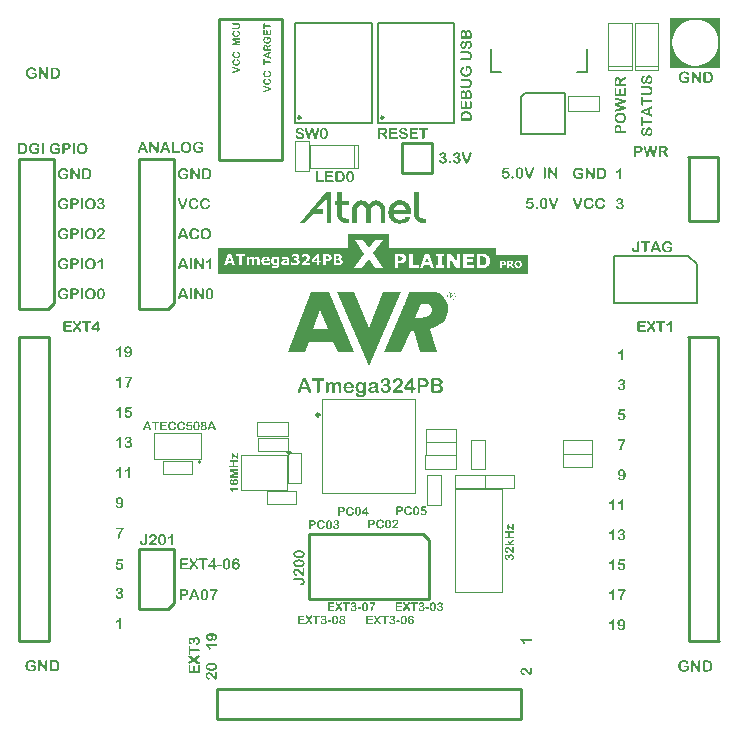
<source format=gto>
G04 Layer_Color=65535*
%FSLAX43Y43*%
%MOMM*%
G71*
G01*
G75*
%ADD36C,0.254*%
%ADD37C,0.200*%
%ADD74C,0.150*%
%ADD75C,0.250*%
%ADD76C,0.100*%
%ADD77C,0.050*%
G36*
X-30019Y-29771D02*
X-32714Y-23472D01*
X-31244D01*
X-30019Y-26505D01*
X-28765Y-23472D01*
X-27296D01*
X-30019Y-29771D01*
D02*
G37*
G36*
X-24357Y-23478D02*
X-24322Y-23484D01*
X-24275Y-23490D01*
X-24222Y-23501D01*
X-24164Y-23519D01*
X-24100Y-23542D01*
X-24042Y-23571D01*
X-24036Y-23577D01*
X-24012Y-23583D01*
X-23983Y-23600D01*
X-23948Y-23624D01*
X-23902Y-23653D01*
X-23849Y-23694D01*
X-23802Y-23735D01*
X-23750Y-23781D01*
X-23744Y-23787D01*
X-23727Y-23805D01*
X-23703Y-23834D01*
X-23668Y-23869D01*
X-23633Y-23910D01*
X-23593Y-23962D01*
X-23517Y-24073D01*
X-23511Y-24079D01*
X-23499Y-24102D01*
X-23482Y-24131D01*
X-23458Y-24172D01*
X-23435Y-24224D01*
X-23406Y-24277D01*
X-23359Y-24399D01*
Y-24405D01*
X-23353Y-24417D01*
X-23348Y-24440D01*
X-23342Y-24475D01*
X-23336Y-24516D01*
X-23330Y-24563D01*
X-23318Y-24615D01*
X-23313Y-24674D01*
X-23301Y-24808D01*
Y-24959D01*
X-23313Y-25117D01*
X-23342Y-25286D01*
Y-25292D01*
X-23348Y-25303D01*
X-23353Y-25327D01*
X-23365Y-25362D01*
X-23377Y-25397D01*
X-23394Y-25443D01*
X-23435Y-25548D01*
X-23493Y-25671D01*
X-23575Y-25799D01*
X-23674Y-25927D01*
X-23733Y-25991D01*
X-23797Y-26050D01*
X-23808Y-26056D01*
X-23837Y-26079D01*
X-23884Y-26120D01*
X-23948Y-26161D01*
X-24024Y-26213D01*
X-24106Y-26271D01*
X-24199Y-26330D01*
X-24292Y-26382D01*
X-24304Y-26388D01*
X-24339Y-26406D01*
X-24392Y-26429D01*
X-24456Y-26458D01*
X-24537Y-26493D01*
X-24631Y-26522D01*
X-24736Y-26551D01*
X-24841Y-26575D01*
X-24187Y-28563D01*
X-25698D01*
X-26153Y-26744D01*
X-26468D01*
X-27255Y-28563D01*
X-28730D01*
X-27144Y-24848D01*
X-27138Y-24843D01*
X-27132Y-24819D01*
X-27115Y-24784D01*
X-27097Y-24732D01*
X-27074Y-24674D01*
X-27045Y-24609D01*
X-27010Y-24528D01*
X-26975Y-24446D01*
X-26969Y-24434D01*
X-26958Y-24405D01*
X-26934Y-24359D01*
X-26911Y-24300D01*
X-26882Y-24236D01*
X-26847Y-24160D01*
X-26777Y-23997D01*
Y-23991D01*
X-26771Y-23985D01*
X-26759Y-23956D01*
X-26742Y-23904D01*
X-26713Y-23840D01*
X-26683Y-23758D01*
X-26648Y-23670D01*
X-26613Y-23571D01*
X-26573Y-23472D01*
X-24380D01*
X-24357Y-23478D01*
D02*
G37*
G36*
X-22951Y-23455D02*
X-22922Y-23460D01*
X-22881Y-23472D01*
X-22840Y-23495D01*
X-22799Y-23519D01*
X-22759Y-23554D01*
X-22753Y-23560D01*
X-22741Y-23571D01*
X-22724Y-23595D01*
X-22706Y-23624D01*
X-22689Y-23659D01*
X-22671Y-23700D01*
X-22659Y-23746D01*
X-22654Y-23799D01*
Y-23805D01*
Y-23822D01*
X-22659Y-23851D01*
X-22665Y-23880D01*
X-22677Y-23921D01*
X-22694Y-23962D01*
X-22718Y-24003D01*
X-22753Y-24044D01*
X-22759Y-24049D01*
X-22770Y-24061D01*
X-22794Y-24073D01*
X-22823Y-24090D01*
X-22858Y-24114D01*
X-22899Y-24125D01*
X-22951Y-24137D01*
X-23004Y-24143D01*
X-23027D01*
X-23056Y-24137D01*
X-23085Y-24131D01*
X-23126Y-24119D01*
X-23167Y-24102D01*
X-23208Y-24079D01*
X-23248Y-24044D01*
X-23254Y-24038D01*
X-23266Y-24026D01*
X-23278Y-24003D01*
X-23295Y-23974D01*
X-23318Y-23939D01*
X-23330Y-23898D01*
X-23342Y-23851D01*
X-23348Y-23799D01*
Y-23793D01*
Y-23775D01*
X-23342Y-23746D01*
X-23336Y-23717D01*
X-23324Y-23676D01*
X-23307Y-23635D01*
X-23283Y-23595D01*
X-23248Y-23554D01*
X-23243Y-23548D01*
X-23231Y-23536D01*
X-23208Y-23519D01*
X-23178Y-23501D01*
X-23143Y-23484D01*
X-23103Y-23466D01*
X-23056Y-23455D01*
X-23004Y-23449D01*
X-22980D01*
X-22951Y-23455D01*
D02*
G37*
G36*
X-55554Y-10849D02*
X-55530Y-10850D01*
X-55502Y-10851D01*
X-55475Y-10855D01*
X-55449Y-10859D01*
X-55425Y-10865D01*
X-55424D01*
X-55422Y-10866D01*
X-55415Y-10868D01*
X-55405Y-10871D01*
X-55391Y-10878D01*
X-55376Y-10884D01*
X-55360Y-10894D01*
X-55344Y-10905D01*
X-55327Y-10918D01*
X-55326Y-10919D01*
X-55321Y-10924D01*
X-55314Y-10931D01*
X-55304Y-10943D01*
X-55294Y-10955D01*
X-55284Y-10971D01*
X-55274Y-10989D01*
X-55265Y-11008D01*
X-55264Y-11010D01*
X-55261Y-11016D01*
X-55257Y-11028D01*
X-55254Y-11043D01*
X-55250Y-11060D01*
X-55246Y-11080D01*
X-55244Y-11103D01*
X-55242Y-11126D01*
Y-11128D01*
Y-11133D01*
Y-11140D01*
X-55244Y-11150D01*
X-55245Y-11161D01*
X-55247Y-11175D01*
X-55250Y-11190D01*
X-55254Y-11206D01*
X-55257Y-11224D01*
X-55264Y-11241D01*
X-55271Y-11259D01*
X-55279Y-11278D01*
X-55290Y-11295D01*
X-55301Y-11311D01*
X-55315Y-11326D01*
X-55330Y-11341D01*
X-55331Y-11343D01*
X-55334Y-11344D01*
X-55339Y-11348D01*
X-55346Y-11353D01*
X-55355Y-11358D01*
X-55366Y-11364D01*
X-55380Y-11371D01*
X-55395Y-11378D01*
X-55412Y-11384D01*
X-55432Y-11391D01*
X-55454Y-11398D01*
X-55476Y-11403D01*
X-55502Y-11408D01*
X-55529Y-11410D01*
X-55559Y-11413D01*
X-55590Y-11414D01*
X-55762D01*
Y-11678D01*
Y-11680D01*
Y-11686D01*
X-55764Y-11696D01*
X-55766Y-11709D01*
X-55769Y-11723D01*
X-55773Y-11738D01*
X-55781Y-11750D01*
X-55790Y-11762D01*
X-55791Y-11764D01*
X-55795Y-11767D01*
X-55800Y-11771D01*
X-55807Y-11776D01*
X-55817Y-11783D01*
X-55828Y-11786D01*
X-55842Y-11790D01*
X-55856Y-11791D01*
X-55863D01*
X-55871Y-11790D01*
X-55881Y-11788D01*
X-55891Y-11784D01*
X-55903Y-11779D01*
X-55915Y-11773D01*
X-55925Y-11762D01*
X-55926Y-11761D01*
X-55928Y-11758D01*
X-55932Y-11750D01*
X-55937Y-11741D01*
X-55942Y-11730D01*
X-55946Y-11715D01*
X-55948Y-11698D01*
X-55950Y-11679D01*
Y-10964D01*
Y-10963D01*
Y-10961D01*
Y-10954D01*
X-55948Y-10943D01*
X-55946Y-10929D01*
X-55943Y-10915D01*
X-55938Y-10900D01*
X-55931Y-10886D01*
X-55922Y-10875D01*
X-55921Y-10874D01*
X-55917Y-10871D01*
X-55910Y-10866D01*
X-55900Y-10861D01*
X-55887Y-10856D01*
X-55871Y-10851D01*
X-55852Y-10849D01*
X-55831Y-10848D01*
X-55564D01*
X-55554Y-10849D01*
D02*
G37*
G36*
X-57591Y-10833D02*
X-57581Y-10835D01*
X-57571Y-10839D01*
X-57558Y-10844D01*
X-57547Y-10850D01*
X-57537Y-10860D01*
X-57536Y-10861D01*
X-57533Y-10865D01*
X-57528Y-10873D01*
X-57523Y-10881D01*
X-57519Y-10894D01*
X-57514Y-10909D01*
X-57512Y-10926D01*
X-57511Y-10946D01*
Y-11678D01*
Y-11680D01*
Y-11688D01*
X-57512Y-11698D01*
X-57514Y-11710D01*
X-57517Y-11724D01*
X-57522Y-11738D01*
X-57528Y-11751D01*
X-57537Y-11764D01*
X-57538Y-11765D01*
X-57542Y-11767D01*
X-57547Y-11773D01*
X-57556Y-11778D01*
X-57566Y-11783D01*
X-57577Y-11788D01*
X-57591Y-11790D01*
X-57606Y-11791D01*
X-57612D01*
X-57621Y-11790D01*
X-57629Y-11788D01*
X-57641Y-11784D01*
X-57652Y-11779D01*
X-57663Y-11773D01*
X-57673Y-11762D01*
X-57674Y-11761D01*
X-57677Y-11758D01*
X-57681Y-11750D01*
X-57686Y-11741D01*
X-57691Y-11729D01*
X-57694Y-11715D01*
X-57697Y-11698D01*
X-57698Y-11678D01*
Y-10946D01*
Y-10945D01*
Y-10944D01*
Y-10936D01*
X-57697Y-10926D01*
X-57694Y-10914D01*
X-57692Y-10900D01*
X-57688Y-10885D01*
X-57682Y-10873D01*
X-57673Y-10860D01*
X-57672Y-10859D01*
X-57668Y-10855D01*
X-57663Y-10851D01*
X-57654Y-10845D01*
X-57646Y-10840D01*
X-57633Y-10836D01*
X-57621Y-10833D01*
X-57606Y-10831D01*
X-57598D01*
X-57591Y-10833D01*
D02*
G37*
G36*
X-31232Y-28558D02*
X-32649Y-28569D01*
X-33040Y-27677D01*
X-35040D01*
X-35408Y-28575D01*
X-36831D01*
X-34866Y-23472D01*
X-33402D01*
X-31232Y-28558D01*
D02*
G37*
G36*
X-27509Y-30757D02*
X-27496D01*
X-27466Y-30760D01*
X-27431Y-30765D01*
X-27394Y-30774D01*
X-27357Y-30784D01*
X-27322Y-30797D01*
X-27319Y-30799D01*
X-27312Y-30802D01*
X-27301Y-30809D01*
X-27287Y-30817D01*
X-27271Y-30827D01*
X-27252Y-30840D01*
X-27234Y-30855D01*
X-27217Y-30872D01*
X-27216Y-30874D01*
X-27211Y-30880D01*
X-27202Y-30890D01*
X-27192Y-30904D01*
X-27181Y-30919D01*
X-27169Y-30937D01*
X-27157Y-30959D01*
X-27147Y-30980D01*
X-27146Y-30984D01*
X-27144Y-30990D01*
X-27139Y-31004D01*
X-27134Y-31019D01*
X-27131Y-31039D01*
X-27126Y-31060D01*
X-27124Y-31084D01*
X-27122Y-31109D01*
Y-31110D01*
Y-31114D01*
Y-31119D01*
Y-31127D01*
X-27124Y-31135D01*
X-27126Y-31147D01*
X-27129Y-31172D01*
X-27136Y-31202D01*
X-27144Y-31234D01*
X-27157Y-31267D01*
X-27176Y-31300D01*
Y-31302D01*
X-27177Y-31304D01*
X-27184Y-31314D01*
X-27196Y-31330D01*
X-27209Y-31348D01*
X-27224Y-31370D01*
X-27242Y-31392D01*
X-27262Y-31413D01*
X-27282Y-31433D01*
X-27284Y-31435D01*
X-27292Y-31442D01*
X-27306Y-31453D01*
X-27324Y-31470D01*
X-27349Y-31492D01*
X-27381Y-31518D01*
X-27419Y-31550D01*
X-27439Y-31568D01*
X-27462Y-31587D01*
X-27464Y-31588D01*
X-27467Y-31592D01*
X-27474Y-31597D01*
X-27482Y-31603D01*
X-27492Y-31612D01*
X-27504Y-31622D01*
X-27531Y-31645D01*
X-27560Y-31672D01*
X-27589Y-31698D01*
X-27614Y-31725D01*
X-27625Y-31737D01*
X-27635Y-31748D01*
X-27637Y-31750D01*
X-27639Y-31752D01*
X-27644Y-31757D01*
X-27649Y-31763D01*
X-27662Y-31780D01*
X-27677Y-31802D01*
X-27226D01*
X-27214Y-31803D01*
X-27199Y-31805D01*
X-27184Y-31808D01*
X-27167Y-31813D01*
X-27151Y-31820D01*
X-27137Y-31830D01*
X-27136Y-31832D01*
X-27132Y-31835D01*
X-27126Y-31840D01*
X-27119Y-31848D01*
X-27114Y-31858D01*
X-27107Y-31872D01*
X-27104Y-31885D01*
X-27102Y-31902D01*
Y-31903D01*
Y-31908D01*
X-27104Y-31917D01*
X-27106Y-31927D01*
X-27109Y-31937D01*
X-27114Y-31948D01*
X-27121Y-31960D01*
X-27131Y-31972D01*
X-27132Y-31973D01*
X-27136Y-31977D01*
X-27142Y-31980D01*
X-27151Y-31985D01*
X-27162Y-31992D01*
X-27176Y-31995D01*
X-27192Y-31998D01*
X-27212Y-32000D01*
X-27844D01*
X-27855Y-31998D01*
X-27870Y-31995D01*
X-27885Y-31992D01*
X-27902Y-31987D01*
X-27919Y-31978D01*
X-27934Y-31967D01*
X-27935Y-31965D01*
X-27939Y-31960D01*
X-27945Y-31953D01*
X-27950Y-31943D01*
X-27957Y-31932D01*
X-27964Y-31917D01*
X-27967Y-31900D01*
X-27969Y-31883D01*
Y-31882D01*
Y-31878D01*
X-27967Y-31872D01*
X-27965Y-31862D01*
X-27964Y-31850D01*
X-27959Y-31837D01*
X-27954Y-31822D01*
X-27945Y-31803D01*
X-27944Y-31802D01*
X-27942Y-31795D01*
X-27937Y-31787D01*
X-27930Y-31775D01*
X-27914Y-31748D01*
X-27905Y-31737D01*
X-27895Y-31725D01*
X-27894Y-31723D01*
X-27890Y-31720D01*
X-27884Y-31713D01*
X-27877Y-31705D01*
X-27867Y-31695D01*
X-27855Y-31683D01*
X-27829Y-31657D01*
X-27797Y-31625D01*
X-27764Y-31592D01*
X-27729Y-31557D01*
X-27694Y-31525D01*
X-27692Y-31523D01*
X-27690Y-31522D01*
X-27685Y-31517D01*
X-27679Y-31512D01*
X-27662Y-31497D01*
X-27644Y-31480D01*
X-27622Y-31462D01*
X-27600Y-31443D01*
X-27580Y-31427D01*
X-27564Y-31415D01*
X-27560Y-31413D01*
X-27552Y-31407D01*
X-27541Y-31397D01*
X-27524Y-31385D01*
X-27506Y-31370D01*
X-27487Y-31354D01*
X-27467Y-31337D01*
X-27449Y-31319D01*
X-27447Y-31317D01*
X-27441Y-31310D01*
X-27432Y-31300D01*
X-27422Y-31287D01*
X-27411Y-31272D01*
X-27399Y-31255D01*
X-27389Y-31235D01*
X-27379Y-31217D01*
X-27377Y-31215D01*
X-27376Y-31207D01*
X-27371Y-31197D01*
X-27366Y-31184D01*
X-27362Y-31169D01*
X-27357Y-31150D01*
X-27356Y-31132D01*
X-27354Y-31114D01*
Y-31112D01*
Y-31105D01*
X-27356Y-31095D01*
X-27357Y-31082D01*
X-27361Y-31067D01*
X-27366Y-31050D01*
X-27372Y-31035D01*
X-27381Y-31019D01*
X-27382Y-31017D01*
X-27386Y-31012D01*
X-27391Y-31004D01*
X-27399Y-30994D01*
X-27409Y-30984D01*
X-27421Y-30972D01*
X-27434Y-30962D01*
X-27451Y-30952D01*
X-27452Y-30950D01*
X-27459Y-30949D01*
X-27467Y-30944D01*
X-27479Y-30939D01*
X-27494Y-30935D01*
X-27511Y-30930D01*
X-27529Y-30929D01*
X-27547Y-30927D01*
X-27557D01*
X-27566Y-30929D01*
X-27585Y-30932D01*
X-27610Y-30939D01*
X-27637Y-30950D01*
X-27652Y-30959D01*
X-27667Y-30969D01*
X-27680Y-30980D01*
X-27695Y-30992D01*
X-27709Y-31009D01*
X-27720Y-31025D01*
X-27722Y-31029D01*
X-27724Y-31032D01*
X-27727Y-31039D01*
X-27730Y-31047D01*
X-27735Y-31059D01*
X-27742Y-31074D01*
X-27749Y-31094D01*
X-27750Y-31095D01*
X-27752Y-31104D01*
X-27757Y-31114D01*
X-27762Y-31125D01*
X-27775Y-31155D01*
X-27785Y-31169D01*
X-27794Y-31182D01*
X-27795Y-31184D01*
X-27799Y-31187D01*
X-27804Y-31192D01*
X-27812Y-31197D01*
X-27822Y-31202D01*
X-27835Y-31207D01*
X-27850Y-31210D01*
X-27867Y-31212D01*
X-27874D01*
X-27882Y-31210D01*
X-27892Y-31209D01*
X-27902Y-31205D01*
X-27914Y-31200D01*
X-27925Y-31194D01*
X-27937Y-31184D01*
X-27939Y-31182D01*
X-27942Y-31179D01*
X-27945Y-31172D01*
X-27950Y-31164D01*
X-27957Y-31152D01*
X-27960Y-31139D01*
X-27964Y-31124D01*
X-27965Y-31107D01*
Y-31104D01*
Y-31097D01*
X-27964Y-31085D01*
X-27962Y-31070D01*
X-27959Y-31052D01*
X-27954Y-31030D01*
X-27947Y-31009D01*
X-27939Y-30985D01*
X-27937Y-30982D01*
X-27934Y-30975D01*
X-27927Y-30962D01*
X-27919Y-30947D01*
X-27907Y-30930D01*
X-27894Y-30910D01*
X-27879Y-30892D01*
X-27860Y-30872D01*
X-27859Y-30870D01*
X-27850Y-30864D01*
X-27840Y-30854D01*
X-27824Y-30842D01*
X-27805Y-30829D01*
X-27784Y-30815D01*
X-27757Y-30802D01*
X-27729Y-30789D01*
X-27727D01*
X-27725Y-30787D01*
X-27720Y-30785D01*
X-27714Y-30784D01*
X-27697Y-30779D01*
X-27675Y-30772D01*
X-27649Y-30765D01*
X-27615Y-30760D01*
X-27580Y-30757D01*
X-27542Y-30755D01*
X-27521D01*
X-27509Y-30757D01*
D02*
G37*
G36*
X-25346Y-30765D02*
X-25314Y-30767D01*
X-25278Y-30769D01*
X-25241Y-30774D01*
X-25206Y-30779D01*
X-25174Y-30787D01*
X-25173D01*
X-25171Y-30789D01*
X-25161Y-30790D01*
X-25148Y-30795D01*
X-25129Y-30804D01*
X-25109Y-30812D01*
X-25088Y-30825D01*
X-25066Y-30840D01*
X-25044Y-30857D01*
X-25043Y-30859D01*
X-25036Y-30865D01*
X-25026Y-30875D01*
X-25013Y-30890D01*
X-24999Y-30907D01*
X-24986Y-30929D01*
X-24973Y-30952D01*
X-24961Y-30977D01*
X-24959Y-30980D01*
X-24956Y-30989D01*
X-24951Y-31004D01*
X-24946Y-31024D01*
X-24941Y-31047D01*
X-24936Y-31074D01*
X-24933Y-31104D01*
X-24931Y-31135D01*
Y-31137D01*
Y-31144D01*
Y-31154D01*
X-24933Y-31167D01*
X-24935Y-31182D01*
X-24938Y-31200D01*
X-24941Y-31220D01*
X-24946Y-31242D01*
X-24951Y-31265D01*
X-24959Y-31289D01*
X-24969Y-31312D01*
X-24979Y-31337D01*
X-24994Y-31360D01*
X-25009Y-31382D01*
X-25028Y-31402D01*
X-25048Y-31422D01*
X-25049Y-31423D01*
X-25053Y-31425D01*
X-25059Y-31430D01*
X-25069Y-31437D01*
X-25081Y-31443D01*
X-25096Y-31452D01*
X-25114Y-31462D01*
X-25134Y-31470D01*
X-25158Y-31478D01*
X-25184Y-31488D01*
X-25213Y-31497D01*
X-25243Y-31503D01*
X-25278Y-31510D01*
X-25313Y-31513D01*
X-25353Y-31517D01*
X-25394Y-31518D01*
X-25624D01*
Y-31870D01*
Y-31873D01*
Y-31882D01*
X-25626Y-31895D01*
X-25629Y-31912D01*
X-25633Y-31930D01*
X-25639Y-31950D01*
X-25649Y-31967D01*
X-25661Y-31983D01*
X-25663Y-31985D01*
X-25668Y-31990D01*
X-25674Y-31995D01*
X-25684Y-32002D01*
X-25698Y-32010D01*
X-25713Y-32015D01*
X-25731Y-32020D01*
X-25749Y-32022D01*
X-25759D01*
X-25769Y-32020D01*
X-25783Y-32017D01*
X-25796Y-32012D01*
X-25813Y-32005D01*
X-25828Y-31997D01*
X-25841Y-31983D01*
X-25843Y-31982D01*
X-25846Y-31977D01*
X-25851Y-31967D01*
X-25858Y-31955D01*
X-25864Y-31940D01*
X-25869Y-31920D01*
X-25873Y-31897D01*
X-25874Y-31872D01*
Y-30919D01*
Y-30917D01*
Y-30915D01*
Y-30905D01*
X-25873Y-30890D01*
X-25869Y-30872D01*
X-25866Y-30854D01*
X-25859Y-30834D01*
X-25849Y-30815D01*
X-25838Y-30800D01*
X-25836Y-30799D01*
X-25831Y-30795D01*
X-25821Y-30789D01*
X-25808Y-30782D01*
X-25791Y-30775D01*
X-25769Y-30769D01*
X-25744Y-30765D01*
X-25716Y-30764D01*
X-25359D01*
X-25346Y-30765D01*
D02*
G37*
G36*
X-24118D02*
X-24093Y-30767D01*
X-24068Y-30769D01*
X-24041Y-30772D01*
X-24016Y-30775D01*
X-24013D01*
X-24005Y-30777D01*
X-23993Y-30780D01*
X-23978Y-30785D01*
X-23960Y-30790D01*
X-23940Y-30797D01*
X-23920Y-30807D01*
X-23900Y-30817D01*
X-23898Y-30819D01*
X-23893Y-30822D01*
X-23885Y-30827D01*
X-23873Y-30835D01*
X-23861Y-30845D01*
X-23850Y-30857D01*
X-23823Y-30884D01*
X-23821Y-30885D01*
X-23818Y-30890D01*
X-23811Y-30899D01*
X-23805Y-30910D01*
X-23796Y-30922D01*
X-23786Y-30937D01*
X-23771Y-30972D01*
X-23770Y-30974D01*
X-23768Y-30980D01*
X-23765Y-30990D01*
X-23761Y-31002D01*
X-23758Y-31019D01*
X-23756Y-31035D01*
X-23753Y-31054D01*
Y-31074D01*
Y-31075D01*
Y-31082D01*
X-23755Y-31092D01*
X-23756Y-31104D01*
X-23758Y-31120D01*
X-23763Y-31137D01*
X-23768Y-31157D01*
X-23776Y-31177D01*
X-23786Y-31199D01*
X-23798Y-31222D01*
X-23813Y-31245D01*
X-23831Y-31267D01*
X-23853Y-31289D01*
X-23876Y-31309D01*
X-23905Y-31329D01*
X-23938Y-31345D01*
X-23935Y-31347D01*
X-23928Y-31348D01*
X-23915Y-31354D01*
X-23900Y-31360D01*
X-23881Y-31370D01*
X-23861Y-31382D01*
X-23840Y-31395D01*
X-23816Y-31412D01*
X-23793Y-31432D01*
X-23771Y-31453D01*
X-23751Y-31478D01*
X-23733Y-31507D01*
X-23716Y-31537D01*
X-23705Y-31570D01*
X-23698Y-31608D01*
X-23695Y-31648D01*
Y-31650D01*
Y-31653D01*
Y-31658D01*
Y-31665D01*
X-23696Y-31675D01*
X-23698Y-31685D01*
X-23701Y-31710D01*
X-23708Y-31740D01*
X-23716Y-31770D01*
X-23730Y-31803D01*
X-23748Y-31835D01*
Y-31837D01*
X-23750Y-31838D01*
X-23758Y-31848D01*
X-23770Y-31863D01*
X-23786Y-31882D01*
X-23806Y-31902D01*
X-23831Y-31922D01*
X-23860Y-31942D01*
X-23891Y-31958D01*
X-23895Y-31960D01*
X-23901Y-31962D01*
X-23913Y-31967D01*
X-23928Y-31972D01*
X-23948Y-31977D01*
X-23970Y-31982D01*
X-23995Y-31987D01*
X-24021Y-31992D01*
X-24025D01*
X-24035Y-31993D01*
X-24050Y-31995D01*
X-24070D01*
X-24095Y-31997D01*
X-24125Y-31998D01*
X-24158Y-32000D01*
X-24585D01*
X-24600Y-31998D01*
X-24616Y-31995D01*
X-24636Y-31992D01*
X-24655Y-31985D01*
X-24673Y-31975D01*
X-24688Y-31963D01*
X-24690Y-31962D01*
X-24693Y-31957D01*
X-24700Y-31947D01*
X-24705Y-31935D01*
X-24711Y-31918D01*
X-24718Y-31898D01*
X-24721Y-31875D01*
X-24723Y-31847D01*
Y-30919D01*
Y-30917D01*
Y-30915D01*
Y-30905D01*
X-24721Y-30890D01*
X-24718Y-30874D01*
X-24715Y-30854D01*
X-24708Y-30834D01*
X-24700Y-30815D01*
X-24688Y-30800D01*
X-24686Y-30799D01*
X-24681Y-30795D01*
X-24671Y-30789D01*
X-24660Y-30782D01*
X-24643Y-30775D01*
X-24623Y-30769D01*
X-24600Y-30765D01*
X-24571Y-30764D01*
X-24138D01*
X-24118Y-30765D01*
D02*
G37*
G36*
X-30318Y-31087D02*
X-30303Y-31090D01*
X-30288Y-31097D01*
X-30275Y-31104D01*
X-30261Y-31115D01*
X-30251Y-31130D01*
X-30250Y-31132D01*
X-30248Y-31139D01*
X-30245Y-31149D01*
X-30240Y-31162D01*
X-30235Y-31180D01*
X-30231Y-31202D01*
X-30230Y-31227D01*
X-30228Y-31255D01*
Y-31923D01*
Y-31925D01*
Y-31928D01*
Y-31935D01*
Y-31942D01*
Y-31952D01*
X-30230Y-31963D01*
X-30231Y-31990D01*
X-30235Y-32020D01*
X-30238Y-32053D01*
X-30245Y-32087D01*
X-30253Y-32118D01*
Y-32120D01*
X-30255Y-32122D01*
X-30258Y-32132D01*
X-30263Y-32147D01*
X-30273Y-32167D01*
X-30283Y-32188D01*
X-30298Y-32212D01*
X-30313Y-32233D01*
X-30333Y-32255D01*
X-30335Y-32257D01*
X-30343Y-32263D01*
X-30355Y-32273D01*
X-30371Y-32285D01*
X-30391Y-32298D01*
X-30415Y-32313D01*
X-30443Y-32325D01*
X-30475Y-32337D01*
X-30476D01*
X-30478Y-32338D01*
X-30483D01*
X-30490Y-32340D01*
X-30498Y-32343D01*
X-30510Y-32345D01*
X-30535Y-32350D01*
X-30566Y-32355D01*
X-30603Y-32358D01*
X-30645Y-32362D01*
X-30691Y-32363D01*
X-30711D01*
X-30721Y-32362D01*
X-30733D01*
X-30763Y-32358D01*
X-30795Y-32355D01*
X-30831Y-32348D01*
X-30868Y-32340D01*
X-30905Y-32328D01*
X-30906D01*
X-30908Y-32327D01*
X-30913Y-32325D01*
X-30920Y-32322D01*
X-30936Y-32315D01*
X-30958Y-32305D01*
X-30981Y-32292D01*
X-31005Y-32278D01*
X-31028Y-32260D01*
X-31050Y-32242D01*
X-31051Y-32240D01*
X-31058Y-32233D01*
X-31065Y-32222D01*
X-31075Y-32208D01*
X-31083Y-32193D01*
X-31091Y-32175D01*
X-31098Y-32155D01*
X-31100Y-32135D01*
Y-32133D01*
Y-32128D01*
X-31098Y-32120D01*
X-31096Y-32110D01*
X-31093Y-32098D01*
X-31088Y-32087D01*
X-31081Y-32075D01*
X-31071Y-32065D01*
X-31070Y-32063D01*
X-31066Y-32062D01*
X-31060Y-32057D01*
X-31051Y-32052D01*
X-31041Y-32048D01*
X-31030Y-32043D01*
X-31016Y-32042D01*
X-31001Y-32040D01*
X-30993D01*
X-30983Y-32042D01*
X-30971Y-32045D01*
X-30956Y-32050D01*
X-30943Y-32058D01*
X-30928Y-32068D01*
X-30913Y-32083D01*
X-30911Y-32085D01*
X-30910Y-32087D01*
X-30901Y-32098D01*
X-30888Y-32113D01*
X-30875Y-32130D01*
X-30873Y-32132D01*
X-30871Y-32133D01*
X-30861Y-32143D01*
X-30848Y-32157D01*
X-30831Y-32170D01*
X-30830D01*
X-30826Y-32173D01*
X-30821Y-32175D01*
X-30815Y-32180D01*
X-30796Y-32188D01*
X-30773Y-32195D01*
X-30771D01*
X-30766Y-32197D01*
X-30760Y-32198D01*
X-30750D01*
X-30738Y-32200D01*
X-30725Y-32202D01*
X-30695Y-32203D01*
X-30680D01*
X-30663Y-32202D01*
X-30643Y-32200D01*
X-30621Y-32197D01*
X-30598Y-32193D01*
X-30576Y-32187D01*
X-30556Y-32178D01*
X-30555Y-32177D01*
X-30548Y-32173D01*
X-30540Y-32168D01*
X-30528Y-32160D01*
X-30518Y-32150D01*
X-30506Y-32138D01*
X-30495Y-32125D01*
X-30486Y-32108D01*
X-30485Y-32107D01*
X-30483Y-32100D01*
X-30480Y-32092D01*
X-30476Y-32080D01*
X-30471Y-32065D01*
X-30468Y-32048D01*
X-30463Y-32012D01*
Y-32010D01*
Y-32002D01*
X-30461Y-31990D01*
Y-31972D01*
X-30460Y-31950D01*
Y-31922D01*
X-30458Y-31888D01*
Y-31848D01*
X-30460Y-31852D01*
X-30468Y-31860D01*
X-30478Y-31873D01*
X-30493Y-31890D01*
X-30511Y-31908D01*
X-30533Y-31928D01*
X-30556Y-31945D01*
X-30581Y-31962D01*
X-30585Y-31963D01*
X-30593Y-31968D01*
X-30608Y-31973D01*
X-30628Y-31980D01*
X-30653Y-31988D01*
X-30680Y-31993D01*
X-30711Y-31998D01*
X-30746Y-32000D01*
X-30758D01*
X-30766Y-31998D01*
X-30776D01*
X-30788Y-31997D01*
X-30815Y-31993D01*
X-30848Y-31985D01*
X-30881Y-31975D01*
X-30916Y-31962D01*
X-30950Y-31942D01*
X-30951D01*
X-30953Y-31938D01*
X-30965Y-31930D01*
X-30980Y-31918D01*
X-30998Y-31898D01*
X-31020Y-31875D01*
X-31043Y-31847D01*
X-31063Y-31815D01*
X-31083Y-31777D01*
Y-31775D01*
X-31085Y-31772D01*
X-31086Y-31767D01*
X-31090Y-31758D01*
X-31093Y-31748D01*
X-31098Y-31735D01*
X-31101Y-31722D01*
X-31105Y-31707D01*
X-31113Y-31670D01*
X-31121Y-31628D01*
X-31126Y-31582D01*
X-31128Y-31532D01*
Y-31530D01*
Y-31527D01*
Y-31522D01*
Y-31513D01*
X-31126Y-31505D01*
Y-31493D01*
X-31125Y-31468D01*
X-31121Y-31440D01*
X-31116Y-31408D01*
X-31110Y-31375D01*
X-31101Y-31344D01*
Y-31342D01*
X-31100Y-31340D01*
X-31096Y-31330D01*
X-31090Y-31314D01*
X-31081Y-31295D01*
X-31070Y-31272D01*
X-31056Y-31249D01*
X-31040Y-31225D01*
X-31021Y-31204D01*
X-31020Y-31200D01*
X-31011Y-31194D01*
X-31001Y-31184D01*
X-30986Y-31170D01*
X-30968Y-31157D01*
X-30948Y-31142D01*
X-30925Y-31129D01*
X-30900Y-31117D01*
X-30896Y-31115D01*
X-30888Y-31112D01*
X-30873Y-31107D01*
X-30855Y-31102D01*
X-30833Y-31097D01*
X-30806Y-31092D01*
X-30778Y-31089D01*
X-30748Y-31087D01*
X-30731D01*
X-30713Y-31089D01*
X-30691Y-31092D01*
X-30665Y-31097D01*
X-30636Y-31104D01*
X-30608Y-31112D01*
X-30580Y-31125D01*
X-30578D01*
X-30576Y-31127D01*
X-30568Y-31132D01*
X-30553Y-31142D01*
X-30535Y-31154D01*
X-30515Y-31170D01*
X-30491Y-31192D01*
X-30468Y-31215D01*
X-30445Y-31244D01*
Y-31212D01*
Y-31209D01*
Y-31202D01*
X-30443Y-31192D01*
X-30441Y-31177D01*
X-30438Y-31162D01*
X-30433Y-31147D01*
X-30426Y-31132D01*
X-30416Y-31119D01*
X-30415Y-31117D01*
X-30411Y-31114D01*
X-30405Y-31109D01*
X-30395Y-31102D01*
X-30385Y-31095D01*
X-30371Y-31090D01*
X-30356Y-31087D01*
X-30340Y-31085D01*
X-30330D01*
X-30318Y-31087D01*
D02*
G37*
G36*
X-28539Y-30759D02*
X-28519Y-30760D01*
X-28497Y-30762D01*
X-28472Y-30767D01*
X-28445Y-30772D01*
X-28420Y-30780D01*
X-28417Y-30782D01*
X-28409Y-30784D01*
X-28395Y-30789D01*
X-28380Y-30797D01*
X-28362Y-30805D01*
X-28342Y-30817D01*
X-28322Y-30830D01*
X-28302Y-30845D01*
X-28300Y-30847D01*
X-28294Y-30852D01*
X-28285Y-30862D01*
X-28274Y-30874D01*
X-28262Y-30887D01*
X-28249Y-30904D01*
X-28237Y-30924D01*
X-28227Y-30944D01*
X-28225Y-30945D01*
X-28224Y-30954D01*
X-28219Y-30964D01*
X-28214Y-30979D01*
X-28210Y-30997D01*
X-28205Y-31017D01*
X-28204Y-31039D01*
X-28202Y-31062D01*
Y-31064D01*
Y-31065D01*
Y-31070D01*
Y-31077D01*
X-28204Y-31092D01*
X-28207Y-31112D01*
X-28210Y-31135D01*
X-28217Y-31160D01*
X-28227Y-31185D01*
X-28239Y-31209D01*
X-28240Y-31212D01*
X-28245Y-31219D01*
X-28254Y-31230D01*
X-28265Y-31245D01*
X-28280Y-31264D01*
X-28299Y-31284D01*
X-28319Y-31304D01*
X-28344Y-31325D01*
X-28340Y-31327D01*
X-28332Y-31332D01*
X-28320Y-31338D01*
X-28305Y-31348D01*
X-28287Y-31360D01*
X-28269Y-31373D01*
X-28250Y-31390D01*
X-28232Y-31407D01*
X-28230Y-31408D01*
X-28225Y-31415D01*
X-28217Y-31423D01*
X-28207Y-31437D01*
X-28195Y-31450D01*
X-28184Y-31468D01*
X-28174Y-31487D01*
X-28164Y-31507D01*
X-28162Y-31508D01*
X-28160Y-31517D01*
X-28157Y-31527D01*
X-28152Y-31542D01*
X-28147Y-31560D01*
X-28144Y-31580D01*
X-28142Y-31603D01*
X-28140Y-31627D01*
Y-31630D01*
Y-31640D01*
X-28142Y-31655D01*
X-28144Y-31673D01*
X-28149Y-31697D01*
X-28154Y-31722D01*
X-28162Y-31748D01*
X-28172Y-31775D01*
X-28174Y-31778D01*
X-28177Y-31787D01*
X-28185Y-31800D01*
X-28195Y-31818D01*
X-28209Y-31838D01*
X-28224Y-31860D01*
X-28242Y-31882D01*
X-28264Y-31903D01*
X-28267Y-31905D01*
X-28274Y-31913D01*
X-28287Y-31923D01*
X-28304Y-31935D01*
X-28325Y-31950D01*
X-28349Y-31965D01*
X-28375Y-31978D01*
X-28405Y-31992D01*
X-28407D01*
X-28409Y-31993D01*
X-28414Y-31995D01*
X-28420Y-31997D01*
X-28437Y-32002D01*
X-28459Y-32007D01*
X-28485Y-32012D01*
X-28517Y-32017D01*
X-28550Y-32020D01*
X-28587Y-32022D01*
X-28604D01*
X-28624Y-32020D01*
X-28647Y-32017D01*
X-28675Y-32013D01*
X-28707Y-32007D01*
X-28739Y-31998D01*
X-28769Y-31987D01*
X-28770D01*
X-28772Y-31985D01*
X-28782Y-31980D01*
X-28797Y-31972D01*
X-28815Y-31962D01*
X-28835Y-31948D01*
X-28858Y-31933D01*
X-28880Y-31915D01*
X-28900Y-31897D01*
X-28902Y-31893D01*
X-28908Y-31887D01*
X-28918Y-31877D01*
X-28928Y-31862D01*
X-28942Y-31845D01*
X-28955Y-31825D01*
X-28967Y-31805D01*
X-28978Y-31783D01*
X-28980Y-31780D01*
X-28982Y-31773D01*
X-28987Y-31763D01*
X-28992Y-31750D01*
X-28997Y-31733D01*
X-29000Y-31718D01*
X-29003Y-31702D01*
X-29005Y-31687D01*
Y-31685D01*
Y-31678D01*
X-29003Y-31670D01*
X-29002Y-31658D01*
X-28997Y-31647D01*
X-28992Y-31633D01*
X-28983Y-31620D01*
X-28973Y-31608D01*
X-28972Y-31607D01*
X-28968Y-31603D01*
X-28960Y-31598D01*
X-28952Y-31593D01*
X-28940Y-31588D01*
X-28927Y-31583D01*
X-28912Y-31580D01*
X-28895Y-31578D01*
X-28892D01*
X-28880Y-31580D01*
X-28867Y-31583D01*
X-28850Y-31592D01*
X-28848D01*
X-28847Y-31593D01*
X-28837Y-31600D01*
X-28827Y-31612D01*
X-28820Y-31625D01*
Y-31627D01*
X-28819Y-31630D01*
X-28815Y-31637D01*
X-28812Y-31643D01*
X-28809Y-31653D01*
X-28804Y-31665D01*
X-28792Y-31690D01*
X-28779Y-31718D01*
X-28762Y-31747D01*
X-28745Y-31775D01*
X-28727Y-31798D01*
X-28725Y-31800D01*
X-28717Y-31807D01*
X-28707Y-31817D01*
X-28690Y-31827D01*
X-28670Y-31837D01*
X-28645Y-31847D01*
X-28617Y-31853D01*
X-28585Y-31855D01*
X-28577D01*
X-28567Y-31853D01*
X-28554Y-31852D01*
X-28539Y-31848D01*
X-28522Y-31845D01*
X-28504Y-31838D01*
X-28485Y-31830D01*
X-28484Y-31828D01*
X-28477Y-31825D01*
X-28467Y-31820D01*
X-28457Y-31812D01*
X-28444Y-31800D01*
X-28430Y-31788D01*
X-28417Y-31773D01*
X-28404Y-31755D01*
X-28402Y-31753D01*
X-28399Y-31745D01*
X-28394Y-31735D01*
X-28387Y-31720D01*
X-28382Y-31703D01*
X-28377Y-31683D01*
X-28374Y-31662D01*
X-28372Y-31637D01*
Y-31635D01*
Y-31632D01*
Y-31627D01*
Y-31620D01*
X-28375Y-31603D01*
X-28379Y-31580D01*
X-28385Y-31555D01*
X-28395Y-31530D01*
X-28409Y-31505D01*
X-28427Y-31482D01*
X-28429Y-31480D01*
X-28437Y-31473D01*
X-28449Y-31463D01*
X-28465Y-31453D01*
X-28487Y-31443D01*
X-28512Y-31433D01*
X-28542Y-31427D01*
X-28577Y-31425D01*
X-28590D01*
X-28597Y-31427D01*
X-28607D01*
X-28617Y-31428D01*
X-28630Y-31430D01*
X-28635D01*
X-28642Y-31432D01*
X-28649D01*
X-28664Y-31433D01*
X-28684D01*
X-28692Y-31432D01*
X-28702Y-31430D01*
X-28725Y-31423D01*
X-28737Y-31418D01*
X-28747Y-31410D01*
X-28749Y-31408D01*
X-28750Y-31405D01*
X-28755Y-31400D01*
X-28759Y-31393D01*
X-28764Y-31383D01*
X-28769Y-31373D01*
X-28770Y-31360D01*
X-28772Y-31345D01*
Y-31344D01*
Y-31338D01*
X-28770Y-31330D01*
X-28769Y-31322D01*
X-28765Y-31310D01*
X-28759Y-31300D01*
X-28752Y-31289D01*
X-28742Y-31279D01*
X-28740Y-31277D01*
X-28737Y-31275D01*
X-28729Y-31270D01*
X-28719Y-31265D01*
X-28707Y-31262D01*
X-28692Y-31257D01*
X-28674Y-31255D01*
X-28652Y-31254D01*
X-28604D01*
X-28589Y-31252D01*
X-28570Y-31249D01*
X-28550Y-31242D01*
X-28527Y-31235D01*
X-28505Y-31224D01*
X-28484Y-31209D01*
X-28482Y-31207D01*
X-28475Y-31200D01*
X-28465Y-31190D01*
X-28455Y-31175D01*
X-28445Y-31157D01*
X-28435Y-31135D01*
X-28429Y-31109D01*
X-28427Y-31079D01*
Y-31075D01*
Y-31067D01*
X-28429Y-31055D01*
X-28432Y-31040D01*
X-28439Y-31022D01*
X-28445Y-31004D01*
X-28457Y-30985D01*
X-28472Y-30967D01*
X-28474Y-30965D01*
X-28480Y-30959D01*
X-28490Y-30952D01*
X-28504Y-30942D01*
X-28520Y-30934D01*
X-28542Y-30925D01*
X-28565Y-30920D01*
X-28592Y-30919D01*
X-28610D01*
X-28622Y-30920D01*
X-28650Y-30925D01*
X-28664Y-30929D01*
X-28677Y-30934D01*
X-28679D01*
X-28682Y-30937D01*
X-28689Y-30940D01*
X-28695Y-30944D01*
X-28714Y-30955D01*
X-28730Y-30972D01*
Y-30974D01*
X-28734Y-30977D01*
X-28737Y-30982D01*
X-28742Y-30989D01*
X-28747Y-30997D01*
X-28754Y-31007D01*
X-28767Y-31034D01*
Y-31035D01*
X-28770Y-31040D01*
X-28774Y-31047D01*
X-28777Y-31055D01*
X-28787Y-31079D01*
X-28799Y-31102D01*
X-28800Y-31105D01*
X-28805Y-31112D01*
X-28815Y-31122D01*
X-28829Y-31130D01*
X-28830D01*
X-28832Y-31132D01*
X-28837Y-31134D01*
X-28844Y-31135D01*
X-28858Y-31139D01*
X-28878Y-31140D01*
X-28885D01*
X-28892Y-31139D01*
X-28900Y-31137D01*
X-28908Y-31134D01*
X-28920Y-31129D01*
X-28930Y-31122D01*
X-28942Y-31114D01*
X-28943Y-31112D01*
X-28945Y-31109D01*
X-28950Y-31102D01*
X-28955Y-31094D01*
X-28960Y-31084D01*
X-28963Y-31070D01*
X-28967Y-31057D01*
X-28968Y-31040D01*
Y-31039D01*
Y-31032D01*
X-28967Y-31024D01*
X-28965Y-31012D01*
X-28962Y-30997D01*
X-28958Y-30982D01*
X-28952Y-30965D01*
X-28943Y-30947D01*
X-28942Y-30945D01*
X-28938Y-30939D01*
X-28932Y-30929D01*
X-28923Y-30917D01*
X-28912Y-30904D01*
X-28898Y-30889D01*
X-28883Y-30872D01*
X-28865Y-30855D01*
X-28864Y-30854D01*
X-28855Y-30847D01*
X-28845Y-30840D01*
X-28830Y-30829D01*
X-28812Y-30819D01*
X-28790Y-30805D01*
X-28765Y-30794D01*
X-28739Y-30784D01*
X-28737D01*
X-28735Y-30782D01*
X-28725Y-30779D01*
X-28709Y-30775D01*
X-28689Y-30770D01*
X-28664Y-30765D01*
X-28635Y-30760D01*
X-28602Y-30759D01*
X-28569Y-30757D01*
X-28555D01*
X-28539Y-30759D01*
D02*
G37*
G36*
X-54970Y-10833D02*
X-54960Y-10835D01*
X-54950Y-10839D01*
X-54937Y-10844D01*
X-54926Y-10850D01*
X-54916Y-10860D01*
X-54915Y-10861D01*
X-54912Y-10865D01*
X-54907Y-10873D01*
X-54902Y-10881D01*
X-54899Y-10894D01*
X-54894Y-10909D01*
X-54891Y-10926D01*
X-54890Y-10946D01*
Y-11678D01*
Y-11680D01*
Y-11688D01*
X-54891Y-11698D01*
X-54894Y-11710D01*
X-54896Y-11724D01*
X-54901Y-11738D01*
X-54907Y-11751D01*
X-54916Y-11764D01*
X-54917Y-11765D01*
X-54921Y-11767D01*
X-54926Y-11773D01*
X-54935Y-11778D01*
X-54945Y-11783D01*
X-54956Y-11788D01*
X-54970Y-11790D01*
X-54985Y-11791D01*
X-54991D01*
X-55000Y-11790D01*
X-55009Y-11788D01*
X-55020Y-11784D01*
X-55031Y-11779D01*
X-55042Y-11773D01*
X-55052Y-11762D01*
X-55054Y-11761D01*
X-55056Y-11758D01*
X-55060Y-11750D01*
X-55065Y-11741D01*
X-55070Y-11729D01*
X-55074Y-11715D01*
X-55076Y-11698D01*
X-55077Y-11678D01*
Y-10946D01*
Y-10945D01*
Y-10944D01*
Y-10936D01*
X-55076Y-10926D01*
X-55074Y-10914D01*
X-55071Y-10900D01*
X-55067Y-10885D01*
X-55061Y-10873D01*
X-55052Y-10860D01*
X-55051Y-10859D01*
X-55047Y-10855D01*
X-55042Y-10851D01*
X-55034Y-10845D01*
X-55025Y-10840D01*
X-55012Y-10836D01*
X-55000Y-10833D01*
X-54985Y-10831D01*
X-54977D01*
X-54970Y-10833D01*
D02*
G37*
G36*
X-46556Y-10733D02*
X-46546Y-10735D01*
X-46536Y-10739D01*
X-46523Y-10744D01*
X-46512Y-10750D01*
X-46502Y-10760D01*
X-46501Y-10761D01*
X-46498Y-10765D01*
X-46493Y-10773D01*
X-46488Y-10781D01*
X-46485Y-10794D01*
X-46480Y-10809D01*
X-46477Y-10826D01*
X-46476Y-10846D01*
Y-11521D01*
X-46088D01*
X-46080Y-11523D01*
X-46070Y-11524D01*
X-46058Y-11526D01*
X-46047Y-11531D01*
X-46036Y-11536D01*
X-46026Y-11544D01*
X-46025Y-11545D01*
X-46022Y-11548D01*
X-46018Y-11553D01*
X-46013Y-11559D01*
X-46008Y-11568D01*
X-46005Y-11576D01*
X-46002Y-11588D01*
X-46001Y-11599D01*
Y-11600D01*
Y-11605D01*
X-46002Y-11611D01*
X-46003Y-11619D01*
X-46007Y-11628D01*
X-46011Y-11638D01*
X-46017Y-11646D01*
X-46026Y-11655D01*
X-46027Y-11656D01*
X-46031Y-11658D01*
X-46036Y-11661D01*
X-46043Y-11665D01*
X-46053Y-11669D01*
X-46066Y-11671D01*
X-46080Y-11674D01*
X-46096Y-11675D01*
X-46560D01*
X-46571Y-11674D01*
X-46583Y-11671D01*
X-46598Y-11669D01*
X-46612Y-11664D01*
X-46626Y-11658D01*
X-46637Y-11649D01*
X-46638Y-11648D01*
X-46641Y-11644D01*
X-46646Y-11636D01*
X-46650Y-11628D01*
X-46654Y-11615D01*
X-46660Y-11600D01*
X-46662Y-11581D01*
X-46663Y-11560D01*
Y-10846D01*
Y-10845D01*
Y-10844D01*
Y-10836D01*
X-46662Y-10826D01*
X-46660Y-10814D01*
X-46657Y-10800D01*
X-46653Y-10785D01*
X-46647Y-10773D01*
X-46638Y-10760D01*
X-46637Y-10759D01*
X-46633Y-10755D01*
X-46628Y-10751D01*
X-46621Y-10745D01*
X-46611Y-10740D01*
X-46600Y-10736D01*
X-46586Y-10733D01*
X-46571Y-10731D01*
X-46563D01*
X-46556Y-10733D01*
D02*
G37*
G36*
X-45446D02*
X-45434D01*
X-45419Y-10734D01*
X-45402Y-10736D01*
X-45385Y-10739D01*
X-45346Y-10745D01*
X-45305Y-10756D01*
X-45262Y-10770D01*
X-45242Y-10780D01*
X-45222Y-10790D01*
X-45221Y-10791D01*
X-45217Y-10793D01*
X-45212Y-10796D01*
X-45205Y-10801D01*
X-45196Y-10808D01*
X-45186Y-10814D01*
X-45176Y-10823D01*
X-45164Y-10833D01*
X-45151Y-10844D01*
X-45139Y-10856D01*
X-45112Y-10885D01*
X-45087Y-10919D01*
X-45066Y-10958D01*
X-45065Y-10959D01*
X-45064Y-10963D01*
X-45061Y-10969D01*
X-45057Y-10976D01*
X-45054Y-10986D01*
X-45049Y-10999D01*
X-45044Y-11014D01*
X-45039Y-11029D01*
X-45034Y-11048D01*
X-45030Y-11066D01*
X-45025Y-11088D01*
X-45021Y-11109D01*
X-45017Y-11133D01*
X-45015Y-11158D01*
X-45012Y-11184D01*
Y-11210D01*
Y-11211D01*
Y-11215D01*
Y-11220D01*
Y-11229D01*
X-45014Y-11238D01*
Y-11249D01*
X-45015Y-11261D01*
X-45016Y-11275D01*
X-45020Y-11306D01*
X-45025Y-11339D01*
X-45032Y-11373D01*
X-45042Y-11406D01*
Y-11408D01*
X-45044Y-11410D01*
X-45045Y-11415D01*
X-45047Y-11421D01*
X-45051Y-11429D01*
X-45055Y-11438D01*
X-45064Y-11458D01*
X-45076Y-11483D01*
X-45091Y-11508D01*
X-45109Y-11534D01*
X-45130Y-11559D01*
X-45131Y-11560D01*
X-45132Y-11561D01*
X-45136Y-11565D01*
X-45140Y-11570D01*
X-45152Y-11581D01*
X-45169Y-11595D01*
X-45190Y-11611D01*
X-45214Y-11628D01*
X-45242Y-11644D01*
X-45272Y-11658D01*
X-45274D01*
X-45276Y-11659D01*
X-45281Y-11660D01*
X-45287Y-11663D01*
X-45295Y-11665D01*
X-45305Y-11669D01*
X-45316Y-11671D01*
X-45329Y-11674D01*
X-45342Y-11677D01*
X-45357Y-11680D01*
X-45390Y-11686D01*
X-45426Y-11690D01*
X-45466Y-11691D01*
X-45485D01*
X-45494Y-11690D01*
X-45505Y-11689D01*
X-45517D01*
X-45531Y-11686D01*
X-45561Y-11682D01*
X-45594Y-11676D01*
X-45627Y-11667D01*
X-45661Y-11656D01*
X-45662D01*
X-45665Y-11655D01*
X-45670Y-11653D01*
X-45675Y-11650D01*
X-45682Y-11646D01*
X-45691Y-11641D01*
X-45711Y-11631D01*
X-45733Y-11616D01*
X-45757Y-11600D01*
X-45781Y-11580D01*
X-45803Y-11558D01*
Y-11556D01*
X-45806Y-11555D01*
X-45808Y-11551D01*
X-45813Y-11546D01*
X-45817Y-11540D01*
X-45823Y-11533D01*
X-45836Y-11514D01*
X-45850Y-11493D01*
X-45865Y-11466D01*
X-45878Y-11436D01*
X-45891Y-11404D01*
Y-11403D01*
X-45892Y-11400D01*
X-45893Y-11395D01*
X-45896Y-11388D01*
X-45897Y-11380D01*
X-45900Y-11370D01*
X-45902Y-11359D01*
X-45905Y-11345D01*
X-45911Y-11316D01*
X-45915Y-11284D01*
X-45918Y-11248D01*
X-45920Y-11209D01*
Y-11208D01*
Y-11204D01*
Y-11199D01*
Y-11191D01*
X-45918Y-11181D01*
Y-11170D01*
X-45917Y-11158D01*
X-45916Y-11145D01*
X-45912Y-11115D01*
X-45907Y-11081D01*
X-45900Y-11048D01*
X-45890Y-11014D01*
Y-11013D01*
X-45888Y-11010D01*
X-45886Y-11005D01*
X-45883Y-10999D01*
X-45881Y-10991D01*
X-45877Y-10983D01*
X-45867Y-10961D01*
X-45855Y-10938D01*
X-45838Y-10911D01*
X-45821Y-10886D01*
X-45801Y-10861D01*
X-45800Y-10860D01*
X-45798Y-10859D01*
X-45795Y-10855D01*
X-45791Y-10851D01*
X-45778Y-10840D01*
X-45761Y-10826D01*
X-45741Y-10810D01*
X-45716Y-10794D01*
X-45690Y-10779D01*
X-45660Y-10765D01*
X-45659D01*
X-45656Y-10764D01*
X-45651Y-10761D01*
X-45645Y-10760D01*
X-45637Y-10758D01*
X-45627Y-10754D01*
X-45617Y-10751D01*
X-45605Y-10748D01*
X-45576Y-10743D01*
X-45545Y-10736D01*
X-45509Y-10733D01*
X-45470Y-10731D01*
X-45456D01*
X-45446Y-10733D01*
D02*
G37*
G36*
X-47872D02*
X-47863Y-10735D01*
X-47852Y-10738D01*
X-47842Y-10743D01*
X-47832Y-10750D01*
X-47822Y-10759D01*
X-47820Y-10760D01*
X-47818Y-10764D01*
X-47814Y-10770D01*
X-47809Y-10779D01*
X-47805Y-10791D01*
X-47802Y-10805D01*
X-47799Y-10821D01*
X-47798Y-10840D01*
Y-11570D01*
Y-11571D01*
Y-11575D01*
X-47799Y-11581D01*
Y-11589D01*
X-47800Y-11598D01*
X-47803Y-11609D01*
X-47810Y-11630D01*
X-47815Y-11643D01*
X-47823Y-11653D01*
X-47830Y-11663D01*
X-47840Y-11672D01*
X-47852Y-11680D01*
X-47865Y-11686D01*
X-47882Y-11690D01*
X-47899Y-11691D01*
X-47908D01*
X-47914Y-11690D01*
X-47929Y-11688D01*
X-47945Y-11684D01*
X-47947D01*
X-47949Y-11682D01*
X-47953Y-11680D01*
X-47958Y-11677D01*
X-47969Y-11671D01*
X-47983Y-11661D01*
X-47984Y-11660D01*
X-47985Y-11659D01*
X-47994Y-11651D01*
X-48004Y-11640D01*
X-48017Y-11625D01*
X-48018Y-11624D01*
X-48019Y-11621D01*
X-48022Y-11618D01*
X-48025Y-11611D01*
X-48035Y-11598D01*
X-48047Y-11581D01*
X-48398Y-11040D01*
Y-11584D01*
Y-11586D01*
Y-11593D01*
X-48399Y-11603D01*
X-48400Y-11614D01*
X-48404Y-11628D01*
X-48408Y-11641D01*
X-48414Y-11654D01*
X-48423Y-11665D01*
X-48424Y-11666D01*
X-48428Y-11669D01*
X-48433Y-11674D01*
X-48440Y-11677D01*
X-48449Y-11682D01*
X-48460Y-11688D01*
X-48473Y-11690D01*
X-48487Y-11691D01*
X-48493D01*
X-48500Y-11690D01*
X-48509Y-11688D01*
X-48519Y-11685D01*
X-48530Y-11680D01*
X-48540Y-11672D01*
X-48550Y-11664D01*
X-48552Y-11663D01*
X-48554Y-11659D01*
X-48558Y-11653D01*
X-48562Y-11644D01*
X-48567Y-11633D01*
X-48570Y-11619D01*
X-48573Y-11603D01*
X-48574Y-11584D01*
Y-10868D01*
Y-10865D01*
Y-10860D01*
Y-10851D01*
X-48573Y-10841D01*
X-48570Y-10819D01*
X-48568Y-10806D01*
X-48564Y-10796D01*
Y-10795D01*
X-48562Y-10791D01*
X-48559Y-10786D01*
X-48555Y-10780D01*
X-48549Y-10773D01*
X-48543Y-10765D01*
X-48535Y-10758D01*
X-48525Y-10750D01*
X-48524Y-10749D01*
X-48520Y-10748D01*
X-48514Y-10744D01*
X-48507Y-10740D01*
X-48498Y-10738D01*
X-48488Y-10734D01*
X-48477Y-10733D01*
X-48464Y-10731D01*
X-48455D01*
X-48449Y-10733D01*
X-48435Y-10735D01*
X-48422Y-10740D01*
X-48420D01*
X-48418Y-10741D01*
X-48410Y-10746D01*
X-48400Y-10754D01*
X-48389Y-10763D01*
X-48388D01*
X-48387Y-10765D01*
X-48380Y-10773D01*
X-48372Y-10784D01*
X-48362Y-10799D01*
X-48360Y-10800D01*
X-48359Y-10803D01*
X-48357Y-10806D01*
X-48353Y-10813D01*
X-48343Y-10828D01*
X-48332Y-10845D01*
X-47970Y-11391D01*
Y-10840D01*
Y-10839D01*
Y-10838D01*
Y-10831D01*
X-47969Y-10821D01*
X-47968Y-10810D01*
X-47965Y-10796D01*
X-47960Y-10783D01*
X-47955Y-10770D01*
X-47948Y-10759D01*
X-47947Y-10758D01*
X-47944Y-10755D01*
X-47939Y-10750D01*
X-47932Y-10745D01*
X-47923Y-10740D01*
X-47912Y-10735D01*
X-47899Y-10733D01*
X-47885Y-10731D01*
X-47879D01*
X-47872Y-10733D01*
D02*
G37*
G36*
X-45726Y-23137D02*
X-45716D01*
X-45695Y-23142D01*
X-45684Y-23146D01*
X-45674Y-23151D01*
X-45673Y-23152D01*
X-45669Y-23153D01*
X-45665Y-23157D01*
X-45659Y-23161D01*
X-45645Y-23173D01*
X-45631Y-23189D01*
X-45630Y-23191D01*
X-45629Y-23193D01*
X-45625Y-23198D01*
X-45621Y-23204D01*
X-45618Y-23212D01*
X-45614Y-23221D01*
X-45605Y-23241D01*
Y-23242D01*
X-45603Y-23246D01*
X-45600Y-23252D01*
X-45598Y-23259D01*
X-45593Y-23269D01*
X-45588Y-23282D01*
X-45583Y-23296D01*
X-45576Y-23312D01*
X-45334Y-23910D01*
Y-23912D01*
X-45333Y-23913D01*
X-45331Y-23917D01*
X-45329Y-23922D01*
X-45325Y-23934D01*
X-45319Y-23949D01*
X-45314Y-23965D01*
X-45310Y-23982D01*
X-45306Y-23997D01*
X-45305Y-24010D01*
Y-24012D01*
Y-24015D01*
X-45306Y-24022D01*
X-45309Y-24029D01*
X-45311Y-24038D01*
X-45316Y-24048D01*
X-45324Y-24059D01*
X-45333Y-24069D01*
X-45334Y-24070D01*
X-45338Y-24073D01*
X-45343Y-24078D01*
X-45350Y-24082D01*
X-45360Y-24087D01*
X-45371Y-24092D01*
X-45384Y-24094D01*
X-45398Y-24095D01*
X-45405D01*
X-45411Y-24094D01*
X-45424Y-24092D01*
X-45436Y-24087D01*
X-45438D01*
X-45439Y-24085D01*
X-45445Y-24082D01*
X-45454Y-24075D01*
X-45463Y-24067D01*
Y-24065D01*
X-45464Y-24064D01*
X-45466Y-24060D01*
X-45469Y-24057D01*
X-45473Y-24050D01*
X-45476Y-24043D01*
X-45480Y-24035D01*
X-45485Y-24025D01*
Y-24024D01*
X-45488Y-24020D01*
X-45490Y-24015D01*
X-45493Y-24008D01*
X-45499Y-23992D01*
X-45506Y-23975D01*
X-45550Y-23858D01*
X-45928D01*
X-45971Y-23978D01*
Y-23979D01*
X-45973Y-23980D01*
X-45974Y-23984D01*
X-45975Y-23989D01*
X-45980Y-24000D01*
X-45986Y-24015D01*
X-45994Y-24030D01*
X-46001Y-24047D01*
X-46009Y-24060D01*
X-46016Y-24072D01*
X-46018Y-24073D01*
X-46020Y-24075D01*
X-46024Y-24079D01*
X-46030Y-24083D01*
X-46039Y-24088D01*
X-46049Y-24092D01*
X-46061Y-24094D01*
X-46076Y-24095D01*
X-46083D01*
X-46089Y-24094D01*
X-46098Y-24092D01*
X-46106Y-24089D01*
X-46118Y-24085D01*
X-46129Y-24079D01*
X-46139Y-24070D01*
X-46140Y-24069D01*
X-46143Y-24065D01*
X-46148Y-24060D01*
X-46151Y-24053D01*
X-46156Y-24044D01*
X-46161Y-24034D01*
X-46164Y-24023D01*
X-46165Y-24012D01*
Y-24010D01*
Y-24008D01*
Y-24004D01*
X-46164Y-23999D01*
X-46162Y-23987D01*
X-46159Y-23972D01*
Y-23970D01*
X-46158Y-23968D01*
X-46156Y-23963D01*
X-46154Y-23957D01*
X-46151Y-23949D01*
X-46148Y-23939D01*
X-46144Y-23928D01*
X-46139Y-23915D01*
X-45901Y-23313D01*
Y-23312D01*
X-45900Y-23308D01*
X-45898Y-23303D01*
X-45895Y-23296D01*
X-45891Y-23287D01*
X-45888Y-23276D01*
X-45883Y-23263D01*
X-45878Y-23251D01*
X-45876Y-23249D01*
X-45875Y-23244D01*
X-45871Y-23238D01*
X-45868Y-23229D01*
X-45858Y-23209D01*
X-45846Y-23191D01*
X-45845Y-23189D01*
X-45844Y-23187D01*
X-45840Y-23182D01*
X-45835Y-23176D01*
X-45821Y-23163D01*
X-45804Y-23151D01*
X-45803Y-23149D01*
X-45799Y-23148D01*
X-45794Y-23146D01*
X-45786Y-23143D01*
X-45776Y-23141D01*
X-45766Y-23138D01*
X-45754Y-23136D01*
X-45734D01*
X-45726Y-23137D01*
D02*
G37*
G36*
X-44383Y-10733D02*
X-44373D01*
X-44350Y-10734D01*
X-44325Y-10738D01*
X-44298Y-10741D01*
X-44269Y-10748D01*
X-44241Y-10756D01*
X-44240D01*
X-44238Y-10758D01*
X-44234Y-10759D01*
X-44229Y-10761D01*
X-44216Y-10766D01*
X-44199Y-10774D01*
X-44181Y-10783D01*
X-44161Y-10794D01*
X-44141Y-10806D01*
X-44124Y-10820D01*
X-44121Y-10821D01*
X-44116Y-10826D01*
X-44109Y-10834D01*
X-44099Y-10844D01*
X-44088Y-10856D01*
X-44076Y-10870D01*
X-44065Y-10884D01*
X-44056Y-10900D01*
X-44055Y-10901D01*
X-44053Y-10908D01*
X-44049Y-10915D01*
X-44044Y-10925D01*
X-44040Y-10938D01*
X-44036Y-10950D01*
X-44034Y-10963D01*
X-44033Y-10975D01*
Y-10976D01*
Y-10981D01*
X-44034Y-10988D01*
X-44036Y-10996D01*
X-44039Y-11006D01*
X-44044Y-11016D01*
X-44050Y-11026D01*
X-44059Y-11036D01*
X-44060Y-11038D01*
X-44064Y-11040D01*
X-44069Y-11044D01*
X-44076Y-11049D01*
X-44086Y-11054D01*
X-44096Y-11058D01*
X-44109Y-11060D01*
X-44123Y-11061D01*
X-44130D01*
X-44135Y-11060D01*
X-44148Y-11058D01*
X-44161Y-11053D01*
X-44163D01*
X-44164Y-11050D01*
X-44173Y-11045D01*
X-44183Y-11036D01*
X-44193Y-11025D01*
Y-11024D01*
X-44194Y-11023D01*
X-44199Y-11016D01*
X-44205Y-11006D01*
X-44213Y-10994D01*
X-44223Y-10981D01*
X-44233Y-10968D01*
X-44241Y-10954D01*
X-44251Y-10943D01*
X-44253Y-10941D01*
X-44255Y-10938D01*
X-44261Y-10933D01*
X-44269Y-10926D01*
X-44278Y-10919D01*
X-44289Y-10911D01*
X-44301Y-10904D01*
X-44316Y-10896D01*
X-44318Y-10895D01*
X-44324Y-10893D01*
X-44333Y-10890D01*
X-44345Y-10886D01*
X-44360Y-10883D01*
X-44378Y-10879D01*
X-44398Y-10878D01*
X-44420Y-10876D01*
X-44431D01*
X-44444Y-10878D01*
X-44459Y-10879D01*
X-44478Y-10881D01*
X-44496Y-10886D01*
X-44516Y-10891D01*
X-44536Y-10899D01*
X-44539Y-10900D01*
X-44545Y-10903D01*
X-44555Y-10909D01*
X-44566Y-10915D01*
X-44580Y-10925D01*
X-44595Y-10936D01*
X-44610Y-10950D01*
X-44625Y-10965D01*
X-44626Y-10968D01*
X-44631Y-10973D01*
X-44638Y-10981D01*
X-44645Y-10994D01*
X-44654Y-11009D01*
X-44664Y-11028D01*
X-44673Y-11048D01*
X-44680Y-11070D01*
Y-11071D01*
X-44681Y-11073D01*
Y-11076D01*
X-44682Y-11081D01*
X-44686Y-11094D01*
X-44689Y-11110D01*
X-44693Y-11130D01*
X-44696Y-11154D01*
X-44697Y-11180D01*
X-44699Y-11208D01*
Y-11209D01*
Y-11215D01*
Y-11224D01*
X-44697Y-11235D01*
X-44696Y-11248D01*
X-44695Y-11264D01*
X-44693Y-11281D01*
X-44690Y-11300D01*
X-44681Y-11341D01*
X-44675Y-11361D01*
X-44668Y-11383D01*
X-44659Y-11403D01*
X-44649Y-11423D01*
X-44638Y-11441D01*
X-44625Y-11459D01*
X-44624Y-11460D01*
X-44621Y-11463D01*
X-44618Y-11466D01*
X-44611Y-11473D01*
X-44604Y-11479D01*
X-44594Y-11486D01*
X-44584Y-11494D01*
X-44570Y-11503D01*
X-44556Y-11510D01*
X-44541Y-11519D01*
X-44524Y-11526D01*
X-44505Y-11533D01*
X-44485Y-11539D01*
X-44463Y-11543D01*
X-44440Y-11545D01*
X-44415Y-11546D01*
X-44404D01*
X-44391Y-11545D01*
X-44375Y-11544D01*
X-44356Y-11543D01*
X-44336Y-11539D01*
X-44315Y-11535D01*
X-44294Y-11530D01*
X-44293D01*
X-44291Y-11529D01*
X-44284Y-11526D01*
X-44273Y-11523D01*
X-44258Y-11518D01*
X-44240Y-11510D01*
X-44220Y-11503D01*
X-44199Y-11493D01*
X-44176Y-11481D01*
Y-11329D01*
X-44331D01*
X-44340Y-11328D01*
X-44353Y-11326D01*
X-44365Y-11325D01*
X-44379Y-11323D01*
X-44391Y-11319D01*
X-44403Y-11314D01*
X-44404Y-11313D01*
X-44406Y-11310D01*
X-44411Y-11306D01*
X-44415Y-11301D01*
X-44420Y-11294D01*
X-44425Y-11284D01*
X-44428Y-11273D01*
X-44429Y-11260D01*
Y-11259D01*
Y-11255D01*
X-44428Y-11249D01*
X-44426Y-11241D01*
X-44424Y-11234D01*
X-44419Y-11225D01*
X-44414Y-11216D01*
X-44406Y-11209D01*
X-44405Y-11208D01*
X-44403Y-11205D01*
X-44398Y-11203D01*
X-44390Y-11198D01*
X-44381Y-11194D01*
X-44371Y-11191D01*
X-44359Y-11189D01*
X-44345Y-11188D01*
X-44118D01*
X-44109Y-11189D01*
X-44098D01*
X-44088Y-11190D01*
X-44065Y-11195D01*
X-44064D01*
X-44060Y-11196D01*
X-44055Y-11199D01*
X-44049Y-11201D01*
X-44043Y-11206D01*
X-44035Y-11211D01*
X-44028Y-11218D01*
X-44021Y-11226D01*
X-44020Y-11228D01*
X-44019Y-11231D01*
X-44016Y-11236D01*
X-44013Y-11244D01*
X-44009Y-11254D01*
X-44006Y-11266D01*
X-44005Y-11281D01*
X-44004Y-11299D01*
Y-11476D01*
Y-11478D01*
Y-11483D01*
Y-11489D01*
X-44005Y-11498D01*
X-44006Y-11516D01*
X-44009Y-11525D01*
X-44011Y-11534D01*
Y-11535D01*
X-44013Y-11538D01*
X-44015Y-11541D01*
X-44018Y-11546D01*
X-44025Y-11559D01*
X-44038Y-11573D01*
X-44039Y-11574D01*
X-44041Y-11575D01*
X-44045Y-11579D01*
X-44050Y-11583D01*
X-44058Y-11588D01*
X-44065Y-11593D01*
X-44085Y-11605D01*
X-44086D01*
X-44089Y-11608D01*
X-44094Y-11609D01*
X-44099Y-11613D01*
X-44106Y-11616D01*
X-44115Y-11620D01*
X-44136Y-11630D01*
X-44161Y-11641D01*
X-44189Y-11653D01*
X-44218Y-11663D01*
X-44248Y-11671D01*
X-44249D01*
X-44251Y-11672D01*
X-44255D01*
X-44261Y-11674D01*
X-44269Y-11676D01*
X-44276Y-11677D01*
X-44286Y-11679D01*
X-44298Y-11681D01*
X-44323Y-11685D01*
X-44351Y-11688D01*
X-44383Y-11690D01*
X-44416Y-11691D01*
X-44434D01*
X-44444Y-11690D01*
X-44455D01*
X-44468Y-11689D01*
X-44481Y-11688D01*
X-44511Y-11684D01*
X-44544Y-11677D01*
X-44578Y-11670D01*
X-44611Y-11659D01*
X-44613D01*
X-44615Y-11658D01*
X-44620Y-11655D01*
X-44626Y-11653D01*
X-44634Y-11649D01*
X-44643Y-11645D01*
X-44663Y-11635D01*
X-44686Y-11621D01*
X-44711Y-11605D01*
X-44736Y-11586D01*
X-44761Y-11564D01*
X-44762Y-11563D01*
X-44764Y-11561D01*
X-44767Y-11558D01*
X-44771Y-11553D01*
X-44776Y-11546D01*
X-44782Y-11539D01*
X-44796Y-11521D01*
X-44811Y-11499D01*
X-44827Y-11474D01*
X-44842Y-11445D01*
X-44856Y-11413D01*
Y-11411D01*
X-44857Y-11409D01*
X-44859Y-11404D01*
X-44861Y-11396D01*
X-44864Y-11389D01*
X-44866Y-11378D01*
X-44870Y-11366D01*
X-44872Y-11354D01*
X-44875Y-11339D01*
X-44879Y-11324D01*
X-44884Y-11290D01*
X-44887Y-11251D01*
X-44889Y-11211D01*
Y-11210D01*
Y-11206D01*
Y-11201D01*
Y-11193D01*
X-44887Y-11184D01*
Y-11173D01*
X-44886Y-11160D01*
X-44885Y-11146D01*
X-44881Y-11116D01*
X-44875Y-11083D01*
X-44867Y-11048D01*
X-44857Y-11014D01*
Y-11013D01*
X-44856Y-11010D01*
X-44854Y-11005D01*
X-44851Y-10999D01*
X-44847Y-10991D01*
X-44844Y-10983D01*
X-44834Y-10961D01*
X-44820Y-10938D01*
X-44804Y-10911D01*
X-44785Y-10886D01*
X-44762Y-10861D01*
X-44761Y-10860D01*
X-44760Y-10859D01*
X-44756Y-10855D01*
X-44751Y-10851D01*
X-44745Y-10846D01*
X-44737Y-10840D01*
X-44720Y-10826D01*
X-44697Y-10810D01*
X-44671Y-10794D01*
X-44643Y-10779D01*
X-44610Y-10765D01*
X-44609D01*
X-44606Y-10764D01*
X-44601Y-10761D01*
X-44594Y-10760D01*
X-44585Y-10758D01*
X-44575Y-10754D01*
X-44564Y-10751D01*
X-44551Y-10748D01*
X-44536Y-10745D01*
X-44521Y-10743D01*
X-44486Y-10736D01*
X-44448Y-10733D01*
X-44406Y-10731D01*
X-44390D01*
X-44383Y-10733D01*
D02*
G37*
G36*
X-47219D02*
X-47209D01*
X-47188Y-10738D01*
X-47177Y-10741D01*
X-47167Y-10746D01*
X-47166Y-10748D01*
X-47162Y-10749D01*
X-47158Y-10753D01*
X-47152Y-10756D01*
X-47138Y-10769D01*
X-47124Y-10785D01*
X-47123Y-10786D01*
X-47122Y-10789D01*
X-47118Y-10794D01*
X-47114Y-10800D01*
X-47111Y-10808D01*
X-47107Y-10816D01*
X-47098Y-10836D01*
Y-10838D01*
X-47096Y-10841D01*
X-47093Y-10848D01*
X-47091Y-10855D01*
X-47086Y-10865D01*
X-47081Y-10878D01*
X-47076Y-10891D01*
X-47069Y-10908D01*
X-46827Y-11506D01*
Y-11508D01*
X-46826Y-11509D01*
X-46824Y-11513D01*
X-46822Y-11518D01*
X-46818Y-11530D01*
X-46812Y-11545D01*
X-46807Y-11561D01*
X-46803Y-11578D01*
X-46799Y-11593D01*
X-46798Y-11606D01*
Y-11608D01*
Y-11611D01*
X-46799Y-11618D01*
X-46802Y-11625D01*
X-46804Y-11634D01*
X-46809Y-11644D01*
X-46817Y-11655D01*
X-46826Y-11665D01*
X-46827Y-11666D01*
X-46831Y-11669D01*
X-46836Y-11674D01*
X-46843Y-11677D01*
X-46853Y-11682D01*
X-46864Y-11688D01*
X-46877Y-11690D01*
X-46891Y-11691D01*
X-46898D01*
X-46904Y-11690D01*
X-46917Y-11688D01*
X-46929Y-11682D01*
X-46931D01*
X-46932Y-11681D01*
X-46938Y-11677D01*
X-46947Y-11671D01*
X-46956Y-11663D01*
Y-11661D01*
X-46957Y-11660D01*
X-46959Y-11656D01*
X-46962Y-11653D01*
X-46966Y-11646D01*
X-46969Y-11639D01*
X-46973Y-11631D01*
X-46978Y-11621D01*
Y-11620D01*
X-46981Y-11616D01*
X-46983Y-11611D01*
X-46986Y-11604D01*
X-46992Y-11588D01*
X-46999Y-11571D01*
X-47043Y-11454D01*
X-47421D01*
X-47464Y-11574D01*
Y-11575D01*
X-47466Y-11576D01*
X-47467Y-11580D01*
X-47468Y-11585D01*
X-47473Y-11596D01*
X-47479Y-11611D01*
X-47487Y-11626D01*
X-47494Y-11643D01*
X-47502Y-11656D01*
X-47509Y-11667D01*
X-47511Y-11669D01*
X-47513Y-11671D01*
X-47517Y-11675D01*
X-47523Y-11679D01*
X-47532Y-11684D01*
X-47542Y-11688D01*
X-47554Y-11690D01*
X-47569Y-11691D01*
X-47576D01*
X-47582Y-11690D01*
X-47591Y-11688D01*
X-47599Y-11685D01*
X-47611Y-11681D01*
X-47622Y-11675D01*
X-47632Y-11666D01*
X-47633Y-11665D01*
X-47636Y-11661D01*
X-47640Y-11656D01*
X-47644Y-11649D01*
X-47649Y-11640D01*
X-47654Y-11630D01*
X-47657Y-11619D01*
X-47658Y-11608D01*
Y-11606D01*
Y-11604D01*
Y-11600D01*
X-47657Y-11595D01*
X-47655Y-11583D01*
X-47652Y-11568D01*
Y-11566D01*
X-47650Y-11564D01*
X-47649Y-11559D01*
X-47647Y-11553D01*
X-47644Y-11545D01*
X-47640Y-11535D01*
X-47637Y-11524D01*
X-47632Y-11511D01*
X-47394Y-10909D01*
Y-10908D01*
X-47393Y-10904D01*
X-47391Y-10899D01*
X-47388Y-10891D01*
X-47384Y-10883D01*
X-47381Y-10871D01*
X-47376Y-10859D01*
X-47371Y-10846D01*
X-47369Y-10845D01*
X-47368Y-10840D01*
X-47364Y-10834D01*
X-47361Y-10825D01*
X-47351Y-10805D01*
X-47339Y-10786D01*
X-47338Y-10785D01*
X-47337Y-10783D01*
X-47333Y-10778D01*
X-47328Y-10771D01*
X-47314Y-10759D01*
X-47297Y-10746D01*
X-47296Y-10745D01*
X-47292Y-10744D01*
X-47287Y-10741D01*
X-47279Y-10739D01*
X-47269Y-10736D01*
X-47259Y-10734D01*
X-47247Y-10731D01*
X-47227D01*
X-47219Y-10733D01*
D02*
G37*
G36*
X-59298Y-10849D02*
X-59275Y-10850D01*
X-59249Y-10853D01*
X-59221Y-10855D01*
X-59194Y-10860D01*
X-59168Y-10866D01*
X-59166D01*
X-59165Y-10868D01*
X-59161Y-10869D01*
X-59156Y-10870D01*
X-59143Y-10874D01*
X-59126Y-10881D01*
X-59106Y-10890D01*
X-59086Y-10901D01*
X-59064Y-10915D01*
X-59043Y-10933D01*
X-59041Y-10934D01*
X-59036Y-10939D01*
X-59029Y-10945D01*
X-59020Y-10956D01*
X-59009Y-10969D01*
X-58996Y-10985D01*
X-58984Y-11004D01*
X-58970Y-11026D01*
X-58956Y-11051D01*
X-58944Y-11079D01*
X-58931Y-11110D01*
X-58920Y-11144D01*
X-58911Y-11181D01*
X-58904Y-11221D01*
X-58899Y-11264D01*
X-58898Y-11310D01*
Y-11311D01*
Y-11314D01*
Y-11318D01*
Y-11324D01*
Y-11331D01*
X-58899Y-11340D01*
Y-11360D01*
X-58901Y-11384D01*
X-58904Y-11409D01*
X-58908Y-11436D01*
X-58913Y-11463D01*
Y-11464D01*
X-58914Y-11465D01*
Y-11469D01*
X-58915Y-11474D01*
X-58919Y-11488D01*
X-58924Y-11504D01*
X-58930Y-11523D01*
X-58938Y-11544D01*
X-58948Y-11565D01*
X-58958Y-11586D01*
X-58959Y-11589D01*
X-58963Y-11595D01*
X-58970Y-11606D01*
X-58979Y-11619D01*
X-58990Y-11635D01*
X-59003Y-11651D01*
X-59018Y-11669D01*
X-59035Y-11685D01*
X-59036Y-11686D01*
X-59041Y-11690D01*
X-59049Y-11696D01*
X-59059Y-11704D01*
X-59071Y-11713D01*
X-59085Y-11721D01*
X-59101Y-11731D01*
X-59118Y-11739D01*
X-59120Y-11740D01*
X-59125Y-11743D01*
X-59134Y-11745D01*
X-59146Y-11750D01*
X-59160Y-11755D01*
X-59176Y-11759D01*
X-59194Y-11764D01*
X-59213Y-11767D01*
X-59215D01*
X-59221Y-11769D01*
X-59231Y-11770D01*
X-59245Y-11771D01*
X-59263Y-11773D01*
X-59281Y-11774D01*
X-59303Y-11775D01*
X-59580D01*
X-59589Y-11774D01*
X-59600Y-11773D01*
X-59625Y-11769D01*
X-59638Y-11765D01*
X-59649Y-11760D01*
X-59650Y-11759D01*
X-59653Y-11758D01*
X-59658Y-11754D01*
X-59663Y-11749D01*
X-59669Y-11743D01*
X-59674Y-11736D01*
X-59679Y-11728D01*
X-59682Y-11718D01*
Y-11716D01*
X-59684Y-11713D01*
X-59685Y-11706D01*
X-59686Y-11698D01*
X-59688Y-11686D01*
X-59689Y-11674D01*
X-59690Y-11660D01*
Y-11644D01*
Y-10964D01*
Y-10963D01*
Y-10961D01*
Y-10954D01*
X-59689Y-10943D01*
X-59686Y-10930D01*
X-59684Y-10915D01*
X-59679Y-10900D01*
X-59673Y-10886D01*
X-59664Y-10875D01*
X-59663Y-10874D01*
X-59659Y-10871D01*
X-59651Y-10866D01*
X-59643Y-10861D01*
X-59630Y-10856D01*
X-59615Y-10851D01*
X-59598Y-10849D01*
X-59576Y-10848D01*
X-59306D01*
X-59298Y-10849D01*
D02*
G37*
G36*
X-54248Y-10833D02*
X-54235D01*
X-54220Y-10834D01*
X-54204Y-10836D01*
X-54186Y-10839D01*
X-54148Y-10845D01*
X-54106Y-10856D01*
X-54064Y-10870D01*
X-54044Y-10880D01*
X-54024Y-10890D01*
X-54023Y-10891D01*
X-54019Y-10893D01*
X-54014Y-10896D01*
X-54006Y-10901D01*
X-53998Y-10908D01*
X-53988Y-10914D01*
X-53978Y-10923D01*
X-53965Y-10933D01*
X-53953Y-10944D01*
X-53940Y-10956D01*
X-53914Y-10985D01*
X-53889Y-11019D01*
X-53868Y-11058D01*
X-53866Y-11059D01*
X-53865Y-11063D01*
X-53863Y-11069D01*
X-53859Y-11076D01*
X-53855Y-11086D01*
X-53850Y-11099D01*
X-53845Y-11114D01*
X-53840Y-11129D01*
X-53835Y-11148D01*
X-53832Y-11166D01*
X-53826Y-11188D01*
X-53823Y-11209D01*
X-53819Y-11233D01*
X-53817Y-11258D01*
X-53814Y-11284D01*
Y-11310D01*
Y-11311D01*
Y-11315D01*
Y-11320D01*
Y-11329D01*
X-53815Y-11338D01*
Y-11349D01*
X-53817Y-11361D01*
X-53818Y-11375D01*
X-53821Y-11406D01*
X-53826Y-11439D01*
X-53834Y-11473D01*
X-53844Y-11506D01*
Y-11508D01*
X-53845Y-11510D01*
X-53847Y-11515D01*
X-53849Y-11521D01*
X-53853Y-11529D01*
X-53856Y-11538D01*
X-53865Y-11558D01*
X-53878Y-11583D01*
X-53893Y-11608D01*
X-53910Y-11634D01*
X-53931Y-11659D01*
X-53933Y-11660D01*
X-53934Y-11661D01*
X-53938Y-11665D01*
X-53941Y-11670D01*
X-53954Y-11681D01*
X-53970Y-11695D01*
X-53991Y-11711D01*
X-54015Y-11728D01*
X-54044Y-11744D01*
X-54074Y-11758D01*
X-54075D01*
X-54078Y-11759D01*
X-54083Y-11760D01*
X-54089Y-11762D01*
X-54096Y-11765D01*
X-54106Y-11769D01*
X-54118Y-11771D01*
X-54130Y-11774D01*
X-54144Y-11778D01*
X-54159Y-11780D01*
X-54191Y-11786D01*
X-54228Y-11790D01*
X-54268Y-11791D01*
X-54286D01*
X-54295Y-11790D01*
X-54306Y-11789D01*
X-54319D01*
X-54333Y-11786D01*
X-54363Y-11783D01*
X-54395Y-11776D01*
X-54429Y-11767D01*
X-54463Y-11756D01*
X-54464D01*
X-54466Y-11755D01*
X-54471Y-11753D01*
X-54476Y-11750D01*
X-54484Y-11746D01*
X-54493Y-11741D01*
X-54513Y-11731D01*
X-54535Y-11716D01*
X-54559Y-11700D01*
X-54583Y-11680D01*
X-54605Y-11658D01*
Y-11656D01*
X-54608Y-11655D01*
X-54610Y-11651D01*
X-54615Y-11646D01*
X-54619Y-11640D01*
X-54625Y-11633D01*
X-54638Y-11614D01*
X-54651Y-11593D01*
X-54666Y-11566D01*
X-54680Y-11536D01*
X-54693Y-11504D01*
Y-11503D01*
X-54694Y-11500D01*
X-54695Y-11495D01*
X-54698Y-11488D01*
X-54699Y-11480D01*
X-54701Y-11470D01*
X-54704Y-11459D01*
X-54706Y-11445D01*
X-54713Y-11416D01*
X-54716Y-11384D01*
X-54720Y-11348D01*
X-54721Y-11309D01*
Y-11308D01*
Y-11304D01*
Y-11299D01*
Y-11291D01*
X-54720Y-11281D01*
Y-11270D01*
X-54719Y-11258D01*
X-54718Y-11245D01*
X-54714Y-11215D01*
X-54709Y-11181D01*
X-54701Y-11148D01*
X-54691Y-11114D01*
Y-11113D01*
X-54690Y-11110D01*
X-54688Y-11105D01*
X-54685Y-11099D01*
X-54683Y-11091D01*
X-54679Y-11083D01*
X-54669Y-11061D01*
X-54656Y-11038D01*
X-54640Y-11011D01*
X-54623Y-10986D01*
X-54603Y-10961D01*
X-54601Y-10960D01*
X-54600Y-10959D01*
X-54596Y-10955D01*
X-54593Y-10951D01*
X-54580Y-10940D01*
X-54563Y-10926D01*
X-54543Y-10910D01*
X-54518Y-10894D01*
X-54491Y-10879D01*
X-54461Y-10865D01*
X-54460D01*
X-54458Y-10864D01*
X-54453Y-10861D01*
X-54446Y-10860D01*
X-54439Y-10858D01*
X-54429Y-10854D01*
X-54419Y-10851D01*
X-54406Y-10848D01*
X-54378Y-10843D01*
X-54346Y-10836D01*
X-54310Y-10833D01*
X-54271Y-10831D01*
X-54258D01*
X-54248Y-10833D01*
D02*
G37*
G36*
X-58263D02*
X-58253D01*
X-58230Y-10834D01*
X-58205Y-10838D01*
X-58178Y-10841D01*
X-58149Y-10848D01*
X-58122Y-10856D01*
X-58120D01*
X-58118Y-10858D01*
X-58114Y-10859D01*
X-58109Y-10861D01*
X-58097Y-10866D01*
X-58079Y-10874D01*
X-58062Y-10883D01*
X-58042Y-10894D01*
X-58022Y-10906D01*
X-58004Y-10920D01*
X-58002Y-10921D01*
X-57997Y-10926D01*
X-57989Y-10934D01*
X-57979Y-10944D01*
X-57968Y-10956D01*
X-57957Y-10970D01*
X-57945Y-10984D01*
X-57937Y-11000D01*
X-57935Y-11001D01*
X-57933Y-11008D01*
X-57929Y-11015D01*
X-57924Y-11025D01*
X-57920Y-11038D01*
X-57917Y-11050D01*
X-57914Y-11063D01*
X-57913Y-11075D01*
Y-11076D01*
Y-11081D01*
X-57914Y-11088D01*
X-57917Y-11096D01*
X-57919Y-11106D01*
X-57924Y-11116D01*
X-57930Y-11126D01*
X-57939Y-11136D01*
X-57940Y-11138D01*
X-57944Y-11140D01*
X-57949Y-11144D01*
X-57957Y-11149D01*
X-57967Y-11154D01*
X-57977Y-11158D01*
X-57989Y-11160D01*
X-58003Y-11161D01*
X-58010D01*
X-58015Y-11160D01*
X-58028Y-11158D01*
X-58042Y-11153D01*
X-58043D01*
X-58044Y-11150D01*
X-58053Y-11145D01*
X-58063Y-11136D01*
X-58073Y-11125D01*
Y-11124D01*
X-58074Y-11123D01*
X-58079Y-11116D01*
X-58085Y-11106D01*
X-58093Y-11094D01*
X-58103Y-11081D01*
X-58113Y-11068D01*
X-58122Y-11054D01*
X-58132Y-11043D01*
X-58133Y-11041D01*
X-58135Y-11038D01*
X-58142Y-11033D01*
X-58149Y-11026D01*
X-58158Y-11019D01*
X-58169Y-11011D01*
X-58182Y-11004D01*
X-58197Y-10996D01*
X-58198Y-10995D01*
X-58204Y-10993D01*
X-58213Y-10990D01*
X-58225Y-10986D01*
X-58240Y-10983D01*
X-58258Y-10979D01*
X-58278Y-10978D01*
X-58300Y-10976D01*
X-58312D01*
X-58324Y-10978D01*
X-58339Y-10979D01*
X-58358Y-10981D01*
X-58377Y-10986D01*
X-58397Y-10991D01*
X-58417Y-10999D01*
X-58419Y-11000D01*
X-58425Y-11003D01*
X-58435Y-11009D01*
X-58447Y-11015D01*
X-58460Y-11025D01*
X-58475Y-11036D01*
X-58490Y-11050D01*
X-58505Y-11065D01*
X-58507Y-11068D01*
X-58512Y-11073D01*
X-58518Y-11081D01*
X-58525Y-11094D01*
X-58534Y-11109D01*
X-58544Y-11128D01*
X-58553Y-11148D01*
X-58560Y-11170D01*
Y-11171D01*
X-58562Y-11173D01*
Y-11176D01*
X-58563Y-11181D01*
X-58567Y-11194D01*
X-58569Y-11210D01*
X-58573Y-11230D01*
X-58577Y-11254D01*
X-58578Y-11280D01*
X-58579Y-11308D01*
Y-11309D01*
Y-11315D01*
Y-11324D01*
X-58578Y-11335D01*
X-58577Y-11348D01*
X-58575Y-11364D01*
X-58573Y-11381D01*
X-58570Y-11400D01*
X-58562Y-11441D01*
X-58555Y-11461D01*
X-58548Y-11483D01*
X-58539Y-11503D01*
X-58529Y-11523D01*
X-58518Y-11541D01*
X-58505Y-11559D01*
X-58504Y-11560D01*
X-58502Y-11563D01*
X-58498Y-11566D01*
X-58492Y-11573D01*
X-58484Y-11579D01*
X-58474Y-11586D01*
X-58464Y-11594D01*
X-58450Y-11603D01*
X-58437Y-11610D01*
X-58422Y-11619D01*
X-58404Y-11626D01*
X-58385Y-11633D01*
X-58365Y-11639D01*
X-58343Y-11643D01*
X-58320Y-11645D01*
X-58295Y-11646D01*
X-58284D01*
X-58272Y-11645D01*
X-58255Y-11644D01*
X-58237Y-11643D01*
X-58217Y-11639D01*
X-58195Y-11635D01*
X-58174Y-11630D01*
X-58173D01*
X-58172Y-11629D01*
X-58164Y-11626D01*
X-58153Y-11623D01*
X-58138Y-11618D01*
X-58120Y-11610D01*
X-58100Y-11603D01*
X-58079Y-11593D01*
X-58057Y-11581D01*
Y-11429D01*
X-58212D01*
X-58220Y-11428D01*
X-58233Y-11426D01*
X-58245Y-11425D01*
X-58259Y-11423D01*
X-58272Y-11419D01*
X-58283Y-11414D01*
X-58284Y-11413D01*
X-58287Y-11410D01*
X-58292Y-11406D01*
X-58295Y-11401D01*
X-58300Y-11394D01*
X-58305Y-11384D01*
X-58308Y-11373D01*
X-58309Y-11360D01*
Y-11359D01*
Y-11355D01*
X-58308Y-11349D01*
X-58307Y-11341D01*
X-58304Y-11334D01*
X-58299Y-11325D01*
X-58294Y-11316D01*
X-58287Y-11309D01*
X-58285Y-11308D01*
X-58283Y-11305D01*
X-58278Y-11303D01*
X-58270Y-11298D01*
X-58262Y-11294D01*
X-58252Y-11291D01*
X-58239Y-11289D01*
X-58225Y-11288D01*
X-57998D01*
X-57989Y-11289D01*
X-57978D01*
X-57968Y-11290D01*
X-57945Y-11295D01*
X-57944D01*
X-57940Y-11296D01*
X-57935Y-11299D01*
X-57929Y-11301D01*
X-57923Y-11306D01*
X-57915Y-11311D01*
X-57908Y-11318D01*
X-57902Y-11326D01*
X-57900Y-11328D01*
X-57899Y-11331D01*
X-57897Y-11336D01*
X-57893Y-11344D01*
X-57889Y-11354D01*
X-57887Y-11366D01*
X-57885Y-11381D01*
X-57884Y-11399D01*
Y-11576D01*
Y-11578D01*
Y-11583D01*
Y-11589D01*
X-57885Y-11598D01*
X-57887Y-11616D01*
X-57889Y-11625D01*
X-57892Y-11634D01*
Y-11635D01*
X-57893Y-11638D01*
X-57895Y-11641D01*
X-57898Y-11646D01*
X-57905Y-11659D01*
X-57918Y-11673D01*
X-57919Y-11674D01*
X-57922Y-11675D01*
X-57925Y-11679D01*
X-57930Y-11683D01*
X-57938Y-11688D01*
X-57945Y-11693D01*
X-57965Y-11705D01*
X-57967D01*
X-57969Y-11708D01*
X-57974Y-11709D01*
X-57979Y-11713D01*
X-57987Y-11716D01*
X-57995Y-11720D01*
X-58017Y-11730D01*
X-58042Y-11741D01*
X-58069Y-11753D01*
X-58098Y-11762D01*
X-58128Y-11771D01*
X-58129D01*
X-58132Y-11773D01*
X-58135D01*
X-58142Y-11774D01*
X-58149Y-11776D01*
X-58157Y-11778D01*
X-58167Y-11779D01*
X-58178Y-11781D01*
X-58203Y-11785D01*
X-58232Y-11788D01*
X-58263Y-11790D01*
X-58297Y-11791D01*
X-58314D01*
X-58324Y-11790D01*
X-58335D01*
X-58348Y-11789D01*
X-58362Y-11788D01*
X-58392Y-11784D01*
X-58424Y-11778D01*
X-58458Y-11770D01*
X-58492Y-11759D01*
X-58493D01*
X-58495Y-11758D01*
X-58500Y-11755D01*
X-58507Y-11753D01*
X-58514Y-11749D01*
X-58523Y-11745D01*
X-58543Y-11735D01*
X-58567Y-11721D01*
X-58592Y-11705D01*
X-58617Y-11686D01*
X-58642Y-11664D01*
X-58643Y-11663D01*
X-58644Y-11661D01*
X-58648Y-11658D01*
X-58652Y-11653D01*
X-58657Y-11646D01*
X-58663Y-11639D01*
X-58677Y-11621D01*
X-58692Y-11599D01*
X-58708Y-11574D01*
X-58723Y-11545D01*
X-58736Y-11513D01*
Y-11511D01*
X-58738Y-11509D01*
X-58739Y-11504D01*
X-58741Y-11496D01*
X-58744Y-11489D01*
X-58746Y-11478D01*
X-58750Y-11466D01*
X-58753Y-11454D01*
X-58755Y-11439D01*
X-58759Y-11424D01*
X-58764Y-11390D01*
X-58768Y-11351D01*
X-58769Y-11311D01*
Y-11310D01*
Y-11306D01*
Y-11301D01*
Y-11293D01*
X-58768Y-11284D01*
Y-11273D01*
X-58766Y-11260D01*
X-58765Y-11246D01*
X-58761Y-11216D01*
X-58755Y-11183D01*
X-58748Y-11148D01*
X-58738Y-11114D01*
Y-11113D01*
X-58736Y-11110D01*
X-58734Y-11105D01*
X-58731Y-11099D01*
X-58728Y-11091D01*
X-58724Y-11083D01*
X-58714Y-11061D01*
X-58700Y-11038D01*
X-58684Y-11011D01*
X-58665Y-10986D01*
X-58643Y-10961D01*
X-58642Y-10960D01*
X-58640Y-10959D01*
X-58637Y-10955D01*
X-58632Y-10951D01*
X-58625Y-10946D01*
X-58618Y-10940D01*
X-58600Y-10926D01*
X-58578Y-10910D01*
X-58552Y-10894D01*
X-58523Y-10879D01*
X-58490Y-10865D01*
X-58489D01*
X-58487Y-10864D01*
X-58482Y-10861D01*
X-58474Y-10860D01*
X-58465Y-10858D01*
X-58455Y-10854D01*
X-58444Y-10851D01*
X-58432Y-10848D01*
X-58417Y-10845D01*
X-58402Y-10843D01*
X-58367Y-10836D01*
X-58328Y-10833D01*
X-58287Y-10831D01*
X-58270D01*
X-58263Y-10833D01*
D02*
G37*
G36*
X-49136Y-10733D02*
X-49126D01*
X-49105Y-10738D01*
X-49094Y-10741D01*
X-49084Y-10746D01*
X-49083Y-10748D01*
X-49079Y-10749D01*
X-49075Y-10753D01*
X-49069Y-10756D01*
X-49055Y-10769D01*
X-49041Y-10785D01*
X-49040Y-10786D01*
X-49039Y-10789D01*
X-49035Y-10794D01*
X-49031Y-10800D01*
X-49028Y-10808D01*
X-49024Y-10816D01*
X-49015Y-10836D01*
Y-10838D01*
X-49013Y-10841D01*
X-49010Y-10848D01*
X-49008Y-10855D01*
X-49003Y-10865D01*
X-48998Y-10878D01*
X-48993Y-10891D01*
X-48986Y-10908D01*
X-48744Y-11506D01*
Y-11508D01*
X-48743Y-11509D01*
X-48741Y-11513D01*
X-48739Y-11518D01*
X-48735Y-11530D01*
X-48729Y-11545D01*
X-48724Y-11561D01*
X-48720Y-11578D01*
X-48716Y-11593D01*
X-48715Y-11606D01*
Y-11608D01*
Y-11611D01*
X-48716Y-11618D01*
X-48719Y-11625D01*
X-48721Y-11634D01*
X-48726Y-11644D01*
X-48734Y-11655D01*
X-48743Y-11665D01*
X-48744Y-11666D01*
X-48748Y-11669D01*
X-48753Y-11674D01*
X-48760Y-11677D01*
X-48770Y-11682D01*
X-48781Y-11688D01*
X-48794Y-11690D01*
X-48808Y-11691D01*
X-48815D01*
X-48821Y-11690D01*
X-48834Y-11688D01*
X-48846Y-11682D01*
X-48848D01*
X-48849Y-11681D01*
X-48855Y-11677D01*
X-48864Y-11671D01*
X-48873Y-11663D01*
Y-11661D01*
X-48874Y-11660D01*
X-48876Y-11656D01*
X-48879Y-11653D01*
X-48883Y-11646D01*
X-48886Y-11639D01*
X-48890Y-11631D01*
X-48895Y-11621D01*
Y-11620D01*
X-48898Y-11616D01*
X-48900Y-11611D01*
X-48903Y-11604D01*
X-48909Y-11588D01*
X-48916Y-11571D01*
X-48960Y-11454D01*
X-49338D01*
X-49381Y-11574D01*
Y-11575D01*
X-49383Y-11576D01*
X-49384Y-11580D01*
X-49385Y-11585D01*
X-49390Y-11596D01*
X-49396Y-11611D01*
X-49404Y-11626D01*
X-49411Y-11643D01*
X-49419Y-11656D01*
X-49426Y-11667D01*
X-49428Y-11669D01*
X-49430Y-11671D01*
X-49434Y-11675D01*
X-49440Y-11679D01*
X-49449Y-11684D01*
X-49459Y-11688D01*
X-49471Y-11690D01*
X-49486Y-11691D01*
X-49493D01*
X-49499Y-11690D01*
X-49508Y-11688D01*
X-49516Y-11685D01*
X-49528Y-11681D01*
X-49539Y-11675D01*
X-49549Y-11666D01*
X-49550Y-11665D01*
X-49553Y-11661D01*
X-49558Y-11656D01*
X-49561Y-11649D01*
X-49566Y-11640D01*
X-49571Y-11630D01*
X-49574Y-11619D01*
X-49575Y-11608D01*
Y-11606D01*
Y-11604D01*
Y-11600D01*
X-49574Y-11595D01*
X-49572Y-11583D01*
X-49569Y-11568D01*
Y-11566D01*
X-49568Y-11564D01*
X-49566Y-11559D01*
X-49564Y-11553D01*
X-49561Y-11545D01*
X-49558Y-11535D01*
X-49554Y-11524D01*
X-49549Y-11511D01*
X-49311Y-10909D01*
Y-10908D01*
X-49310Y-10904D01*
X-49308Y-10899D01*
X-49305Y-10891D01*
X-49301Y-10883D01*
X-49298Y-10871D01*
X-49293Y-10859D01*
X-49288Y-10846D01*
X-49286Y-10845D01*
X-49285Y-10840D01*
X-49281Y-10834D01*
X-49278Y-10825D01*
X-49268Y-10805D01*
X-49256Y-10786D01*
X-49255Y-10785D01*
X-49254Y-10783D01*
X-49250Y-10778D01*
X-49245Y-10771D01*
X-49231Y-10759D01*
X-49214Y-10746D01*
X-49213Y-10745D01*
X-49209Y-10744D01*
X-49204Y-10741D01*
X-49196Y-10739D01*
X-49186Y-10736D01*
X-49176Y-10734D01*
X-49164Y-10731D01*
X-49144D01*
X-49136Y-10733D01*
D02*
G37*
G36*
X-56507Y-10833D02*
X-56497D01*
X-56475Y-10834D01*
X-56450Y-10838D01*
X-56422Y-10841D01*
X-56393Y-10848D01*
X-56366Y-10856D01*
X-56365D01*
X-56362Y-10858D01*
X-56358Y-10859D01*
X-56353Y-10861D01*
X-56341Y-10866D01*
X-56323Y-10874D01*
X-56306Y-10883D01*
X-56286Y-10894D01*
X-56266Y-10906D01*
X-56248Y-10920D01*
X-56246Y-10921D01*
X-56241Y-10926D01*
X-56233Y-10934D01*
X-56223Y-10944D01*
X-56212Y-10956D01*
X-56201Y-10970D01*
X-56190Y-10984D01*
X-56181Y-11000D01*
X-56180Y-11001D01*
X-56177Y-11008D01*
X-56173Y-11015D01*
X-56168Y-11025D01*
X-56165Y-11038D01*
X-56161Y-11050D01*
X-56158Y-11063D01*
X-56157Y-11075D01*
Y-11076D01*
Y-11081D01*
X-56158Y-11088D01*
X-56161Y-11096D01*
X-56163Y-11106D01*
X-56168Y-11116D01*
X-56175Y-11126D01*
X-56183Y-11136D01*
X-56185Y-11138D01*
X-56188Y-11140D01*
X-56193Y-11144D01*
X-56201Y-11149D01*
X-56211Y-11154D01*
X-56221Y-11158D01*
X-56233Y-11160D01*
X-56247Y-11161D01*
X-56255D01*
X-56260Y-11160D01*
X-56272Y-11158D01*
X-56286Y-11153D01*
X-56287D01*
X-56288Y-11150D01*
X-56297Y-11145D01*
X-56307Y-11136D01*
X-56317Y-11125D01*
Y-11124D01*
X-56318Y-11123D01*
X-56323Y-11116D01*
X-56330Y-11106D01*
X-56337Y-11094D01*
X-56347Y-11081D01*
X-56357Y-11068D01*
X-56366Y-11054D01*
X-56376Y-11043D01*
X-56377Y-11041D01*
X-56380Y-11038D01*
X-56386Y-11033D01*
X-56393Y-11026D01*
X-56402Y-11019D01*
X-56413Y-11011D01*
X-56426Y-11004D01*
X-56441Y-10996D01*
X-56442Y-10995D01*
X-56448Y-10993D01*
X-56457Y-10990D01*
X-56470Y-10986D01*
X-56485Y-10983D01*
X-56502Y-10979D01*
X-56522Y-10978D01*
X-56545Y-10976D01*
X-56556D01*
X-56568Y-10978D01*
X-56583Y-10979D01*
X-56602Y-10981D01*
X-56621Y-10986D01*
X-56641Y-10991D01*
X-56661Y-10999D01*
X-56663Y-11000D01*
X-56670Y-11003D01*
X-56680Y-11009D01*
X-56691Y-11015D01*
X-56705Y-11025D01*
X-56720Y-11036D01*
X-56735Y-11050D01*
X-56750Y-11065D01*
X-56751Y-11068D01*
X-56756Y-11073D01*
X-56762Y-11081D01*
X-56770Y-11094D01*
X-56778Y-11109D01*
X-56788Y-11128D01*
X-56797Y-11148D01*
X-56804Y-11170D01*
Y-11171D01*
X-56806Y-11173D01*
Y-11176D01*
X-56807Y-11181D01*
X-56811Y-11194D01*
X-56813Y-11210D01*
X-56817Y-11230D01*
X-56821Y-11254D01*
X-56822Y-11280D01*
X-56823Y-11308D01*
Y-11309D01*
Y-11315D01*
Y-11324D01*
X-56822Y-11335D01*
X-56821Y-11348D01*
X-56819Y-11364D01*
X-56817Y-11381D01*
X-56814Y-11400D01*
X-56806Y-11441D01*
X-56799Y-11461D01*
X-56792Y-11483D01*
X-56783Y-11503D01*
X-56773Y-11523D01*
X-56762Y-11541D01*
X-56750Y-11559D01*
X-56748Y-11560D01*
X-56746Y-11563D01*
X-56742Y-11566D01*
X-56736Y-11573D01*
X-56728Y-11579D01*
X-56718Y-11586D01*
X-56708Y-11594D01*
X-56695Y-11603D01*
X-56681Y-11610D01*
X-56666Y-11619D01*
X-56648Y-11626D01*
X-56630Y-11633D01*
X-56610Y-11639D01*
X-56587Y-11643D01*
X-56565Y-11645D01*
X-56540Y-11646D01*
X-56528D01*
X-56516Y-11645D01*
X-56500Y-11644D01*
X-56481Y-11643D01*
X-56461Y-11639D01*
X-56440Y-11635D01*
X-56418Y-11630D01*
X-56417D01*
X-56416Y-11629D01*
X-56408Y-11626D01*
X-56397Y-11623D01*
X-56382Y-11618D01*
X-56365Y-11610D01*
X-56345Y-11603D01*
X-56323Y-11593D01*
X-56301Y-11581D01*
Y-11429D01*
X-56456D01*
X-56465Y-11428D01*
X-56477Y-11426D01*
X-56490Y-11425D01*
X-56503Y-11423D01*
X-56516Y-11419D01*
X-56527Y-11414D01*
X-56528Y-11413D01*
X-56531Y-11410D01*
X-56536Y-11406D01*
X-56540Y-11401D01*
X-56545Y-11394D01*
X-56550Y-11384D01*
X-56552Y-11373D01*
X-56553Y-11360D01*
Y-11359D01*
Y-11355D01*
X-56552Y-11349D01*
X-56551Y-11341D01*
X-56548Y-11334D01*
X-56543Y-11325D01*
X-56538Y-11316D01*
X-56531Y-11309D01*
X-56530Y-11308D01*
X-56527Y-11305D01*
X-56522Y-11303D01*
X-56515Y-11298D01*
X-56506Y-11294D01*
X-56496Y-11291D01*
X-56483Y-11289D01*
X-56470Y-11288D01*
X-56242D01*
X-56233Y-11289D01*
X-56222D01*
X-56212Y-11290D01*
X-56190Y-11295D01*
X-56188D01*
X-56185Y-11296D01*
X-56180Y-11299D01*
X-56173Y-11301D01*
X-56167Y-11306D01*
X-56160Y-11311D01*
X-56152Y-11318D01*
X-56146Y-11326D01*
X-56145Y-11328D01*
X-56143Y-11331D01*
X-56141Y-11336D01*
X-56137Y-11344D01*
X-56133Y-11354D01*
X-56131Y-11366D01*
X-56130Y-11381D01*
X-56128Y-11399D01*
Y-11576D01*
Y-11578D01*
Y-11583D01*
Y-11589D01*
X-56130Y-11598D01*
X-56131Y-11616D01*
X-56133Y-11625D01*
X-56136Y-11634D01*
Y-11635D01*
X-56137Y-11638D01*
X-56140Y-11641D01*
X-56142Y-11646D01*
X-56150Y-11659D01*
X-56162Y-11673D01*
X-56163Y-11674D01*
X-56166Y-11675D01*
X-56170Y-11679D01*
X-56175Y-11683D01*
X-56182Y-11688D01*
X-56190Y-11693D01*
X-56210Y-11705D01*
X-56211D01*
X-56213Y-11708D01*
X-56218Y-11709D01*
X-56223Y-11713D01*
X-56231Y-11716D01*
X-56240Y-11720D01*
X-56261Y-11730D01*
X-56286Y-11741D01*
X-56313Y-11753D01*
X-56342Y-11762D01*
X-56372Y-11771D01*
X-56373D01*
X-56376Y-11773D01*
X-56380D01*
X-56386Y-11774D01*
X-56393Y-11776D01*
X-56401Y-11778D01*
X-56411Y-11779D01*
X-56422Y-11781D01*
X-56447Y-11785D01*
X-56476Y-11788D01*
X-56507Y-11790D01*
X-56541Y-11791D01*
X-56558D01*
X-56568Y-11790D01*
X-56580D01*
X-56592Y-11789D01*
X-56606Y-11788D01*
X-56636Y-11784D01*
X-56668Y-11778D01*
X-56702Y-11770D01*
X-56736Y-11759D01*
X-56737D01*
X-56740Y-11758D01*
X-56744Y-11755D01*
X-56751Y-11753D01*
X-56758Y-11749D01*
X-56767Y-11745D01*
X-56787Y-11735D01*
X-56811Y-11721D01*
X-56836Y-11705D01*
X-56861Y-11686D01*
X-56886Y-11664D01*
X-56887Y-11663D01*
X-56888Y-11661D01*
X-56892Y-11658D01*
X-56896Y-11653D01*
X-56901Y-11646D01*
X-56907Y-11639D01*
X-56921Y-11621D01*
X-56936Y-11599D01*
X-56952Y-11574D01*
X-56967Y-11545D01*
X-56981Y-11513D01*
Y-11511D01*
X-56982Y-11509D01*
X-56983Y-11504D01*
X-56986Y-11496D01*
X-56988Y-11489D01*
X-56991Y-11478D01*
X-56994Y-11466D01*
X-56997Y-11454D01*
X-56999Y-11439D01*
X-57003Y-11424D01*
X-57008Y-11390D01*
X-57012Y-11351D01*
X-57013Y-11311D01*
Y-11310D01*
Y-11306D01*
Y-11301D01*
Y-11293D01*
X-57012Y-11284D01*
Y-11273D01*
X-57011Y-11260D01*
X-57009Y-11246D01*
X-57006Y-11216D01*
X-56999Y-11183D01*
X-56992Y-11148D01*
X-56982Y-11114D01*
Y-11113D01*
X-56981Y-11110D01*
X-56978Y-11105D01*
X-56976Y-11099D01*
X-56972Y-11091D01*
X-56968Y-11083D01*
X-56958Y-11061D01*
X-56944Y-11038D01*
X-56928Y-11011D01*
X-56909Y-10986D01*
X-56887Y-10961D01*
X-56886Y-10960D01*
X-56884Y-10959D01*
X-56881Y-10955D01*
X-56876Y-10951D01*
X-56869Y-10946D01*
X-56862Y-10940D01*
X-56844Y-10926D01*
X-56822Y-10910D01*
X-56796Y-10894D01*
X-56767Y-10879D01*
X-56735Y-10865D01*
X-56733D01*
X-56731Y-10864D01*
X-56726Y-10861D01*
X-56718Y-10860D01*
X-56710Y-10858D01*
X-56700Y-10854D01*
X-56688Y-10851D01*
X-56676Y-10848D01*
X-56661Y-10845D01*
X-56646Y-10843D01*
X-56611Y-10836D01*
X-56572Y-10833D01*
X-56531Y-10831D01*
X-56515D01*
X-56507Y-10833D01*
D02*
G37*
G36*
X-38857Y-695D02*
X-38852Y-696D01*
X-38847Y-698D01*
X-38840Y-701D01*
X-38834Y-705D01*
X-38828Y-711D01*
X-38827Y-711D01*
X-38827Y-714D01*
X-38824Y-717D01*
X-38822Y-722D01*
X-38819Y-729D01*
X-38817Y-737D01*
X-38816Y-747D01*
X-38815Y-758D01*
Y-895D01*
X-38358D01*
X-38352Y-896D01*
X-38343Y-897D01*
X-38334Y-899D01*
X-38325Y-902D01*
X-38316Y-906D01*
X-38307Y-912D01*
X-38307Y-913D01*
X-38305Y-916D01*
X-38302Y-919D01*
X-38298Y-925D01*
X-38295Y-931D01*
X-38292Y-939D01*
X-38290Y-947D01*
X-38289Y-957D01*
Y-958D01*
Y-961D01*
X-38290Y-967D01*
X-38292Y-973D01*
X-38293Y-981D01*
X-38297Y-988D01*
X-38302Y-996D01*
X-38307Y-1002D01*
X-38308Y-1003D01*
X-38311Y-1005D01*
X-38316Y-1008D01*
X-38322Y-1011D01*
X-38330Y-1014D01*
X-38340Y-1017D01*
X-38352Y-1019D01*
X-38365Y-1020D01*
X-38815D01*
Y-1157D01*
Y-1159D01*
Y-1162D01*
X-38816Y-1168D01*
X-38817Y-1175D01*
X-38818Y-1183D01*
X-38821Y-1191D01*
X-38824Y-1198D01*
X-38828Y-1205D01*
X-38829Y-1206D01*
X-38831Y-1207D01*
X-38834Y-1210D01*
X-38838Y-1212D01*
X-38843Y-1216D01*
X-38850Y-1218D01*
X-38857Y-1220D01*
X-38866Y-1221D01*
X-38870D01*
X-38874Y-1220D01*
X-38880Y-1219D01*
X-38886Y-1216D01*
X-38892Y-1214D01*
X-38898Y-1210D01*
X-38904Y-1205D01*
X-38905Y-1204D01*
X-38907Y-1201D01*
X-38908Y-1198D01*
X-38912Y-1192D01*
X-38914Y-1186D01*
X-38916Y-1177D01*
X-38917Y-1168D01*
X-38918Y-1157D01*
Y-758D01*
Y-756D01*
Y-753D01*
X-38917Y-747D01*
X-38917Y-740D01*
X-38915Y-732D01*
X-38912Y-724D01*
X-38908Y-716D01*
X-38903Y-710D01*
X-38902Y-709D01*
X-38901Y-707D01*
X-38897Y-705D01*
X-38893Y-701D01*
X-38888Y-699D01*
X-38882Y-697D01*
X-38874Y-695D01*
X-38866Y-694D01*
X-38862D01*
X-38857Y-695D01*
D02*
G37*
G36*
X-38342Y-1261D02*
X-38337Y-1262D01*
X-38331Y-1264D01*
X-38325Y-1267D01*
X-38318Y-1271D01*
X-38313Y-1276D01*
X-38312Y-1276D01*
X-38312Y-1278D01*
X-38309Y-1282D01*
X-38307Y-1286D01*
X-38304Y-1293D01*
X-38303Y-1301D01*
X-38301Y-1310D01*
X-38300Y-1320D01*
Y-1660D01*
Y-1661D01*
Y-1662D01*
Y-1667D01*
X-38301Y-1675D01*
X-38303Y-1683D01*
X-38304Y-1693D01*
X-38307Y-1702D01*
X-38312Y-1711D01*
X-38318Y-1719D01*
X-38318Y-1720D01*
X-38321Y-1721D01*
X-38326Y-1725D01*
X-38332Y-1727D01*
X-38340Y-1730D01*
X-38350Y-1734D01*
X-38362Y-1735D01*
X-38377Y-1736D01*
X-38846D01*
X-38851Y-1735D01*
X-38857D01*
X-38871Y-1733D01*
X-38878Y-1731D01*
X-38885Y-1729D01*
X-38886Y-1728D01*
X-38887Y-1727D01*
X-38891Y-1725D01*
X-38895Y-1722D01*
X-38903Y-1715D01*
X-38907Y-1710D01*
X-38910Y-1704D01*
Y-1703D01*
X-38912Y-1700D01*
X-38912Y-1697D01*
X-38914Y-1692D01*
X-38916Y-1685D01*
X-38917Y-1678D01*
X-38918Y-1670D01*
Y-1660D01*
Y-1330D01*
Y-1328D01*
Y-1325D01*
X-38917Y-1320D01*
X-38917Y-1313D01*
X-38915Y-1306D01*
X-38912Y-1298D01*
X-38909Y-1291D01*
X-38905Y-1286D01*
X-38904Y-1285D01*
X-38902Y-1283D01*
X-38900Y-1281D01*
X-38896Y-1278D01*
X-38891Y-1276D01*
X-38885Y-1273D01*
X-38877Y-1271D01*
X-38870Y-1271D01*
X-38867D01*
X-38862Y-1271D01*
X-38857Y-1272D01*
X-38852Y-1274D01*
X-38846Y-1277D01*
X-38839Y-1281D01*
X-38834Y-1286D01*
X-38833Y-1286D01*
X-38832Y-1288D01*
X-38830Y-1291D01*
X-38828Y-1296D01*
X-38826Y-1302D01*
X-38823Y-1310D01*
X-38822Y-1319D01*
X-38822Y-1330D01*
Y-1611D01*
X-38670D01*
Y-1352D01*
Y-1350D01*
Y-1347D01*
X-38669Y-1342D01*
X-38668Y-1336D01*
X-38667Y-1329D01*
X-38664Y-1321D01*
X-38661Y-1315D01*
X-38657Y-1309D01*
X-38656Y-1308D01*
X-38654Y-1306D01*
X-38652Y-1305D01*
X-38647Y-1301D01*
X-38643Y-1299D01*
X-38637Y-1297D01*
X-38631Y-1296D01*
X-38623Y-1295D01*
X-38620D01*
X-38616Y-1296D01*
X-38611Y-1296D01*
X-38605Y-1298D01*
X-38599Y-1301D01*
X-38593Y-1304D01*
X-38588Y-1309D01*
X-38587Y-1310D01*
X-38587Y-1311D01*
X-38584Y-1315D01*
X-38582Y-1320D01*
X-38580Y-1326D01*
X-38577Y-1333D01*
X-38577Y-1342D01*
X-38576Y-1352D01*
Y-1611D01*
X-38399D01*
Y-1320D01*
Y-1318D01*
Y-1315D01*
X-38398Y-1310D01*
X-38397Y-1303D01*
X-38396Y-1296D01*
X-38393Y-1289D01*
X-38390Y-1281D01*
X-38385Y-1276D01*
X-38384Y-1275D01*
X-38382Y-1273D01*
X-38380Y-1271D01*
X-38376Y-1268D01*
X-38371Y-1266D01*
X-38364Y-1263D01*
X-38357Y-1261D01*
X-38349Y-1261D01*
X-38346D01*
X-38342Y-1261D01*
D02*
G37*
G36*
X-41485Y-4381D02*
X-41477Y-4383D01*
X-41477D01*
X-41476Y-4384D01*
X-41471Y-4385D01*
X-41464Y-4387D01*
X-41456Y-4390D01*
X-41455D01*
X-41454Y-4391D01*
X-41449Y-4391D01*
X-41442Y-4394D01*
X-41435Y-4396D01*
X-41031Y-4546D01*
X-41030D01*
X-41027Y-4548D01*
X-41022Y-4549D01*
X-41017Y-4551D01*
X-41010Y-4554D01*
X-41002Y-4556D01*
X-40987Y-4562D01*
X-40986D01*
X-40983Y-4564D01*
X-40979Y-4566D01*
X-40974Y-4568D01*
X-40962Y-4574D01*
X-40950Y-4581D01*
X-40949Y-4582D01*
X-40947Y-4583D01*
X-40944Y-4585D01*
X-40941Y-4589D01*
X-40932Y-4597D01*
X-40924Y-4609D01*
Y-4610D01*
X-40923Y-4612D01*
X-40921Y-4615D01*
X-40919Y-4620D01*
X-40917Y-4627D01*
X-40916Y-4634D01*
X-40915Y-4642D01*
X-40914Y-4651D01*
Y-4652D01*
Y-4655D01*
X-40915Y-4660D01*
X-40916Y-4666D01*
X-40918Y-4680D01*
X-40921Y-4688D01*
X-40924Y-4695D01*
X-40925Y-4695D01*
X-40926Y-4697D01*
X-40928Y-4700D01*
X-40931Y-4705D01*
X-40938Y-4714D01*
X-40949Y-4723D01*
X-40950Y-4724D01*
X-40952Y-4725D01*
X-40956Y-4726D01*
X-40960Y-4729D01*
X-40966Y-4732D01*
X-40972Y-4735D01*
X-40987Y-4741D01*
X-40987D01*
X-40990Y-4743D01*
X-40994Y-4745D01*
X-41000Y-4746D01*
X-41007Y-4749D01*
X-41014Y-4751D01*
X-41031Y-4757D01*
X-41432Y-4905D01*
X-41432D01*
X-41433Y-4905D01*
X-41438Y-4907D01*
X-41445Y-4909D01*
X-41453Y-4912D01*
X-41454D01*
X-41455Y-4913D01*
X-41460Y-4915D01*
X-41467Y-4916D01*
X-41476Y-4919D01*
X-41478D01*
X-41483Y-4920D01*
X-41490Y-4920D01*
X-41497Y-4921D01*
X-41500D01*
X-41504Y-4920D01*
X-41510Y-4919D01*
X-41516Y-4917D01*
X-41522Y-4915D01*
X-41529Y-4910D01*
X-41536Y-4905D01*
X-41537Y-4904D01*
X-41538Y-4901D01*
X-41542Y-4898D01*
X-41545Y-4893D01*
X-41548Y-4886D01*
X-41552Y-4879D01*
X-41553Y-4870D01*
X-41554Y-4861D01*
Y-4860D01*
Y-4856D01*
X-41553Y-4850D01*
X-41552Y-4843D01*
X-41549Y-4835D01*
X-41546Y-4828D01*
X-41541Y-4821D01*
X-41534Y-4815D01*
X-41533Y-4815D01*
X-41530Y-4813D01*
X-41526Y-4810D01*
X-41519Y-4807D01*
X-41510Y-4803D01*
X-41499Y-4799D01*
X-41487Y-4794D01*
X-41472Y-4789D01*
X-41057Y-4649D01*
X-41474Y-4508D01*
X-41476Y-4507D01*
X-41480Y-4506D01*
X-41485Y-4505D01*
X-41492Y-4502D01*
X-41507Y-4496D01*
X-41514Y-4495D01*
X-41520Y-4492D01*
X-41521D01*
X-41522Y-4491D01*
X-41525Y-4490D01*
X-41528Y-4488D01*
X-41536Y-4482D01*
X-41543Y-4474D01*
X-41544Y-4473D01*
X-41545Y-4471D01*
X-41547Y-4469D01*
X-41549Y-4465D01*
X-41551Y-4460D01*
X-41552Y-4454D01*
X-41553Y-4447D01*
X-41554Y-4439D01*
Y-4438D01*
Y-4436D01*
Y-4433D01*
X-41553Y-4429D01*
X-41551Y-4420D01*
X-41546Y-4410D01*
Y-4409D01*
X-41544Y-4407D01*
X-41542Y-4405D01*
X-41540Y-4401D01*
X-41533Y-4395D01*
X-41524Y-4388D01*
X-41523D01*
X-41522Y-4386D01*
X-41519Y-4386D01*
X-41516Y-4384D01*
X-41507Y-4381D01*
X-41497Y-4380D01*
X-41492D01*
X-41485Y-4381D01*
D02*
G37*
G36*
X-41108Y-3120D02*
X-41100Y-3121D01*
X-41091Y-3123D01*
X-41080Y-3126D01*
X-41068Y-3129D01*
X-41056Y-3134D01*
X-41054Y-3135D01*
X-41050Y-3137D01*
X-41043Y-3140D01*
X-41035Y-3145D01*
X-41024Y-3152D01*
X-41013Y-3159D01*
X-41001Y-3169D01*
X-40988Y-3180D01*
X-40987Y-3182D01*
X-40982Y-3186D01*
X-40977Y-3193D01*
X-40969Y-3202D01*
X-40961Y-3213D01*
X-40952Y-3227D01*
X-40943Y-3242D01*
X-40934Y-3259D01*
Y-3260D01*
X-40933Y-3262D01*
X-40932Y-3264D01*
X-40931Y-3267D01*
X-40929Y-3273D01*
X-40928Y-3277D01*
X-40926Y-3284D01*
X-40924Y-3292D01*
X-40921Y-3308D01*
X-40917Y-3327D01*
X-40915Y-3349D01*
X-40914Y-3372D01*
Y-3373D01*
Y-3375D01*
Y-3377D01*
Y-3381D01*
X-40915Y-3390D01*
Y-3402D01*
X-40917Y-3416D01*
X-40918Y-3431D01*
X-40920Y-3447D01*
X-40923Y-3462D01*
Y-3462D01*
X-40924Y-3463D01*
X-40925Y-3468D01*
X-40928Y-3476D01*
X-40930Y-3486D01*
X-40934Y-3497D01*
X-40939Y-3509D01*
X-40945Y-3522D01*
X-40952Y-3534D01*
X-40952Y-3536D01*
X-40955Y-3540D01*
X-40960Y-3546D01*
X-40966Y-3554D01*
X-40973Y-3563D01*
X-40982Y-3573D01*
X-40992Y-3583D01*
X-41003Y-3594D01*
X-41005Y-3595D01*
X-41008Y-3598D01*
X-41014Y-3602D01*
X-41022Y-3608D01*
X-41032Y-3615D01*
X-41043Y-3622D01*
X-41055Y-3629D01*
X-41068Y-3636D01*
X-41069D01*
X-41070Y-3637D01*
X-41075Y-3638D01*
X-41082Y-3642D01*
X-41092Y-3646D01*
X-41103Y-3650D01*
X-41117Y-3654D01*
X-41131Y-3658D01*
X-41146Y-3662D01*
X-41147D01*
X-41150Y-3662D01*
X-41153Y-3663D01*
X-41161Y-3664D01*
X-41172Y-3666D01*
X-41185Y-3667D01*
X-41200Y-3668D01*
X-41216Y-3670D01*
X-41245D01*
X-41252Y-3669D01*
X-41259D01*
X-41268Y-3668D01*
X-41277Y-3667D01*
X-41298Y-3665D01*
X-41321Y-3661D01*
X-41344Y-3656D01*
X-41367Y-3648D01*
X-41367D01*
X-41369Y-3647D01*
X-41372Y-3646D01*
X-41377Y-3644D01*
X-41382Y-3642D01*
X-41387Y-3639D01*
X-41402Y-3632D01*
X-41417Y-3623D01*
X-41434Y-3613D01*
X-41451Y-3601D01*
X-41467Y-3587D01*
X-41468Y-3586D01*
X-41469Y-3585D01*
X-41472Y-3582D01*
X-41474Y-3579D01*
X-41482Y-3571D01*
X-41492Y-3560D01*
X-41502Y-3546D01*
X-41512Y-3530D01*
X-41522Y-3512D01*
X-41532Y-3492D01*
Y-3492D01*
X-41532Y-3490D01*
X-41534Y-3487D01*
X-41535Y-3482D01*
X-41537Y-3477D01*
X-41539Y-3472D01*
X-41541Y-3465D01*
X-41543Y-3457D01*
X-41547Y-3440D01*
X-41551Y-3420D01*
X-41553Y-3398D01*
X-41554Y-3376D01*
Y-3375D01*
Y-3372D01*
Y-3368D01*
X-41553Y-3363D01*
Y-3357D01*
X-41552Y-3349D01*
X-41552Y-3341D01*
X-41551Y-3331D01*
X-41547Y-3310D01*
X-41542Y-3287D01*
X-41534Y-3265D01*
X-41524Y-3243D01*
Y-3242D01*
X-41522Y-3240D01*
X-41521Y-3237D01*
X-41519Y-3233D01*
X-41516Y-3228D01*
X-41512Y-3223D01*
X-41503Y-3209D01*
X-41492Y-3194D01*
X-41480Y-3179D01*
X-41466Y-3165D01*
X-41450Y-3153D01*
X-41449D01*
X-41448Y-3151D01*
X-41446Y-3149D01*
X-41442Y-3148D01*
X-41434Y-3143D01*
X-41423Y-3137D01*
X-41410Y-3131D01*
X-41396Y-3126D01*
X-41382Y-3123D01*
X-41367Y-3121D01*
X-41363D01*
X-41359Y-3122D01*
X-41354Y-3123D01*
X-41347Y-3125D01*
X-41342Y-3128D01*
X-41335Y-3132D01*
X-41328Y-3137D01*
X-41327Y-3138D01*
X-41326Y-3139D01*
X-41323Y-3143D01*
X-41320Y-3147D01*
X-41317Y-3152D01*
X-41314Y-3158D01*
X-41312Y-3165D01*
X-41312Y-3173D01*
Y-3173D01*
Y-3177D01*
X-41312Y-3181D01*
X-41313Y-3186D01*
X-41317Y-3198D01*
X-41319Y-3204D01*
X-41323Y-3209D01*
X-41324Y-3210D01*
X-41326Y-3211D01*
X-41328Y-3213D01*
X-41332Y-3217D01*
X-41338Y-3221D01*
X-41345Y-3225D01*
X-41353Y-3230D01*
X-41362Y-3236D01*
X-41363D01*
X-41364Y-3237D01*
X-41367Y-3238D01*
X-41370Y-3240D01*
X-41378Y-3245D01*
X-41388Y-3252D01*
X-41400Y-3261D01*
X-41412Y-3270D01*
X-41422Y-3282D01*
X-41432Y-3293D01*
X-41432Y-3295D01*
X-41435Y-3299D01*
X-41439Y-3307D01*
X-41443Y-3316D01*
X-41447Y-3327D01*
X-41452Y-3342D01*
X-41454Y-3357D01*
X-41455Y-3375D01*
Y-3376D01*
Y-3378D01*
Y-3382D01*
X-41454Y-3387D01*
X-41453Y-3394D01*
X-41452Y-3402D01*
X-41450Y-3410D01*
X-41447Y-3419D01*
X-41444Y-3429D01*
X-41441Y-3439D01*
X-41436Y-3449D01*
X-41430Y-3460D01*
X-41423Y-3470D01*
X-41415Y-3480D01*
X-41407Y-3489D01*
X-41396Y-3498D01*
X-41395Y-3499D01*
X-41393Y-3500D01*
X-41390Y-3502D01*
X-41385Y-3505D01*
X-41379Y-3508D01*
X-41372Y-3512D01*
X-41362Y-3517D01*
X-41352Y-3521D01*
X-41342Y-3525D01*
X-41329Y-3529D01*
X-41315Y-3532D01*
X-41300Y-3537D01*
X-41284Y-3539D01*
X-41267Y-3542D01*
X-41248Y-3542D01*
X-41228Y-3543D01*
X-41217D01*
X-41210Y-3542D01*
X-41203D01*
X-41195Y-3542D01*
X-41187Y-3541D01*
X-41167Y-3538D01*
X-41147Y-3535D01*
X-41127Y-3530D01*
X-41108Y-3523D01*
X-41107D01*
X-41106Y-3522D01*
X-41103Y-3521D01*
X-41101Y-3520D01*
X-41092Y-3515D01*
X-41082Y-3508D01*
X-41070Y-3501D01*
X-41057Y-3491D01*
X-41047Y-3480D01*
X-41037Y-3467D01*
Y-3466D01*
X-41036Y-3465D01*
X-41033Y-3460D01*
X-41029Y-3452D01*
X-41025Y-3442D01*
X-41021Y-3429D01*
X-41017Y-3414D01*
X-41014Y-3397D01*
X-41013Y-3379D01*
Y-3378D01*
Y-3377D01*
Y-3374D01*
X-41014Y-3370D01*
Y-3366D01*
X-41015Y-3360D01*
X-41017Y-3347D01*
X-41020Y-3333D01*
X-41025Y-3318D01*
X-41031Y-3303D01*
X-41040Y-3288D01*
Y-3287D01*
X-41042Y-3287D01*
X-41045Y-3283D01*
X-41051Y-3276D01*
X-41060Y-3267D01*
X-41071Y-3258D01*
X-41084Y-3248D01*
X-41100Y-3239D01*
X-41118Y-3232D01*
X-41119D01*
X-41122Y-3230D01*
X-41127Y-3228D01*
X-41132Y-3226D01*
X-41146Y-3220D01*
X-41152Y-3216D01*
X-41158Y-3212D01*
X-41159Y-3211D01*
X-41161Y-3209D01*
X-41163Y-3207D01*
X-41167Y-3203D01*
X-41169Y-3198D01*
X-41172Y-3191D01*
X-41173Y-3183D01*
X-41174Y-3173D01*
Y-3173D01*
Y-3170D01*
X-41173Y-3166D01*
X-41172Y-3161D01*
X-41170Y-3155D01*
X-41167Y-3148D01*
X-41163Y-3142D01*
X-41158Y-3136D01*
X-41157Y-3135D01*
X-41156Y-3133D01*
X-41152Y-3131D01*
X-41147Y-3128D01*
X-41142Y-3124D01*
X-41135Y-3122D01*
X-41127Y-3120D01*
X-41119Y-3119D01*
X-41114D01*
X-41108Y-3120D01*
D02*
G37*
G36*
Y-3760D02*
X-41100Y-3761D01*
X-41091Y-3762D01*
X-41080Y-3766D01*
X-41068Y-3769D01*
X-41056Y-3774D01*
X-41054Y-3775D01*
X-41050Y-3777D01*
X-41043Y-3780D01*
X-41035Y-3785D01*
X-41024Y-3792D01*
X-41013Y-3799D01*
X-41001Y-3809D01*
X-40988Y-3820D01*
X-40987Y-3822D01*
X-40982Y-3826D01*
X-40977Y-3832D01*
X-40969Y-3842D01*
X-40961Y-3852D01*
X-40952Y-3867D01*
X-40943Y-3882D01*
X-40934Y-3899D01*
Y-3900D01*
X-40933Y-3902D01*
X-40932Y-3904D01*
X-40931Y-3907D01*
X-40929Y-3912D01*
X-40928Y-3917D01*
X-40926Y-3924D01*
X-40924Y-3931D01*
X-40921Y-3948D01*
X-40917Y-3967D01*
X-40915Y-3989D01*
X-40914Y-4012D01*
Y-4013D01*
Y-4015D01*
Y-4017D01*
Y-4021D01*
X-40915Y-4030D01*
Y-4041D01*
X-40917Y-4056D01*
X-40918Y-4071D01*
X-40920Y-4086D01*
X-40923Y-4101D01*
Y-4102D01*
X-40924Y-4103D01*
X-40925Y-4108D01*
X-40928Y-4116D01*
X-40930Y-4126D01*
X-40934Y-4136D01*
X-40939Y-4149D01*
X-40945Y-4161D01*
X-40952Y-4174D01*
X-40952Y-4176D01*
X-40955Y-4180D01*
X-40960Y-4186D01*
X-40966Y-4194D01*
X-40973Y-4203D01*
X-40982Y-4213D01*
X-40992Y-4223D01*
X-41003Y-4234D01*
X-41005Y-4235D01*
X-41008Y-4238D01*
X-41014Y-4242D01*
X-41022Y-4248D01*
X-41032Y-4255D01*
X-41043Y-4261D01*
X-41055Y-4269D01*
X-41068Y-4276D01*
X-41069D01*
X-41070Y-4276D01*
X-41075Y-4278D01*
X-41082Y-4281D01*
X-41092Y-4286D01*
X-41103Y-4290D01*
X-41117Y-4294D01*
X-41131Y-4298D01*
X-41146Y-4301D01*
X-41147D01*
X-41150Y-4302D01*
X-41153Y-4303D01*
X-41161Y-4304D01*
X-41172Y-4306D01*
X-41185Y-4307D01*
X-41200Y-4308D01*
X-41216Y-4310D01*
X-41245D01*
X-41252Y-4309D01*
X-41259D01*
X-41268Y-4308D01*
X-41277Y-4307D01*
X-41298Y-4305D01*
X-41321Y-4301D01*
X-41344Y-4296D01*
X-41367Y-4288D01*
X-41367D01*
X-41369Y-4287D01*
X-41372Y-4286D01*
X-41377Y-4284D01*
X-41382Y-4281D01*
X-41387Y-4279D01*
X-41402Y-4272D01*
X-41417Y-4263D01*
X-41434Y-4253D01*
X-41451Y-4241D01*
X-41467Y-4226D01*
X-41468Y-4226D01*
X-41469Y-4225D01*
X-41472Y-4222D01*
X-41474Y-4219D01*
X-41482Y-4211D01*
X-41492Y-4200D01*
X-41502Y-4186D01*
X-41512Y-4170D01*
X-41522Y-4151D01*
X-41532Y-4132D01*
Y-4131D01*
X-41532Y-4130D01*
X-41534Y-4126D01*
X-41535Y-4122D01*
X-41537Y-4117D01*
X-41539Y-4111D01*
X-41541Y-4105D01*
X-41543Y-4097D01*
X-41547Y-4080D01*
X-41551Y-4060D01*
X-41553Y-4038D01*
X-41554Y-4016D01*
Y-4015D01*
Y-4012D01*
Y-4008D01*
X-41553Y-4003D01*
Y-3996D01*
X-41552Y-3989D01*
X-41552Y-3981D01*
X-41551Y-3971D01*
X-41547Y-3950D01*
X-41542Y-3927D01*
X-41534Y-3905D01*
X-41524Y-3882D01*
Y-3882D01*
X-41522Y-3880D01*
X-41521Y-3877D01*
X-41519Y-3872D01*
X-41516Y-3867D01*
X-41512Y-3862D01*
X-41503Y-3849D01*
X-41492Y-3834D01*
X-41480Y-3819D01*
X-41466Y-3805D01*
X-41450Y-3792D01*
X-41449D01*
X-41448Y-3791D01*
X-41446Y-3789D01*
X-41442Y-3787D01*
X-41434Y-3782D01*
X-41423Y-3777D01*
X-41410Y-3771D01*
X-41396Y-3766D01*
X-41382Y-3762D01*
X-41367Y-3761D01*
X-41363D01*
X-41359Y-3762D01*
X-41354Y-3762D01*
X-41347Y-3765D01*
X-41342Y-3767D01*
X-41335Y-3772D01*
X-41328Y-3777D01*
X-41327Y-3777D01*
X-41326Y-3779D01*
X-41323Y-3782D01*
X-41320Y-3787D01*
X-41317Y-3792D01*
X-41314Y-3798D01*
X-41312Y-3805D01*
X-41312Y-3812D01*
Y-3813D01*
Y-3817D01*
X-41312Y-3821D01*
X-41313Y-3826D01*
X-41317Y-3838D01*
X-41319Y-3844D01*
X-41323Y-3849D01*
X-41324Y-3850D01*
X-41326Y-3851D01*
X-41328Y-3853D01*
X-41332Y-3857D01*
X-41338Y-3861D01*
X-41345Y-3865D01*
X-41353Y-3870D01*
X-41362Y-3876D01*
X-41363D01*
X-41364Y-3877D01*
X-41367Y-3878D01*
X-41370Y-3880D01*
X-41378Y-3885D01*
X-41388Y-3892D01*
X-41400Y-3901D01*
X-41412Y-3910D01*
X-41422Y-3921D01*
X-41432Y-3933D01*
X-41432Y-3935D01*
X-41435Y-3939D01*
X-41439Y-3947D01*
X-41443Y-3956D01*
X-41447Y-3967D01*
X-41452Y-3981D01*
X-41454Y-3997D01*
X-41455Y-4015D01*
Y-4016D01*
Y-4018D01*
Y-4022D01*
X-41454Y-4027D01*
X-41453Y-4034D01*
X-41452Y-4041D01*
X-41450Y-4050D01*
X-41447Y-4059D01*
X-41444Y-4069D01*
X-41441Y-4079D01*
X-41436Y-4089D01*
X-41430Y-4100D01*
X-41423Y-4110D01*
X-41415Y-4120D01*
X-41407Y-4129D01*
X-41396Y-4138D01*
X-41395Y-4139D01*
X-41393Y-4140D01*
X-41390Y-4142D01*
X-41385Y-4145D01*
X-41379Y-4148D01*
X-41372Y-4152D01*
X-41362Y-4156D01*
X-41352Y-4161D01*
X-41342Y-4165D01*
X-41329Y-4169D01*
X-41315Y-4172D01*
X-41300Y-4176D01*
X-41284Y-4179D01*
X-41267Y-4181D01*
X-41248Y-4182D01*
X-41228Y-4183D01*
X-41217D01*
X-41210Y-4182D01*
X-41203D01*
X-41195Y-4181D01*
X-41187Y-4181D01*
X-41167Y-4178D01*
X-41147Y-4175D01*
X-41127Y-4170D01*
X-41108Y-4163D01*
X-41107D01*
X-41106Y-4162D01*
X-41103Y-4161D01*
X-41101Y-4160D01*
X-41092Y-4155D01*
X-41082Y-4148D01*
X-41070Y-4141D01*
X-41057Y-4131D01*
X-41047Y-4120D01*
X-41037Y-4106D01*
Y-4106D01*
X-41036Y-4105D01*
X-41033Y-4100D01*
X-41029Y-4092D01*
X-41025Y-4081D01*
X-41021Y-4069D01*
X-41017Y-4054D01*
X-41014Y-4037D01*
X-41013Y-4019D01*
Y-4018D01*
Y-4016D01*
Y-4014D01*
X-41014Y-4010D01*
Y-4006D01*
X-41015Y-4000D01*
X-41017Y-3987D01*
X-41020Y-3973D01*
X-41025Y-3958D01*
X-41031Y-3942D01*
X-41040Y-3928D01*
Y-3927D01*
X-41042Y-3927D01*
X-41045Y-3922D01*
X-41051Y-3916D01*
X-41060Y-3907D01*
X-41071Y-3898D01*
X-41084Y-3888D01*
X-41100Y-3879D01*
X-41118Y-3872D01*
X-41119D01*
X-41122Y-3870D01*
X-41127Y-3868D01*
X-41132Y-3866D01*
X-41146Y-3860D01*
X-41152Y-3856D01*
X-41158Y-3852D01*
X-41159Y-3851D01*
X-41161Y-3849D01*
X-41163Y-3847D01*
X-41167Y-3842D01*
X-41169Y-3837D01*
X-41172Y-3831D01*
X-41173Y-3822D01*
X-41174Y-3813D01*
Y-3812D01*
Y-3810D01*
X-41173Y-3806D01*
X-41172Y-3801D01*
X-41170Y-3795D01*
X-41167Y-3788D01*
X-41163Y-3782D01*
X-41158Y-3776D01*
X-41157Y-3775D01*
X-41156Y-3773D01*
X-41152Y-3771D01*
X-41147Y-3767D01*
X-41142Y-3764D01*
X-41135Y-3762D01*
X-41127Y-3760D01*
X-41119Y-3759D01*
X-41114D01*
X-41108Y-3760D01*
D02*
G37*
G36*
X-38418Y-1856D02*
X-38406Y-1857D01*
X-38400Y-1859D01*
X-38394Y-1860D01*
X-38393D01*
X-38392Y-1861D01*
X-38389Y-1863D01*
X-38386Y-1865D01*
X-38377Y-1870D01*
X-38368Y-1878D01*
X-38367Y-1879D01*
X-38367Y-1880D01*
X-38364Y-1883D01*
X-38362Y-1886D01*
X-38358Y-1891D01*
X-38355Y-1896D01*
X-38347Y-1910D01*
Y-1910D01*
X-38345Y-1912D01*
X-38344Y-1915D01*
X-38342Y-1919D01*
X-38339Y-1924D01*
X-38337Y-1930D01*
X-38330Y-1944D01*
X-38322Y-1960D01*
X-38315Y-1979D01*
X-38308Y-1998D01*
X-38303Y-2018D01*
Y-2019D01*
X-38302Y-2020D01*
Y-2023D01*
X-38301Y-2027D01*
X-38299Y-2032D01*
X-38298Y-2037D01*
X-38298Y-2044D01*
X-38296Y-2051D01*
X-38293Y-2068D01*
X-38292Y-2087D01*
X-38290Y-2108D01*
X-38289Y-2130D01*
Y-2131D01*
Y-2134D01*
Y-2137D01*
Y-2142D01*
X-38290Y-2149D01*
Y-2156D01*
X-38291Y-2164D01*
X-38292Y-2174D01*
X-38294Y-2194D01*
X-38298Y-2215D01*
X-38303Y-2238D01*
X-38311Y-2260D01*
Y-2261D01*
X-38312Y-2263D01*
X-38313Y-2266D01*
X-38315Y-2270D01*
X-38318Y-2275D01*
X-38320Y-2281D01*
X-38327Y-2294D01*
X-38336Y-2310D01*
X-38347Y-2327D01*
X-38359Y-2344D01*
X-38374Y-2360D01*
X-38375Y-2361D01*
X-38376Y-2362D01*
X-38378Y-2364D01*
X-38382Y-2367D01*
X-38386Y-2370D01*
X-38391Y-2374D01*
X-38402Y-2384D01*
X-38417Y-2394D01*
X-38434Y-2404D01*
X-38453Y-2414D01*
X-38475Y-2424D01*
X-38476D01*
X-38477Y-2424D01*
X-38481Y-2425D01*
X-38486Y-2427D01*
X-38491Y-2429D01*
X-38498Y-2430D01*
X-38506Y-2433D01*
X-38514Y-2434D01*
X-38524Y-2436D01*
X-38534Y-2439D01*
X-38557Y-2442D01*
X-38582Y-2444D01*
X-38609Y-2445D01*
X-38622D01*
X-38627Y-2444D01*
X-38635D01*
X-38643Y-2444D01*
X-38652Y-2443D01*
X-38672Y-2440D01*
X-38695Y-2436D01*
X-38718Y-2431D01*
X-38741Y-2424D01*
X-38742D01*
X-38743Y-2424D01*
X-38747Y-2422D01*
X-38751Y-2420D01*
X-38756Y-2418D01*
X-38762Y-2415D01*
X-38776Y-2409D01*
X-38792Y-2399D01*
X-38809Y-2389D01*
X-38826Y-2376D01*
X-38842Y-2361D01*
X-38843Y-2360D01*
X-38844Y-2359D01*
X-38847Y-2357D01*
X-38849Y-2354D01*
X-38852Y-2349D01*
X-38857Y-2344D01*
X-38866Y-2333D01*
X-38877Y-2318D01*
X-38887Y-2300D01*
X-38897Y-2281D01*
X-38907Y-2259D01*
Y-2259D01*
X-38907Y-2257D01*
X-38909Y-2254D01*
X-38910Y-2249D01*
X-38912Y-2243D01*
X-38914Y-2236D01*
X-38916Y-2229D01*
X-38918Y-2220D01*
X-38920Y-2210D01*
X-38922Y-2200D01*
X-38926Y-2177D01*
X-38928Y-2151D01*
X-38929Y-2124D01*
Y-2123D01*
Y-2121D01*
Y-2118D01*
Y-2113D01*
X-38928Y-2108D01*
Y-2101D01*
X-38927Y-2086D01*
X-38925Y-2069D01*
X-38922Y-2051D01*
X-38918Y-2032D01*
X-38912Y-2014D01*
Y-2013D01*
X-38912Y-2011D01*
X-38911Y-2009D01*
X-38909Y-2005D01*
X-38906Y-1997D01*
X-38901Y-1985D01*
X-38895Y-1974D01*
X-38887Y-1960D01*
X-38879Y-1947D01*
X-38870Y-1935D01*
X-38869Y-1934D01*
X-38866Y-1930D01*
X-38861Y-1925D01*
X-38854Y-1919D01*
X-38846Y-1911D01*
X-38837Y-1904D01*
X-38827Y-1896D01*
X-38817Y-1890D01*
X-38816Y-1890D01*
X-38812Y-1888D01*
X-38807Y-1885D01*
X-38800Y-1882D01*
X-38792Y-1880D01*
X-38783Y-1877D01*
X-38775Y-1875D01*
X-38767Y-1875D01*
X-38762D01*
X-38758Y-1875D01*
X-38752Y-1877D01*
X-38746Y-1879D01*
X-38739Y-1882D01*
X-38732Y-1886D01*
X-38726Y-1892D01*
X-38725Y-1893D01*
X-38723Y-1895D01*
X-38721Y-1899D01*
X-38717Y-1904D01*
X-38714Y-1910D01*
X-38712Y-1917D01*
X-38710Y-1925D01*
X-38709Y-1935D01*
Y-1935D01*
Y-1937D01*
Y-1940D01*
X-38710Y-1943D01*
X-38712Y-1951D01*
X-38715Y-1960D01*
Y-1961D01*
X-38717Y-1962D01*
X-38720Y-1968D01*
X-38726Y-1974D01*
X-38733Y-1981D01*
X-38734D01*
X-38735Y-1982D01*
X-38739Y-1985D01*
X-38746Y-1990D01*
X-38754Y-1995D01*
X-38762Y-2001D01*
X-38772Y-2008D01*
X-38781Y-2014D01*
X-38788Y-2020D01*
X-38789Y-2021D01*
X-38792Y-2023D01*
X-38795Y-2027D01*
X-38799Y-2032D01*
X-38804Y-2038D01*
X-38809Y-2045D01*
X-38814Y-2054D01*
X-38819Y-2064D01*
X-38820Y-2064D01*
X-38822Y-2069D01*
X-38823Y-2074D01*
X-38826Y-2083D01*
X-38828Y-2093D01*
X-38831Y-2104D01*
X-38832Y-2118D01*
X-38832Y-2133D01*
Y-2134D01*
Y-2134D01*
Y-2137D01*
Y-2140D01*
X-38832Y-2149D01*
X-38831Y-2159D01*
X-38829Y-2171D01*
X-38826Y-2184D01*
X-38822Y-2197D01*
X-38817Y-2210D01*
X-38817Y-2212D01*
X-38815Y-2216D01*
X-38811Y-2223D01*
X-38807Y-2230D01*
X-38800Y-2239D01*
X-38792Y-2249D01*
X-38783Y-2259D01*
X-38773Y-2269D01*
X-38772Y-2270D01*
X-38768Y-2274D01*
X-38762Y-2278D01*
X-38754Y-2283D01*
X-38744Y-2289D01*
X-38732Y-2295D01*
X-38718Y-2301D01*
X-38703Y-2306D01*
X-38702D01*
X-38702Y-2307D01*
X-38699D01*
X-38696Y-2308D01*
X-38687Y-2310D01*
X-38677Y-2312D01*
X-38663Y-2314D01*
X-38647Y-2317D01*
X-38630Y-2318D01*
X-38612Y-2319D01*
X-38601D01*
X-38593Y-2318D01*
X-38585Y-2317D01*
X-38574Y-2316D01*
X-38562Y-2314D01*
X-38550Y-2313D01*
X-38522Y-2307D01*
X-38509Y-2303D01*
X-38495Y-2298D01*
X-38482Y-2292D01*
X-38468Y-2285D01*
X-38456Y-2278D01*
X-38444Y-2269D01*
X-38443Y-2269D01*
X-38442Y-2267D01*
X-38439Y-2264D01*
X-38435Y-2260D01*
X-38431Y-2255D01*
X-38426Y-2249D01*
X-38421Y-2242D01*
X-38415Y-2233D01*
X-38410Y-2224D01*
X-38404Y-2214D01*
X-38399Y-2202D01*
X-38395Y-2189D01*
X-38391Y-2176D01*
X-38388Y-2161D01*
X-38387Y-2146D01*
X-38386Y-2129D01*
Y-2129D01*
Y-2128D01*
Y-2125D01*
Y-2122D01*
X-38387Y-2114D01*
X-38387Y-2103D01*
X-38388Y-2090D01*
X-38391Y-2077D01*
X-38393Y-2063D01*
X-38397Y-2049D01*
Y-2048D01*
X-38397Y-2047D01*
X-38399Y-2042D01*
X-38402Y-2034D01*
X-38405Y-2024D01*
X-38410Y-2013D01*
X-38415Y-2000D01*
X-38422Y-1985D01*
X-38429Y-1970D01*
X-38531D01*
Y-2068D01*
Y-2069D01*
Y-2074D01*
X-38532Y-2079D01*
X-38532Y-2088D01*
X-38533Y-2096D01*
X-38535Y-2105D01*
X-38537Y-2114D01*
X-38541Y-2121D01*
X-38542Y-2122D01*
X-38543Y-2124D01*
X-38546Y-2127D01*
X-38549Y-2129D01*
X-38554Y-2133D01*
X-38561Y-2136D01*
X-38568Y-2138D01*
X-38577Y-2139D01*
X-38580D01*
X-38584Y-2138D01*
X-38589Y-2137D01*
X-38594Y-2135D01*
X-38600Y-2132D01*
X-38606Y-2129D01*
X-38611Y-2124D01*
X-38612Y-2123D01*
X-38613Y-2121D01*
X-38615Y-2118D01*
X-38618Y-2113D01*
X-38621Y-2107D01*
X-38622Y-2100D01*
X-38624Y-2092D01*
X-38625Y-2083D01*
Y-1940D01*
Y-1940D01*
Y-1936D01*
Y-1931D01*
X-38624Y-1925D01*
Y-1918D01*
X-38623Y-1911D01*
X-38620Y-1896D01*
Y-1895D01*
X-38619Y-1893D01*
X-38617Y-1890D01*
X-38616Y-1885D01*
X-38612Y-1881D01*
X-38609Y-1876D01*
X-38605Y-1871D01*
X-38599Y-1867D01*
X-38598Y-1866D01*
X-38596Y-1865D01*
X-38592Y-1864D01*
X-38587Y-1861D01*
X-38581Y-1859D01*
X-38572Y-1857D01*
X-38562Y-1856D01*
X-38551Y-1855D01*
X-38424D01*
X-38418Y-1856D01*
D02*
G37*
G36*
X-38192Y-4707D02*
X-38235D01*
Y-4266D01*
X-38192D01*
Y-4707D01*
D02*
G37*
G36*
X-38483Y-4749D02*
X-38475Y-4750D01*
X-38466Y-4751D01*
X-38455Y-4755D01*
X-38443Y-4758D01*
X-38431Y-4763D01*
X-38429Y-4764D01*
X-38425Y-4765D01*
X-38418Y-4769D01*
X-38410Y-4774D01*
X-38399Y-4780D01*
X-38388Y-4788D01*
X-38376Y-4798D01*
X-38363Y-4809D01*
X-38362Y-4810D01*
X-38357Y-4815D01*
X-38352Y-4821D01*
X-38344Y-4830D01*
X-38336Y-4841D01*
X-38327Y-4855D01*
X-38318Y-4870D01*
X-38309Y-4888D01*
Y-4889D01*
X-38308Y-4890D01*
X-38307Y-4893D01*
X-38306Y-4896D01*
X-38304Y-4901D01*
X-38303Y-4906D01*
X-38301Y-4913D01*
X-38299Y-4920D01*
X-38296Y-4937D01*
X-38292Y-4956D01*
X-38290Y-4978D01*
X-38289Y-5001D01*
Y-5002D01*
Y-5004D01*
Y-5006D01*
Y-5010D01*
X-38290Y-5019D01*
Y-5030D01*
X-38292Y-5045D01*
X-38293Y-5060D01*
X-38295Y-5075D01*
X-38298Y-5090D01*
Y-5091D01*
X-38299Y-5092D01*
X-38300Y-5097D01*
X-38303Y-5105D01*
X-38305Y-5115D01*
X-38309Y-5125D01*
X-38314Y-5138D01*
X-38320Y-5150D01*
X-38327Y-5163D01*
X-38327Y-5165D01*
X-38330Y-5169D01*
X-38335Y-5175D01*
X-38341Y-5183D01*
X-38348Y-5192D01*
X-38357Y-5202D01*
X-38367Y-5212D01*
X-38378Y-5223D01*
X-38380Y-5224D01*
X-38383Y-5227D01*
X-38389Y-5231D01*
X-38397Y-5237D01*
X-38407Y-5244D01*
X-38418Y-5250D01*
X-38430Y-5258D01*
X-38443Y-5265D01*
X-38444D01*
X-38445Y-5265D01*
X-38450Y-5267D01*
X-38457Y-5270D01*
X-38467Y-5274D01*
X-38478Y-5279D01*
X-38492Y-5283D01*
X-38506Y-5287D01*
X-38521Y-5290D01*
X-38522D01*
X-38525Y-5291D01*
X-38528Y-5292D01*
X-38536Y-5293D01*
X-38547Y-5294D01*
X-38560Y-5296D01*
X-38575Y-5297D01*
X-38591Y-5299D01*
X-38620D01*
X-38627Y-5298D01*
X-38634D01*
X-38643Y-5297D01*
X-38652Y-5296D01*
X-38673Y-5294D01*
X-38696Y-5289D01*
X-38719Y-5284D01*
X-38742Y-5277D01*
X-38742D01*
X-38744Y-5276D01*
X-38747Y-5274D01*
X-38752Y-5273D01*
X-38757Y-5270D01*
X-38762Y-5268D01*
X-38777Y-5261D01*
X-38792Y-5252D01*
X-38809Y-5242D01*
X-38826Y-5229D01*
X-38842Y-5215D01*
X-38843Y-5215D01*
X-38844Y-5214D01*
X-38847Y-5211D01*
X-38849Y-5208D01*
X-38857Y-5200D01*
X-38867Y-5189D01*
X-38877Y-5175D01*
X-38887Y-5159D01*
X-38897Y-5140D01*
X-38907Y-5121D01*
Y-5120D01*
X-38907Y-5119D01*
X-38909Y-5115D01*
X-38910Y-5111D01*
X-38912Y-5106D01*
X-38914Y-5100D01*
X-38916Y-5094D01*
X-38918Y-5086D01*
X-38922Y-5069D01*
X-38926Y-5049D01*
X-38928Y-5027D01*
X-38929Y-5005D01*
Y-5004D01*
Y-5001D01*
Y-4997D01*
X-38928Y-4992D01*
Y-4985D01*
X-38927Y-4978D01*
X-38927Y-4970D01*
X-38926Y-4960D01*
X-38922Y-4939D01*
X-38917Y-4916D01*
X-38909Y-4894D01*
X-38899Y-4871D01*
Y-4870D01*
X-38897Y-4869D01*
X-38896Y-4865D01*
X-38894Y-4861D01*
X-38891Y-4856D01*
X-38887Y-4851D01*
X-38878Y-4838D01*
X-38867Y-4823D01*
X-38855Y-4808D01*
X-38841Y-4794D01*
X-38825Y-4781D01*
X-38824D01*
X-38823Y-4780D01*
X-38821Y-4778D01*
X-38817Y-4776D01*
X-38809Y-4771D01*
X-38798Y-4765D01*
X-38785Y-4760D01*
X-38771Y-4755D01*
X-38757Y-4751D01*
X-38742Y-4750D01*
X-38738D01*
X-38734Y-4750D01*
X-38729Y-4751D01*
X-38722Y-4754D01*
X-38717Y-4756D01*
X-38710Y-4760D01*
X-38703Y-4765D01*
X-38702Y-4766D01*
X-38701Y-4768D01*
X-38698Y-4771D01*
X-38695Y-4775D01*
X-38692Y-4780D01*
X-38689Y-4787D01*
X-38687Y-4794D01*
X-38687Y-4801D01*
Y-4802D01*
Y-4805D01*
X-38687Y-4810D01*
X-38688Y-4815D01*
X-38692Y-4827D01*
X-38694Y-4833D01*
X-38698Y-4838D01*
X-38699Y-4839D01*
X-38701Y-4840D01*
X-38703Y-4842D01*
X-38707Y-4845D01*
X-38713Y-4850D01*
X-38720Y-4854D01*
X-38728Y-4859D01*
X-38737Y-4865D01*
X-38738D01*
X-38739Y-4865D01*
X-38742Y-4867D01*
X-38745Y-4869D01*
X-38753Y-4874D01*
X-38763Y-4880D01*
X-38775Y-4890D01*
X-38787Y-4899D01*
X-38797Y-4910D01*
X-38807Y-4922D01*
X-38807Y-4924D01*
X-38810Y-4928D01*
X-38814Y-4935D01*
X-38818Y-4945D01*
X-38822Y-4956D01*
X-38827Y-4970D01*
X-38829Y-4986D01*
X-38830Y-5004D01*
Y-5005D01*
Y-5007D01*
Y-5011D01*
X-38829Y-5016D01*
X-38828Y-5023D01*
X-38827Y-5030D01*
X-38825Y-5039D01*
X-38822Y-5048D01*
X-38819Y-5058D01*
X-38816Y-5068D01*
X-38811Y-5078D01*
X-38805Y-5089D01*
X-38798Y-5099D01*
X-38790Y-5109D01*
X-38782Y-5118D01*
X-38771Y-5127D01*
X-38770Y-5128D01*
X-38768Y-5129D01*
X-38765Y-5131D01*
X-38760Y-5134D01*
X-38754Y-5137D01*
X-38747Y-5141D01*
X-38737Y-5145D01*
X-38727Y-5150D01*
X-38717Y-5154D01*
X-38704Y-5158D01*
X-38690Y-5161D01*
X-38675Y-5165D01*
X-38659Y-5168D01*
X-38642Y-5170D01*
X-38623Y-5171D01*
X-38603Y-5172D01*
X-38592D01*
X-38585Y-5171D01*
X-38578D01*
X-38570Y-5170D01*
X-38562Y-5170D01*
X-38542Y-5167D01*
X-38522Y-5164D01*
X-38502Y-5159D01*
X-38483Y-5152D01*
X-38482D01*
X-38481Y-5151D01*
X-38478Y-5150D01*
X-38476Y-5149D01*
X-38467Y-5144D01*
X-38457Y-5137D01*
X-38445Y-5130D01*
X-38432Y-5120D01*
X-38422Y-5109D01*
X-38412Y-5095D01*
Y-5095D01*
X-38411Y-5094D01*
X-38408Y-5089D01*
X-38404Y-5081D01*
X-38400Y-5070D01*
X-38396Y-5058D01*
X-38392Y-5043D01*
X-38389Y-5026D01*
X-38388Y-5008D01*
Y-5007D01*
Y-5005D01*
Y-5003D01*
X-38389Y-4999D01*
Y-4995D01*
X-38390Y-4989D01*
X-38392Y-4976D01*
X-38395Y-4962D01*
X-38400Y-4947D01*
X-38406Y-4931D01*
X-38415Y-4917D01*
Y-4916D01*
X-38417Y-4915D01*
X-38420Y-4911D01*
X-38426Y-4905D01*
X-38435Y-4896D01*
X-38446Y-4887D01*
X-38459Y-4877D01*
X-38475Y-4868D01*
X-38493Y-4860D01*
X-38494D01*
X-38497Y-4859D01*
X-38502Y-4857D01*
X-38507Y-4855D01*
X-38521Y-4849D01*
X-38527Y-4845D01*
X-38533Y-4840D01*
X-38534Y-4840D01*
X-38536Y-4838D01*
X-38538Y-4835D01*
X-38542Y-4831D01*
X-38544Y-4826D01*
X-38547Y-4820D01*
X-38548Y-4811D01*
X-38549Y-4802D01*
Y-4801D01*
Y-4799D01*
X-38548Y-4795D01*
X-38547Y-4790D01*
X-38545Y-4784D01*
X-38542Y-4777D01*
X-38538Y-4770D01*
X-38533Y-4765D01*
X-38532Y-4764D01*
X-38531Y-4762D01*
X-38527Y-4760D01*
X-38522Y-4756D01*
X-38517Y-4753D01*
X-38510Y-4750D01*
X-38502Y-4749D01*
X-38494Y-4748D01*
X-38489D01*
X-38483Y-4749D01*
D02*
G37*
G36*
X-38857Y-3738D02*
X-38852Y-3739D01*
X-38847Y-3742D01*
X-38840Y-3744D01*
X-38834Y-3748D01*
X-38828Y-3754D01*
X-38827Y-3755D01*
X-38827Y-3757D01*
X-38824Y-3761D01*
X-38822Y-3766D01*
X-38819Y-3772D01*
X-38817Y-3781D01*
X-38816Y-3791D01*
X-38815Y-3802D01*
Y-3938D01*
X-38358D01*
X-38352Y-3939D01*
X-38343Y-3941D01*
X-38334Y-3942D01*
X-38325Y-3946D01*
X-38316Y-3950D01*
X-38307Y-3956D01*
X-38307Y-3957D01*
X-38305Y-3959D01*
X-38302Y-3962D01*
X-38298Y-3968D01*
X-38295Y-3974D01*
X-38292Y-3982D01*
X-38290Y-3991D01*
X-38289Y-4001D01*
Y-4001D01*
Y-4005D01*
X-38290Y-4011D01*
X-38292Y-4016D01*
X-38293Y-4024D01*
X-38297Y-4031D01*
X-38302Y-4039D01*
X-38307Y-4046D01*
X-38308Y-4046D01*
X-38311Y-4048D01*
X-38316Y-4051D01*
X-38322Y-4054D01*
X-38330Y-4057D01*
X-38340Y-4061D01*
X-38352Y-4062D01*
X-38365Y-4063D01*
X-38815D01*
Y-4201D01*
Y-4202D01*
Y-4206D01*
X-38816Y-4211D01*
X-38817Y-4218D01*
X-38818Y-4226D01*
X-38821Y-4234D01*
X-38824Y-4241D01*
X-38828Y-4248D01*
X-38829Y-4249D01*
X-38831Y-4251D01*
X-38834Y-4253D01*
X-38838Y-4256D01*
X-38843Y-4259D01*
X-38850Y-4261D01*
X-38857Y-4263D01*
X-38866Y-4264D01*
X-38870D01*
X-38874Y-4263D01*
X-38880Y-4262D01*
X-38886Y-4260D01*
X-38892Y-4257D01*
X-38898Y-4253D01*
X-38904Y-4248D01*
X-38905Y-4247D01*
X-38907Y-4245D01*
X-38908Y-4241D01*
X-38912Y-4236D01*
X-38914Y-4229D01*
X-38916Y-4221D01*
X-38917Y-4211D01*
X-38918Y-4201D01*
Y-3802D01*
Y-3800D01*
Y-3797D01*
X-38917Y-3791D01*
X-38917Y-3783D01*
X-38915Y-3776D01*
X-38912Y-3767D01*
X-38908Y-3760D01*
X-38903Y-3753D01*
X-38902Y-3752D01*
X-38901Y-3751D01*
X-38897Y-3748D01*
X-38893Y-3745D01*
X-38888Y-3742D01*
X-38882Y-3740D01*
X-38874Y-3738D01*
X-38866Y-3737D01*
X-38862D01*
X-38857Y-3738D01*
D02*
G37*
G36*
X-38332Y-2529D02*
X-38323Y-2532D01*
X-38314Y-2537D01*
X-38313D01*
X-38312Y-2539D01*
X-38307Y-2542D01*
X-38302Y-2549D01*
X-38296Y-2558D01*
Y-2559D01*
X-38295Y-2560D01*
X-38294Y-2563D01*
X-38292Y-2567D01*
X-38292Y-2571D01*
X-38290Y-2577D01*
X-38289Y-2589D01*
Y-2590D01*
Y-2593D01*
X-38290Y-2597D01*
X-38291Y-2602D01*
X-38293Y-2613D01*
X-38296Y-2619D01*
X-38299Y-2624D01*
X-38300Y-2625D01*
X-38301Y-2627D01*
X-38303Y-2629D01*
X-38306Y-2633D01*
X-38313Y-2641D01*
X-38323Y-2649D01*
X-38324Y-2650D01*
X-38327Y-2651D01*
X-38330Y-2654D01*
X-38335Y-2657D01*
X-38342Y-2660D01*
X-38349Y-2665D01*
X-38358Y-2671D01*
X-38368Y-2677D01*
X-38452Y-2727D01*
X-38452D01*
X-38453Y-2728D01*
X-38456Y-2729D01*
X-38459Y-2732D01*
X-38467Y-2737D01*
X-38478Y-2743D01*
X-38489Y-2751D01*
X-38501Y-2759D01*
X-38512Y-2768D01*
X-38522Y-2776D01*
X-38522Y-2777D01*
X-38526Y-2779D01*
X-38530Y-2783D01*
X-38535Y-2789D01*
X-38541Y-2796D01*
X-38546Y-2803D01*
X-38551Y-2811D01*
X-38555Y-2819D01*
X-38556Y-2820D01*
X-38557Y-2823D01*
X-38558Y-2828D01*
X-38560Y-2834D01*
X-38562Y-2843D01*
X-38562Y-2852D01*
X-38564Y-2863D01*
Y-2874D01*
Y-2918D01*
X-38358D01*
X-38352Y-2918D01*
X-38343Y-2920D01*
X-38334Y-2922D01*
X-38324Y-2925D01*
X-38315Y-2929D01*
X-38307Y-2935D01*
X-38307Y-2936D01*
X-38305Y-2938D01*
X-38302Y-2942D01*
X-38298Y-2948D01*
X-38295Y-2953D01*
X-38292Y-2962D01*
X-38290Y-2970D01*
X-38289Y-2980D01*
Y-2982D01*
Y-2985D01*
X-38290Y-2990D01*
X-38292Y-2997D01*
X-38294Y-3004D01*
X-38298Y-3013D01*
X-38302Y-3020D01*
X-38308Y-3027D01*
X-38309Y-3028D01*
X-38312Y-3029D01*
X-38317Y-3032D01*
X-38322Y-3034D01*
X-38331Y-3038D01*
X-38340Y-3040D01*
X-38352Y-3042D01*
X-38365Y-3043D01*
X-38847D01*
X-38855Y-3042D01*
X-38863Y-3040D01*
X-38873Y-3038D01*
X-38883Y-3035D01*
X-38892Y-3031D01*
X-38900Y-3025D01*
X-38901Y-3024D01*
X-38902Y-3022D01*
X-38906Y-3017D01*
X-38909Y-3011D01*
X-38912Y-3003D01*
X-38916Y-2993D01*
X-38917Y-2980D01*
X-38918Y-2966D01*
Y-2763D01*
Y-2762D01*
Y-2761D01*
Y-2758D01*
Y-2755D01*
Y-2748D01*
X-38917Y-2738D01*
Y-2726D01*
X-38917Y-2714D01*
X-38916Y-2702D01*
X-38914Y-2690D01*
Y-2688D01*
X-38913Y-2685D01*
X-38912Y-2679D01*
X-38911Y-2672D01*
X-38909Y-2664D01*
X-38907Y-2655D01*
X-38900Y-2637D01*
X-38899Y-2635D01*
X-38897Y-2632D01*
X-38895Y-2626D01*
X-38891Y-2619D01*
X-38886Y-2611D01*
X-38880Y-2603D01*
X-38872Y-2594D01*
X-38864Y-2585D01*
X-38863Y-2584D01*
X-38860Y-2582D01*
X-38856Y-2578D01*
X-38849Y-2573D01*
X-38842Y-2567D01*
X-38832Y-2561D01*
X-38822Y-2556D01*
X-38812Y-2551D01*
X-38810Y-2550D01*
X-38807Y-2549D01*
X-38800Y-2548D01*
X-38792Y-2545D01*
X-38782Y-2543D01*
X-38772Y-2541D01*
X-38760Y-2540D01*
X-38747Y-2539D01*
X-38741D01*
X-38736Y-2540D01*
X-38730D01*
X-38723Y-2541D01*
X-38707Y-2544D01*
X-38690Y-2549D01*
X-38672Y-2556D01*
X-38653Y-2565D01*
X-38645Y-2572D01*
X-38637Y-2579D01*
X-38636Y-2579D01*
X-38635Y-2580D01*
X-38632Y-2583D01*
X-38630Y-2586D01*
X-38627Y-2590D01*
X-38622Y-2595D01*
X-38618Y-2601D01*
X-38614Y-2608D01*
X-38609Y-2616D01*
X-38604Y-2624D01*
X-38600Y-2634D01*
X-38595Y-2645D01*
X-38590Y-2657D01*
X-38586Y-2669D01*
X-38582Y-2683D01*
X-38578Y-2697D01*
X-38577Y-2695D01*
X-38575Y-2691D01*
X-38571Y-2684D01*
X-38565Y-2676D01*
X-38557Y-2667D01*
X-38549Y-2656D01*
X-38538Y-2645D01*
X-38526Y-2634D01*
X-38524Y-2632D01*
X-38520Y-2628D01*
X-38513Y-2623D01*
X-38504Y-2615D01*
X-38493Y-2607D01*
X-38481Y-2598D01*
X-38467Y-2589D01*
X-38452Y-2579D01*
X-38452D01*
X-38451Y-2579D01*
X-38446Y-2575D01*
X-38438Y-2571D01*
X-38429Y-2565D01*
X-38418Y-2559D01*
X-38406Y-2554D01*
X-38394Y-2547D01*
X-38382Y-2542D01*
X-38380Y-2541D01*
X-38377Y-2539D01*
X-38372Y-2538D01*
X-38365Y-2535D01*
X-38351Y-2530D01*
X-38344Y-2529D01*
X-38339Y-2529D01*
X-38334D01*
X-38332Y-2529D01*
D02*
G37*
G36*
X-38338Y-3135D02*
X-38333Y-3137D01*
X-38327Y-3138D01*
X-38321Y-3142D01*
X-38313Y-3147D01*
X-38307Y-3153D01*
X-38306Y-3153D01*
X-38304Y-3156D01*
X-38301Y-3159D01*
X-38298Y-3164D01*
X-38295Y-3171D01*
X-38292Y-3178D01*
X-38290Y-3187D01*
X-38289Y-3196D01*
Y-3197D01*
Y-3198D01*
Y-3201D01*
X-38290Y-3205D01*
X-38292Y-3213D01*
X-38295Y-3222D01*
Y-3223D01*
X-38296Y-3223D01*
X-38298Y-3228D01*
X-38303Y-3233D01*
X-38308Y-3239D01*
X-38309D01*
X-38310Y-3240D01*
X-38312Y-3242D01*
X-38315Y-3243D01*
X-38319Y-3246D01*
X-38324Y-3248D01*
X-38329Y-3251D01*
X-38336Y-3254D01*
X-38337D01*
X-38339Y-3256D01*
X-38342Y-3258D01*
X-38347Y-3259D01*
X-38358Y-3263D01*
X-38369Y-3268D01*
X-38447Y-3297D01*
Y-3549D01*
X-38367Y-3578D01*
X-38367D01*
X-38366Y-3579D01*
X-38363Y-3580D01*
X-38360Y-3581D01*
X-38352Y-3584D01*
X-38342Y-3588D01*
X-38332Y-3593D01*
X-38322Y-3598D01*
X-38312Y-3603D01*
X-38305Y-3608D01*
X-38304Y-3609D01*
X-38303Y-3611D01*
X-38300Y-3613D01*
X-38298Y-3617D01*
X-38294Y-3623D01*
X-38292Y-3630D01*
X-38290Y-3638D01*
X-38289Y-3648D01*
Y-3649D01*
Y-3652D01*
X-38290Y-3657D01*
X-38292Y-3662D01*
X-38293Y-3668D01*
X-38296Y-3676D01*
X-38300Y-3683D01*
X-38306Y-3690D01*
X-38307Y-3691D01*
X-38309Y-3692D01*
X-38312Y-3696D01*
X-38318Y-3698D01*
X-38323Y-3702D01*
X-38330Y-3705D01*
X-38337Y-3707D01*
X-38345Y-3707D01*
X-38350D01*
X-38353Y-3707D01*
X-38362Y-3706D01*
X-38372Y-3703D01*
X-38372D01*
X-38374Y-3702D01*
X-38377Y-3702D01*
X-38382Y-3700D01*
X-38387Y-3698D01*
X-38393Y-3696D01*
X-38401Y-3693D01*
X-38409Y-3690D01*
X-38811Y-3532D01*
X-38812D01*
X-38814Y-3531D01*
X-38817Y-3529D01*
X-38822Y-3527D01*
X-38828Y-3525D01*
X-38836Y-3522D01*
X-38844Y-3519D01*
X-38852Y-3516D01*
X-38853Y-3515D01*
X-38857Y-3514D01*
X-38861Y-3512D01*
X-38867Y-3509D01*
X-38880Y-3502D01*
X-38892Y-3495D01*
X-38893Y-3494D01*
X-38895Y-3493D01*
X-38898Y-3491D01*
X-38902Y-3487D01*
X-38911Y-3478D01*
X-38919Y-3467D01*
X-38920Y-3466D01*
X-38921Y-3463D01*
X-38922Y-3460D01*
X-38924Y-3455D01*
X-38926Y-3448D01*
X-38927Y-3442D01*
X-38929Y-3433D01*
Y-3424D01*
Y-3423D01*
Y-3420D01*
X-38928Y-3415D01*
Y-3408D01*
X-38925Y-3394D01*
X-38922Y-3387D01*
X-38919Y-3380D01*
X-38918Y-3379D01*
X-38917Y-3377D01*
X-38915Y-3374D01*
X-38912Y-3370D01*
X-38904Y-3361D01*
X-38893Y-3352D01*
X-38892Y-3351D01*
X-38891Y-3350D01*
X-38887Y-3347D01*
X-38883Y-3345D01*
X-38878Y-3342D01*
X-38872Y-3340D01*
X-38859Y-3334D01*
X-38858D01*
X-38856Y-3332D01*
X-38852Y-3331D01*
X-38847Y-3329D01*
X-38840Y-3326D01*
X-38832Y-3322D01*
X-38822Y-3319D01*
X-38812Y-3315D01*
X-38412Y-3153D01*
X-38412D01*
X-38411Y-3153D01*
X-38408Y-3152D01*
X-38405Y-3150D01*
X-38397Y-3148D01*
X-38387Y-3143D01*
X-38376Y-3140D01*
X-38365Y-3138D01*
X-38355Y-3135D01*
X-38346Y-3134D01*
X-38342D01*
X-38338Y-3135D01*
D02*
G37*
G36*
X-40817Y-3078D02*
X-40860D01*
Y-2637D01*
X-40817D01*
Y-3078D01*
D02*
G37*
G36*
X-33519Y-31087D02*
X-33507Y-31089D01*
X-33496Y-31094D01*
X-33481Y-31099D01*
X-33467Y-31107D01*
X-33456Y-31119D01*
X-33454Y-31120D01*
X-33451Y-31124D01*
X-33446Y-31132D01*
X-33439Y-31142D01*
X-33434Y-31154D01*
X-33429Y-31169D01*
X-33426Y-31185D01*
X-33424Y-31205D01*
Y-31225D01*
X-33421Y-31224D01*
X-33414Y-31215D01*
X-33401Y-31202D01*
X-33386Y-31187D01*
X-33366Y-31170D01*
X-33344Y-31152D01*
X-33321Y-31135D01*
X-33296Y-31122D01*
X-33292Y-31120D01*
X-33284Y-31117D01*
X-33269Y-31110D01*
X-33251Y-31104D01*
X-33229Y-31099D01*
X-33202Y-31092D01*
X-33174Y-31089D01*
X-33144Y-31087D01*
X-33129D01*
X-33114Y-31089D01*
X-33092Y-31092D01*
X-33069Y-31095D01*
X-33044Y-31102D01*
X-33019Y-31110D01*
X-32996Y-31122D01*
X-32992Y-31124D01*
X-32986Y-31129D01*
X-32974Y-31137D01*
X-32959Y-31149D01*
X-32942Y-31164D01*
X-32924Y-31180D01*
X-32907Y-31202D01*
X-32891Y-31227D01*
X-32887Y-31224D01*
X-32881Y-31215D01*
X-32869Y-31204D01*
X-32854Y-31187D01*
X-32836Y-31170D01*
X-32814Y-31154D01*
X-32791Y-31137D01*
X-32768Y-31122D01*
X-32764Y-31120D01*
X-32756Y-31117D01*
X-32743Y-31110D01*
X-32724Y-31104D01*
X-32703Y-31099D01*
X-32678Y-31092D01*
X-32649Y-31089D01*
X-32619Y-31087D01*
X-32603D01*
X-32586Y-31089D01*
X-32563Y-31092D01*
X-32538Y-31097D01*
X-32511Y-31104D01*
X-32484Y-31112D01*
X-32458Y-31125D01*
X-32454Y-31127D01*
X-32446Y-31132D01*
X-32434Y-31140D01*
X-32419Y-31152D01*
X-32403Y-31167D01*
X-32386Y-31185D01*
X-32369Y-31207D01*
X-32354Y-31232D01*
X-32353Y-31235D01*
X-32349Y-31244D01*
X-32344Y-31259D01*
X-32339Y-31280D01*
X-32334Y-31307D01*
X-32329Y-31340D01*
X-32328Y-31360D01*
X-32326Y-31382D01*
X-32324Y-31403D01*
Y-31428D01*
Y-31877D01*
Y-31880D01*
Y-31888D01*
X-32326Y-31902D01*
X-32328Y-31918D01*
X-32333Y-31935D01*
X-32338Y-31953D01*
X-32346Y-31972D01*
X-32358Y-31987D01*
X-32359Y-31988D01*
X-32364Y-31992D01*
X-32371Y-31998D01*
X-32381Y-32003D01*
X-32394Y-32010D01*
X-32409Y-32017D01*
X-32426Y-32020D01*
X-32446Y-32022D01*
X-32454D01*
X-32464Y-32020D01*
X-32476Y-32017D01*
X-32489Y-32013D01*
X-32504Y-32007D01*
X-32518Y-31997D01*
X-32531Y-31985D01*
X-32533Y-31983D01*
X-32536Y-31978D01*
X-32541Y-31970D01*
X-32548Y-31958D01*
X-32554Y-31942D01*
X-32559Y-31923D01*
X-32563Y-31902D01*
X-32564Y-31877D01*
Y-31490D01*
Y-31488D01*
Y-31487D01*
Y-31478D01*
Y-31465D01*
Y-31448D01*
X-32566Y-31428D01*
X-32568Y-31408D01*
X-32569Y-31390D01*
X-32571Y-31372D01*
Y-31370D01*
X-32573Y-31364D01*
X-32574Y-31355D01*
X-32578Y-31345D01*
X-32583Y-31333D01*
X-32589Y-31322D01*
X-32596Y-31309D01*
X-32606Y-31297D01*
X-32608Y-31295D01*
X-32611Y-31292D01*
X-32618Y-31287D01*
X-32626Y-31280D01*
X-32638Y-31275D01*
X-32653Y-31270D01*
X-32669Y-31267D01*
X-32689Y-31265D01*
X-32698D01*
X-32706Y-31267D01*
X-32718Y-31269D01*
X-32731Y-31272D01*
X-32744Y-31277D01*
X-32761Y-31284D01*
X-32776Y-31294D01*
X-32778Y-31295D01*
X-32783Y-31299D01*
X-32789Y-31304D01*
X-32799Y-31312D01*
X-32809Y-31322D01*
X-32819Y-31335D01*
X-32829Y-31348D01*
X-32837Y-31365D01*
X-32839Y-31368D01*
X-32841Y-31377D01*
X-32846Y-31392D01*
X-32847Y-31402D01*
X-32849Y-31413D01*
X-32852Y-31427D01*
X-32854Y-31442D01*
X-32856Y-31458D01*
X-32859Y-31477D01*
X-32861Y-31497D01*
Y-31520D01*
X-32862Y-31545D01*
Y-31572D01*
Y-31877D01*
Y-31880D01*
Y-31888D01*
X-32864Y-31902D01*
X-32866Y-31918D01*
X-32871Y-31935D01*
X-32876Y-31953D01*
X-32884Y-31972D01*
X-32896Y-31987D01*
X-32897Y-31988D01*
X-32902Y-31992D01*
X-32909Y-31998D01*
X-32919Y-32003D01*
X-32932Y-32010D01*
X-32947Y-32017D01*
X-32964Y-32020D01*
X-32984Y-32022D01*
X-32992D01*
X-33002Y-32020D01*
X-33014Y-32017D01*
X-33027Y-32013D01*
X-33042Y-32007D01*
X-33056Y-31998D01*
X-33069Y-31987D01*
X-33071Y-31985D01*
X-33074Y-31980D01*
X-33079Y-31972D01*
X-33084Y-31958D01*
X-33091Y-31943D01*
X-33096Y-31925D01*
X-33099Y-31902D01*
X-33101Y-31877D01*
Y-31510D01*
Y-31508D01*
Y-31507D01*
Y-31495D01*
Y-31480D01*
Y-31460D01*
X-33102Y-31438D01*
X-33104Y-31417D01*
X-33106Y-31395D01*
X-33107Y-31375D01*
Y-31373D01*
X-33109Y-31367D01*
X-33111Y-31358D01*
X-33114Y-31347D01*
X-33124Y-31322D01*
X-33132Y-31309D01*
X-33141Y-31297D01*
X-33142Y-31295D01*
X-33146Y-31292D01*
X-33152Y-31287D01*
X-33161Y-31280D01*
X-33172Y-31275D01*
X-33186Y-31270D01*
X-33202Y-31267D01*
X-33222Y-31265D01*
X-33232D01*
X-33241Y-31267D01*
X-33261Y-31269D01*
X-33284Y-31275D01*
X-33309Y-31284D01*
X-33332Y-31299D01*
X-33354Y-31317D01*
X-33364Y-31330D01*
X-33371Y-31344D01*
Y-31345D01*
X-33372Y-31347D01*
X-33374Y-31352D01*
X-33376Y-31358D01*
X-33379Y-31367D01*
X-33382Y-31375D01*
X-33386Y-31387D01*
X-33387Y-31400D01*
X-33391Y-31415D01*
X-33394Y-31432D01*
X-33401Y-31470D01*
X-33404Y-31515D01*
X-33406Y-31567D01*
Y-31877D01*
Y-31880D01*
Y-31888D01*
X-33407Y-31902D01*
X-33409Y-31917D01*
X-33414Y-31935D01*
X-33419Y-31953D01*
X-33427Y-31970D01*
X-33439Y-31985D01*
X-33441Y-31987D01*
X-33446Y-31990D01*
X-33452Y-31997D01*
X-33462Y-32003D01*
X-33474Y-32010D01*
X-33489Y-32017D01*
X-33507Y-32020D01*
X-33526Y-32022D01*
X-33534D01*
X-33544Y-32020D01*
X-33556Y-32017D01*
X-33569Y-32013D01*
X-33584Y-32007D01*
X-33597Y-31997D01*
X-33611Y-31985D01*
X-33612Y-31983D01*
X-33616Y-31978D01*
X-33621Y-31970D01*
X-33627Y-31958D01*
X-33634Y-31942D01*
X-33639Y-31923D01*
X-33642Y-31902D01*
X-33644Y-31877D01*
Y-31219D01*
Y-31215D01*
Y-31209D01*
X-33642Y-31197D01*
X-33641Y-31182D01*
X-33637Y-31165D01*
X-33631Y-31150D01*
X-33624Y-31134D01*
X-33614Y-31120D01*
X-33612Y-31119D01*
X-33609Y-31115D01*
X-33602Y-31109D01*
X-33592Y-31102D01*
X-33582Y-31097D01*
X-33569Y-31090D01*
X-33552Y-31087D01*
X-33536Y-31085D01*
X-33527D01*
X-33519Y-31087D01*
D02*
G37*
G36*
X-33869Y-30765D02*
X-33854Y-30767D01*
X-33839Y-30770D01*
X-33822Y-30777D01*
X-33807Y-30784D01*
X-33794Y-30794D01*
X-33792Y-30795D01*
X-33789Y-30799D01*
X-33784Y-30805D01*
X-33777Y-30814D01*
X-33772Y-30824D01*
X-33767Y-30837D01*
X-33764Y-30852D01*
X-33762Y-30869D01*
Y-30870D01*
Y-30877D01*
X-33764Y-30885D01*
X-33766Y-30895D01*
X-33771Y-30907D01*
X-33776Y-30920D01*
X-33784Y-30932D01*
X-33796Y-30944D01*
X-33797Y-30945D01*
X-33802Y-30947D01*
X-33809Y-30952D01*
X-33819Y-30957D01*
X-33832Y-30962D01*
X-33849Y-30965D01*
X-33869Y-30969D01*
X-33891Y-30970D01*
X-34164D01*
Y-31870D01*
Y-31873D01*
Y-31883D01*
X-34165Y-31897D01*
X-34169Y-31913D01*
X-34172Y-31932D01*
X-34179Y-31950D01*
X-34187Y-31968D01*
X-34199Y-31985D01*
X-34200Y-31987D01*
X-34205Y-31990D01*
X-34212Y-31997D01*
X-34224Y-32003D01*
X-34235Y-32010D01*
X-34252Y-32017D01*
X-34269Y-32020D01*
X-34289Y-32022D01*
X-34297D01*
X-34309Y-32020D01*
X-34320Y-32017D01*
X-34335Y-32013D01*
X-34350Y-32007D01*
X-34365Y-31997D01*
X-34379Y-31985D01*
X-34380Y-31983D01*
X-34384Y-31978D01*
X-34390Y-31968D01*
X-34395Y-31957D01*
X-34402Y-31940D01*
X-34409Y-31920D01*
X-34412Y-31897D01*
X-34414Y-31870D01*
Y-30970D01*
X-34699D01*
X-34710Y-30969D01*
X-34724Y-30967D01*
X-34740Y-30964D01*
X-34755Y-30959D01*
X-34770Y-30952D01*
X-34784Y-30944D01*
X-34785Y-30942D01*
X-34789Y-30939D01*
X-34794Y-30932D01*
X-34799Y-30924D01*
X-34805Y-30914D01*
X-34810Y-30900D01*
X-34814Y-30885D01*
X-34815Y-30869D01*
Y-30867D01*
Y-30860D01*
X-34814Y-30852D01*
X-34812Y-30840D01*
X-34807Y-30829D01*
X-34802Y-30815D01*
X-34794Y-30804D01*
X-34784Y-30792D01*
X-34782Y-30790D01*
X-34777Y-30787D01*
X-34770Y-30784D01*
X-34759Y-30777D01*
X-34745Y-30772D01*
X-34729Y-30769D01*
X-34710Y-30765D01*
X-34689Y-30764D01*
X-33881D01*
X-33869Y-30765D01*
D02*
G37*
G36*
X-31671Y-31085D02*
X-31659D01*
X-31646Y-31087D01*
X-31614Y-31090D01*
X-31578Y-31099D01*
X-31539Y-31109D01*
X-31501Y-31122D01*
X-31463Y-31142D01*
X-31461D01*
X-31458Y-31145D01*
X-31453Y-31147D01*
X-31446Y-31152D01*
X-31430Y-31165D01*
X-31408Y-31182D01*
X-31385Y-31202D01*
X-31361Y-31227D01*
X-31338Y-31257D01*
X-31318Y-31289D01*
Y-31290D01*
X-31316Y-31292D01*
X-31313Y-31297D01*
X-31310Y-31304D01*
X-31303Y-31322D01*
X-31293Y-31345D01*
X-31285Y-31373D01*
X-31276Y-31403D01*
X-31271Y-31437D01*
X-31270Y-31472D01*
Y-31473D01*
Y-31475D01*
Y-31485D01*
X-31273Y-31500D01*
X-31276Y-31518D01*
X-31281Y-31537D01*
X-31291Y-31555D01*
X-31303Y-31572D01*
X-31320Y-31583D01*
X-31321Y-31585D01*
X-31328Y-31587D01*
X-31340Y-31592D01*
X-31356Y-31595D01*
X-31376Y-31600D01*
X-31400Y-31605D01*
X-31428Y-31607D01*
X-31459Y-31608D01*
X-31909D01*
Y-31610D01*
Y-31612D01*
Y-31622D01*
X-31908Y-31637D01*
X-31906Y-31655D01*
X-31903Y-31678D01*
X-31896Y-31702D01*
X-31889Y-31725D01*
X-31879Y-31748D01*
X-31878Y-31752D01*
X-31874Y-31758D01*
X-31866Y-31768D01*
X-31858Y-31782D01*
X-31846Y-31797D01*
X-31831Y-31812D01*
X-31816Y-31825D01*
X-31798Y-31838D01*
X-31796Y-31840D01*
X-31789Y-31843D01*
X-31778Y-31848D01*
X-31764Y-31853D01*
X-31748Y-31858D01*
X-31728Y-31863D01*
X-31708Y-31867D01*
X-31684Y-31868D01*
X-31669D01*
X-31659Y-31867D01*
X-31634Y-31865D01*
X-31609Y-31860D01*
X-31608D01*
X-31603Y-31858D01*
X-31596Y-31855D01*
X-31588Y-31852D01*
X-31566Y-31843D01*
X-31543Y-31830D01*
X-31541Y-31828D01*
X-31538Y-31827D01*
X-31531Y-31822D01*
X-31523Y-31817D01*
X-31503Y-31802D01*
X-31483Y-31785D01*
X-31481Y-31783D01*
X-31478Y-31780D01*
X-31473Y-31775D01*
X-31465Y-31767D01*
X-31455Y-31758D01*
X-31441Y-31747D01*
X-31428Y-31735D01*
X-31413Y-31720D01*
X-31410Y-31718D01*
X-31400Y-31712D01*
X-31385Y-31707D01*
X-31363Y-31705D01*
X-31356D01*
X-31351Y-31707D01*
X-31343D01*
X-31325Y-31713D01*
X-31315Y-31718D01*
X-31306Y-31725D01*
X-31305D01*
X-31303Y-31728D01*
X-31300Y-31733D01*
X-31295Y-31738D01*
X-31290Y-31747D01*
X-31286Y-31757D01*
X-31285Y-31767D01*
X-31283Y-31780D01*
Y-31782D01*
Y-31785D01*
X-31285Y-31792D01*
X-31286Y-31800D01*
X-31290Y-31812D01*
X-31293Y-31823D01*
X-31300Y-31838D01*
X-31308Y-31853D01*
X-31310Y-31855D01*
X-31313Y-31860D01*
X-31318Y-31868D01*
X-31326Y-31878D01*
X-31338Y-31892D01*
X-31350Y-31905D01*
X-31365Y-31918D01*
X-31383Y-31933D01*
X-31385Y-31935D01*
X-31391Y-31940D01*
X-31403Y-31947D01*
X-31416Y-31955D01*
X-31435Y-31965D01*
X-31455Y-31977D01*
X-31479Y-31987D01*
X-31506Y-31997D01*
X-31509Y-31998D01*
X-31519Y-32000D01*
X-31534Y-32005D01*
X-31556Y-32008D01*
X-31581Y-32013D01*
X-31609Y-32018D01*
X-31643Y-32020D01*
X-31678Y-32022D01*
X-31688D01*
X-31699Y-32020D01*
X-31714D01*
X-31733Y-32018D01*
X-31754Y-32015D01*
X-31778Y-32012D01*
X-31804Y-32007D01*
X-31831Y-32000D01*
X-31859Y-31992D01*
X-31888Y-31982D01*
X-31916Y-31968D01*
X-31944Y-31955D01*
X-31973Y-31938D01*
X-31998Y-31918D01*
X-32023Y-31897D01*
X-32024Y-31895D01*
X-32028Y-31890D01*
X-32034Y-31883D01*
X-32043Y-31873D01*
X-32051Y-31860D01*
X-32061Y-31845D01*
X-32073Y-31827D01*
X-32084Y-31807D01*
X-32096Y-31783D01*
X-32108Y-31757D01*
X-32118Y-31728D01*
X-32126Y-31698D01*
X-32134Y-31665D01*
X-32141Y-31628D01*
X-32144Y-31592D01*
X-32146Y-31552D01*
Y-31550D01*
Y-31547D01*
Y-31542D01*
Y-31535D01*
X-32144Y-31525D01*
Y-31515D01*
X-32143Y-31490D01*
X-32139Y-31462D01*
X-32133Y-31430D01*
X-32126Y-31397D01*
X-32116Y-31364D01*
Y-31362D01*
X-32114Y-31360D01*
X-32113Y-31355D01*
X-32111Y-31348D01*
X-32103Y-31332D01*
X-32094Y-31312D01*
X-32081Y-31289D01*
X-32066Y-31264D01*
X-32048Y-31237D01*
X-32028Y-31214D01*
X-32024Y-31210D01*
X-32018Y-31204D01*
X-32004Y-31192D01*
X-31988Y-31177D01*
X-31968Y-31162D01*
X-31943Y-31145D01*
X-31914Y-31130D01*
X-31884Y-31117D01*
X-31883D01*
X-31881Y-31115D01*
X-31876Y-31114D01*
X-31869Y-31112D01*
X-31851Y-31107D01*
X-31828Y-31100D01*
X-31799Y-31094D01*
X-31768Y-31089D01*
X-31733Y-31085D01*
X-31694Y-31084D01*
X-31681D01*
X-31671Y-31085D01*
D02*
G37*
G36*
X-26337Y-30749D02*
X-26329D01*
X-26307Y-30755D01*
X-26296Y-30759D01*
X-26284Y-30765D01*
X-26272Y-30774D01*
X-26261Y-30784D01*
X-26249Y-30795D01*
X-26239Y-30810D01*
X-26231Y-30827D01*
X-26224Y-30847D01*
X-26221Y-30869D01*
X-26219Y-30895D01*
Y-31547D01*
X-26174D01*
X-26161Y-31548D01*
X-26148D01*
X-26131Y-31552D01*
X-26113Y-31555D01*
X-26096Y-31558D01*
X-26081Y-31565D01*
X-26079Y-31567D01*
X-26074Y-31568D01*
X-26068Y-31573D01*
X-26061Y-31582D01*
X-26054Y-31592D01*
X-26048Y-31605D01*
X-26043Y-31622D01*
X-26041Y-31642D01*
Y-31643D01*
Y-31650D01*
X-26043Y-31658D01*
X-26044Y-31670D01*
X-26049Y-31682D01*
X-26054Y-31693D01*
X-26063Y-31703D01*
X-26073Y-31713D01*
X-26074Y-31715D01*
X-26079Y-31717D01*
X-26086Y-31720D01*
X-26096Y-31723D01*
X-26109Y-31728D01*
X-26126Y-31732D01*
X-26146Y-31733D01*
X-26169Y-31735D01*
X-26219D01*
Y-31893D01*
Y-31897D01*
Y-31903D01*
X-26221Y-31915D01*
X-26223Y-31930D01*
X-26226Y-31945D01*
X-26233Y-31962D01*
X-26239Y-31977D01*
X-26249Y-31990D01*
X-26251Y-31992D01*
X-26254Y-31995D01*
X-26261Y-32000D01*
X-26269Y-32005D01*
X-26281Y-32012D01*
X-26294Y-32017D01*
X-26309Y-32020D01*
X-26326Y-32022D01*
X-26334D01*
X-26342Y-32020D01*
X-26352Y-32018D01*
X-26366Y-32013D01*
X-26377Y-32008D01*
X-26391Y-32000D01*
X-26402Y-31990D01*
X-26404Y-31988D01*
X-26407Y-31983D01*
X-26411Y-31977D01*
X-26416Y-31965D01*
X-26422Y-31952D01*
X-26426Y-31935D01*
X-26429Y-31915D01*
X-26431Y-31893D01*
Y-31735D01*
X-26869D01*
X-26882Y-31733D01*
X-26901Y-31730D01*
X-26921Y-31727D01*
X-26941Y-31720D01*
X-26959Y-31712D01*
X-26976Y-31700D01*
X-26977Y-31698D01*
X-26982Y-31693D01*
X-26989Y-31685D01*
X-26996Y-31673D01*
X-27002Y-31660D01*
X-27009Y-31643D01*
X-27014Y-31623D01*
X-27016Y-31602D01*
Y-31598D01*
Y-31592D01*
X-27014Y-31580D01*
X-27011Y-31568D01*
X-27009Y-31565D01*
X-27006Y-31558D01*
X-27001Y-31547D01*
X-26992Y-31533D01*
Y-31532D01*
X-26991Y-31530D01*
X-26984Y-31522D01*
X-26977Y-31510D01*
X-26967Y-31498D01*
X-26966Y-31495D01*
X-26959Y-31487D01*
X-26949Y-31475D01*
X-26936Y-31458D01*
X-26489Y-30860D01*
X-26487Y-30857D01*
X-26482Y-30850D01*
X-26474Y-30840D01*
X-26464Y-30827D01*
X-26441Y-30799D01*
X-26429Y-30785D01*
X-26417Y-30774D01*
X-26416Y-30772D01*
X-26412Y-30769D01*
X-26406Y-30765D01*
X-26397Y-30760D01*
X-26387Y-30755D01*
X-26376Y-30750D01*
X-26364Y-30749D01*
X-26349Y-30747D01*
X-26344D01*
X-26337Y-30749D01*
D02*
G37*
G36*
X-29563Y-31085D02*
X-29548D01*
X-29515Y-31089D01*
X-29477Y-31092D01*
X-29437Y-31099D01*
X-29398Y-31109D01*
X-29363Y-31120D01*
X-29362D01*
X-29360Y-31122D01*
X-29348Y-31127D01*
X-29333Y-31135D01*
X-29315Y-31149D01*
X-29295Y-31164D01*
X-29275Y-31184D01*
X-29255Y-31209D01*
X-29240Y-31235D01*
Y-31237D01*
X-29238Y-31239D01*
X-29237Y-31244D01*
X-29235Y-31249D01*
X-29228Y-31267D01*
X-29222Y-31290D01*
X-29215Y-31319D01*
X-29208Y-31354D01*
X-29205Y-31395D01*
X-29203Y-31440D01*
Y-31442D01*
Y-31443D01*
Y-31453D01*
Y-31468D01*
Y-31487D01*
Y-31508D01*
Y-31532D01*
X-29205Y-31555D01*
Y-31577D01*
Y-31580D01*
Y-31587D01*
Y-31598D01*
Y-31613D01*
Y-31632D01*
Y-31653D01*
Y-31677D01*
Y-31702D01*
Y-31705D01*
Y-31713D01*
X-29203Y-31727D01*
X-29202Y-31743D01*
X-29200Y-31763D01*
X-29197Y-31787D01*
X-29192Y-31812D01*
X-29185Y-31838D01*
X-29183Y-31842D01*
X-29182Y-31850D01*
X-29178Y-31862D01*
X-29173Y-31875D01*
X-29170Y-31892D01*
X-29167Y-31905D01*
X-29165Y-31918D01*
X-29163Y-31928D01*
Y-31930D01*
Y-31935D01*
X-29165Y-31942D01*
X-29167Y-31950D01*
X-29172Y-31960D01*
X-29177Y-31972D01*
X-29185Y-31982D01*
X-29197Y-31993D01*
X-29198Y-31995D01*
X-29202Y-31998D01*
X-29210Y-32002D01*
X-29218Y-32007D01*
X-29230Y-32013D01*
X-29242Y-32017D01*
X-29257Y-32020D01*
X-29272Y-32022D01*
X-29278D01*
X-29285Y-32020D01*
X-29293Y-32017D01*
X-29303Y-32013D01*
X-29317Y-32008D01*
X-29328Y-32000D01*
X-29342Y-31988D01*
X-29343Y-31987D01*
X-29348Y-31982D01*
X-29355Y-31975D01*
X-29363Y-31963D01*
X-29375Y-31950D01*
X-29387Y-31933D01*
X-29400Y-31913D01*
X-29415Y-31892D01*
X-29417D01*
X-29418Y-31895D01*
X-29423Y-31898D01*
X-29430Y-31902D01*
X-29445Y-31913D01*
X-29467Y-31928D01*
X-29492Y-31945D01*
X-29518Y-31960D01*
X-29547Y-31977D01*
X-29577Y-31990D01*
X-29578D01*
X-29580Y-31992D01*
X-29590Y-31995D01*
X-29607Y-32000D01*
X-29628Y-32005D01*
X-29653Y-32012D01*
X-29683Y-32017D01*
X-29717Y-32020D01*
X-29752Y-32022D01*
X-29767D01*
X-29783Y-32020D01*
X-29805Y-32017D01*
X-29828Y-32013D01*
X-29855Y-32007D01*
X-29882Y-31998D01*
X-29908Y-31987D01*
X-29912Y-31985D01*
X-29920Y-31980D01*
X-29932Y-31972D01*
X-29947Y-31962D01*
X-29963Y-31948D01*
X-29980Y-31932D01*
X-29997Y-31913D01*
X-30012Y-31893D01*
X-30013Y-31890D01*
X-30017Y-31883D01*
X-30023Y-31870D01*
X-30028Y-31855D01*
X-30035Y-31835D01*
X-30042Y-31813D01*
X-30045Y-31788D01*
X-30047Y-31763D01*
Y-31762D01*
Y-31758D01*
Y-31753D01*
X-30045Y-31747D01*
X-30043Y-31730D01*
X-30038Y-31707D01*
X-30032Y-31682D01*
X-30022Y-31655D01*
X-30007Y-31628D01*
X-29987Y-31602D01*
X-29983Y-31598D01*
X-29975Y-31590D01*
X-29962Y-31580D01*
X-29943Y-31565D01*
X-29920Y-31550D01*
X-29892Y-31535D01*
X-29860Y-31522D01*
X-29823Y-31512D01*
X-29822D01*
X-29818Y-31510D01*
X-29812Y-31508D01*
X-29800Y-31507D01*
X-29787Y-31503D01*
X-29767Y-31500D01*
X-29743Y-31495D01*
X-29713Y-31490D01*
X-29712D01*
X-29710Y-31488D01*
X-29705D01*
X-29698Y-31487D01*
X-29683Y-31483D01*
X-29662Y-31478D01*
X-29638Y-31473D01*
X-29613Y-31468D01*
X-29588Y-31462D01*
X-29565Y-31457D01*
X-29562D01*
X-29553Y-31453D01*
X-29542Y-31450D01*
X-29525Y-31447D01*
X-29505Y-31442D01*
X-29482Y-31435D01*
X-29457Y-31428D01*
X-29430Y-31420D01*
Y-31418D01*
Y-31417D01*
Y-31412D01*
X-29432Y-31405D01*
X-29433Y-31390D01*
X-29437Y-31370D01*
X-29442Y-31348D01*
X-29448Y-31325D01*
X-29457Y-31305D01*
X-29468Y-31287D01*
X-29470Y-31285D01*
X-29475Y-31280D01*
X-29483Y-31274D01*
X-29497Y-31265D01*
X-29515Y-31257D01*
X-29538Y-31250D01*
X-29567Y-31245D01*
X-29602Y-31244D01*
X-29617D01*
X-29632Y-31245D01*
X-29652Y-31247D01*
X-29673Y-31250D01*
X-29695Y-31254D01*
X-29717Y-31260D01*
X-29735Y-31269D01*
X-29737Y-31270D01*
X-29742Y-31274D01*
X-29750Y-31279D01*
X-29760Y-31287D01*
X-29772Y-31299D01*
X-29785Y-31310D01*
X-29798Y-31325D01*
X-29810Y-31344D01*
X-29812Y-31345D01*
X-29815Y-31352D01*
X-29820Y-31360D01*
X-29827Y-31370D01*
X-29842Y-31392D01*
X-29850Y-31400D01*
X-29855Y-31408D01*
X-29858Y-31410D01*
X-29862Y-31413D01*
X-29867Y-31415D01*
X-29875Y-31418D01*
X-29883Y-31422D01*
X-29895Y-31423D01*
X-29917D01*
X-29923Y-31422D01*
X-29933Y-31420D01*
X-29945Y-31417D01*
X-29955Y-31413D01*
X-29967Y-31407D01*
X-29978Y-31398D01*
X-29980Y-31397D01*
X-29983Y-31393D01*
X-29987Y-31388D01*
X-29992Y-31380D01*
X-29998Y-31372D01*
X-30002Y-31360D01*
X-30005Y-31348D01*
X-30007Y-31333D01*
Y-31330D01*
Y-31324D01*
X-30005Y-31312D01*
X-30002Y-31297D01*
X-29997Y-31279D01*
X-29988Y-31259D01*
X-29978Y-31239D01*
X-29963Y-31217D01*
X-29962Y-31214D01*
X-29955Y-31207D01*
X-29945Y-31197D01*
X-29930Y-31184D01*
X-29912Y-31169D01*
X-29888Y-31152D01*
X-29862Y-31137D01*
X-29830Y-31122D01*
X-29828D01*
X-29825Y-31120D01*
X-29820Y-31119D01*
X-29813Y-31115D01*
X-29805Y-31114D01*
X-29793Y-31110D01*
X-29782Y-31107D01*
X-29767Y-31102D01*
X-29733Y-31095D01*
X-29695Y-31090D01*
X-29650Y-31085D01*
X-29602Y-31084D01*
X-29577D01*
X-29563Y-31085D01*
D02*
G37*
G36*
X-35440Y-30744D02*
X-35427D01*
X-35398Y-30750D01*
X-35383Y-30755D01*
X-35370Y-30762D01*
X-35368Y-30764D01*
X-35363Y-30765D01*
X-35359Y-30770D01*
X-35350Y-30775D01*
X-35332Y-30792D01*
X-35314Y-30814D01*
X-35312Y-30815D01*
X-35310Y-30819D01*
X-35305Y-30825D01*
X-35300Y-30834D01*
X-35295Y-30844D01*
X-35290Y-30855D01*
X-35279Y-30882D01*
Y-30884D01*
X-35275Y-30889D01*
X-35272Y-30897D01*
X-35269Y-30907D01*
X-35262Y-30920D01*
X-35255Y-30937D01*
X-35249Y-30955D01*
X-35240Y-30977D01*
X-34917Y-31775D01*
Y-31777D01*
X-34915Y-31778D01*
X-34914Y-31783D01*
X-34910Y-31790D01*
X-34905Y-31807D01*
X-34897Y-31827D01*
X-34890Y-31848D01*
X-34885Y-31870D01*
X-34880Y-31890D01*
X-34879Y-31908D01*
Y-31910D01*
Y-31915D01*
X-34880Y-31923D01*
X-34884Y-31933D01*
X-34887Y-31945D01*
X-34894Y-31958D01*
X-34904Y-31973D01*
X-34915Y-31987D01*
X-34917Y-31988D01*
X-34922Y-31992D01*
X-34929Y-31998D01*
X-34939Y-32003D01*
X-34952Y-32010D01*
X-34967Y-32017D01*
X-34984Y-32020D01*
X-35002Y-32022D01*
X-35012D01*
X-35020Y-32020D01*
X-35037Y-32017D01*
X-35054Y-32010D01*
X-35055D01*
X-35057Y-32008D01*
X-35065Y-32003D01*
X-35077Y-31995D01*
X-35089Y-31983D01*
Y-31982D01*
X-35090Y-31980D01*
X-35094Y-31975D01*
X-35097Y-31970D01*
X-35102Y-31962D01*
X-35107Y-31952D01*
X-35112Y-31942D01*
X-35119Y-31928D01*
Y-31927D01*
X-35122Y-31922D01*
X-35125Y-31915D01*
X-35129Y-31905D01*
X-35137Y-31883D01*
X-35147Y-31862D01*
X-35205Y-31705D01*
X-35708D01*
X-35767Y-31865D01*
Y-31867D01*
X-35768Y-31868D01*
X-35770Y-31873D01*
X-35772Y-31880D01*
X-35778Y-31895D01*
X-35787Y-31915D01*
X-35797Y-31935D01*
X-35807Y-31957D01*
X-35817Y-31975D01*
X-35827Y-31990D01*
X-35828Y-31992D01*
X-35832Y-31995D01*
X-35837Y-32000D01*
X-35845Y-32005D01*
X-35857Y-32012D01*
X-35870Y-32017D01*
X-35887Y-32020D01*
X-35907Y-32022D01*
X-35915D01*
X-35923Y-32020D01*
X-35935Y-32017D01*
X-35947Y-32013D01*
X-35962Y-32008D01*
X-35977Y-32000D01*
X-35990Y-31988D01*
X-35992Y-31987D01*
X-35995Y-31982D01*
X-36002Y-31975D01*
X-36007Y-31965D01*
X-36013Y-31953D01*
X-36020Y-31940D01*
X-36023Y-31925D01*
X-36025Y-31910D01*
Y-31908D01*
Y-31905D01*
Y-31900D01*
X-36023Y-31893D01*
X-36022Y-31877D01*
X-36017Y-31857D01*
Y-31855D01*
X-36015Y-31852D01*
X-36013Y-31845D01*
X-36010Y-31837D01*
X-36007Y-31827D01*
X-36002Y-31813D01*
X-35997Y-31798D01*
X-35990Y-31782D01*
X-35673Y-30979D01*
Y-30977D01*
X-35672Y-30972D01*
X-35668Y-30965D01*
X-35665Y-30955D01*
X-35660Y-30944D01*
X-35655Y-30929D01*
X-35648Y-30912D01*
X-35642Y-30895D01*
X-35640Y-30894D01*
X-35638Y-30887D01*
X-35633Y-30879D01*
X-35628Y-30867D01*
X-35615Y-30840D01*
X-35600Y-30815D01*
X-35598Y-30814D01*
X-35597Y-30810D01*
X-35592Y-30804D01*
X-35585Y-30795D01*
X-35567Y-30779D01*
X-35543Y-30762D01*
X-35542Y-30760D01*
X-35537Y-30759D01*
X-35530Y-30755D01*
X-35520Y-30752D01*
X-35507Y-30749D01*
X-35493Y-30745D01*
X-35477Y-30742D01*
X-35450D01*
X-35440Y-30744D01*
D02*
G37*
G36*
X-41108Y-1329D02*
X-41100Y-1330D01*
X-41091Y-1331D01*
X-41080Y-1335D01*
X-41068Y-1338D01*
X-41056Y-1343D01*
X-41054Y-1344D01*
X-41050Y-1345D01*
X-41043Y-1349D01*
X-41035Y-1354D01*
X-41024Y-1360D01*
X-41013Y-1368D01*
X-41001Y-1378D01*
X-40988Y-1389D01*
X-40987Y-1390D01*
X-40982Y-1395D01*
X-40977Y-1401D01*
X-40969Y-1410D01*
X-40961Y-1421D01*
X-40952Y-1435D01*
X-40943Y-1450D01*
X-40934Y-1468D01*
Y-1469D01*
X-40933Y-1470D01*
X-40932Y-1473D01*
X-40931Y-1476D01*
X-40929Y-1481D01*
X-40928Y-1486D01*
X-40926Y-1493D01*
X-40924Y-1500D01*
X-40921Y-1517D01*
X-40917Y-1536D01*
X-40915Y-1558D01*
X-40914Y-1581D01*
Y-1582D01*
Y-1584D01*
Y-1586D01*
Y-1590D01*
X-40915Y-1599D01*
Y-1610D01*
X-40917Y-1625D01*
X-40918Y-1640D01*
X-40920Y-1655D01*
X-40923Y-1670D01*
Y-1671D01*
X-40924Y-1672D01*
X-40925Y-1677D01*
X-40928Y-1685D01*
X-40930Y-1695D01*
X-40934Y-1705D01*
X-40939Y-1718D01*
X-40945Y-1730D01*
X-40952Y-1743D01*
X-40952Y-1745D01*
X-40955Y-1749D01*
X-40960Y-1755D01*
X-40966Y-1763D01*
X-40973Y-1772D01*
X-40982Y-1782D01*
X-40992Y-1792D01*
X-41003Y-1803D01*
X-41005Y-1804D01*
X-41008Y-1807D01*
X-41014Y-1811D01*
X-41022Y-1817D01*
X-41032Y-1824D01*
X-41043Y-1830D01*
X-41055Y-1838D01*
X-41068Y-1845D01*
X-41069D01*
X-41070Y-1845D01*
X-41075Y-1847D01*
X-41082Y-1850D01*
X-41092Y-1855D01*
X-41103Y-1859D01*
X-41117Y-1863D01*
X-41131Y-1867D01*
X-41146Y-1870D01*
X-41147D01*
X-41150Y-1871D01*
X-41153Y-1872D01*
X-41161Y-1873D01*
X-41172Y-1875D01*
X-41185Y-1876D01*
X-41200Y-1877D01*
X-41216Y-1879D01*
X-41245D01*
X-41252Y-1878D01*
X-41259D01*
X-41268Y-1877D01*
X-41277Y-1876D01*
X-41298Y-1874D01*
X-41321Y-1870D01*
X-41344Y-1865D01*
X-41367Y-1857D01*
X-41367D01*
X-41369Y-1856D01*
X-41372Y-1855D01*
X-41377Y-1853D01*
X-41382Y-1850D01*
X-41387Y-1848D01*
X-41402Y-1841D01*
X-41417Y-1832D01*
X-41434Y-1822D01*
X-41451Y-1810D01*
X-41467Y-1795D01*
X-41468Y-1795D01*
X-41469Y-1794D01*
X-41472Y-1791D01*
X-41474Y-1788D01*
X-41482Y-1780D01*
X-41492Y-1769D01*
X-41502Y-1755D01*
X-41512Y-1739D01*
X-41522Y-1720D01*
X-41532Y-1701D01*
Y-1700D01*
X-41532Y-1699D01*
X-41534Y-1695D01*
X-41535Y-1691D01*
X-41537Y-1686D01*
X-41539Y-1680D01*
X-41541Y-1674D01*
X-41543Y-1666D01*
X-41547Y-1649D01*
X-41551Y-1629D01*
X-41553Y-1607D01*
X-41554Y-1585D01*
Y-1584D01*
Y-1581D01*
Y-1577D01*
X-41553Y-1572D01*
Y-1565D01*
X-41552Y-1558D01*
X-41552Y-1550D01*
X-41551Y-1540D01*
X-41547Y-1519D01*
X-41542Y-1496D01*
X-41534Y-1474D01*
X-41524Y-1451D01*
Y-1450D01*
X-41522Y-1449D01*
X-41521Y-1445D01*
X-41519Y-1441D01*
X-41516Y-1436D01*
X-41512Y-1431D01*
X-41503Y-1418D01*
X-41492Y-1403D01*
X-41480Y-1388D01*
X-41466Y-1374D01*
X-41450Y-1361D01*
X-41449D01*
X-41448Y-1360D01*
X-41446Y-1358D01*
X-41442Y-1356D01*
X-41434Y-1351D01*
X-41423Y-1345D01*
X-41410Y-1340D01*
X-41396Y-1335D01*
X-41382Y-1331D01*
X-41367Y-1330D01*
X-41363D01*
X-41359Y-1331D01*
X-41354Y-1331D01*
X-41347Y-1334D01*
X-41342Y-1336D01*
X-41335Y-1340D01*
X-41328Y-1345D01*
X-41327Y-1346D01*
X-41326Y-1348D01*
X-41323Y-1351D01*
X-41320Y-1355D01*
X-41317Y-1360D01*
X-41314Y-1367D01*
X-41312Y-1374D01*
X-41312Y-1381D01*
Y-1382D01*
Y-1385D01*
X-41312Y-1390D01*
X-41313Y-1395D01*
X-41317Y-1407D01*
X-41319Y-1413D01*
X-41323Y-1418D01*
X-41324Y-1419D01*
X-41326Y-1420D01*
X-41328Y-1422D01*
X-41332Y-1425D01*
X-41338Y-1430D01*
X-41345Y-1434D01*
X-41353Y-1439D01*
X-41362Y-1445D01*
X-41363D01*
X-41364Y-1445D01*
X-41367Y-1447D01*
X-41370Y-1449D01*
X-41378Y-1454D01*
X-41388Y-1460D01*
X-41400Y-1470D01*
X-41412Y-1479D01*
X-41422Y-1490D01*
X-41432Y-1502D01*
X-41432Y-1504D01*
X-41435Y-1508D01*
X-41439Y-1515D01*
X-41443Y-1525D01*
X-41447Y-1536D01*
X-41452Y-1550D01*
X-41454Y-1566D01*
X-41455Y-1584D01*
Y-1585D01*
Y-1587D01*
Y-1591D01*
X-41454Y-1596D01*
X-41453Y-1603D01*
X-41452Y-1610D01*
X-41450Y-1619D01*
X-41447Y-1628D01*
X-41444Y-1638D01*
X-41441Y-1648D01*
X-41436Y-1658D01*
X-41430Y-1669D01*
X-41423Y-1679D01*
X-41415Y-1689D01*
X-41407Y-1698D01*
X-41396Y-1707D01*
X-41395Y-1708D01*
X-41393Y-1709D01*
X-41390Y-1711D01*
X-41385Y-1714D01*
X-41379Y-1717D01*
X-41372Y-1721D01*
X-41362Y-1725D01*
X-41352Y-1730D01*
X-41342Y-1734D01*
X-41329Y-1738D01*
X-41315Y-1741D01*
X-41300Y-1745D01*
X-41284Y-1748D01*
X-41267Y-1750D01*
X-41248Y-1751D01*
X-41228Y-1752D01*
X-41217D01*
X-41210Y-1751D01*
X-41203D01*
X-41195Y-1750D01*
X-41187Y-1750D01*
X-41167Y-1747D01*
X-41147Y-1744D01*
X-41127Y-1739D01*
X-41108Y-1732D01*
X-41107D01*
X-41106Y-1731D01*
X-41103Y-1730D01*
X-41101Y-1729D01*
X-41092Y-1724D01*
X-41082Y-1717D01*
X-41070Y-1710D01*
X-41057Y-1700D01*
X-41047Y-1689D01*
X-41037Y-1675D01*
Y-1675D01*
X-41036Y-1674D01*
X-41033Y-1669D01*
X-41029Y-1661D01*
X-41025Y-1650D01*
X-41021Y-1638D01*
X-41017Y-1623D01*
X-41014Y-1606D01*
X-41013Y-1588D01*
Y-1587D01*
Y-1585D01*
Y-1583D01*
X-41014Y-1579D01*
Y-1575D01*
X-41015Y-1569D01*
X-41017Y-1556D01*
X-41020Y-1542D01*
X-41025Y-1527D01*
X-41031Y-1511D01*
X-41040Y-1497D01*
Y-1496D01*
X-41042Y-1495D01*
X-41045Y-1491D01*
X-41051Y-1485D01*
X-41060Y-1476D01*
X-41071Y-1467D01*
X-41084Y-1457D01*
X-41100Y-1448D01*
X-41118Y-1440D01*
X-41119D01*
X-41122Y-1439D01*
X-41127Y-1437D01*
X-41132Y-1435D01*
X-41146Y-1429D01*
X-41152Y-1425D01*
X-41158Y-1420D01*
X-41159Y-1420D01*
X-41161Y-1418D01*
X-41163Y-1415D01*
X-41167Y-1411D01*
X-41169Y-1406D01*
X-41172Y-1400D01*
X-41173Y-1391D01*
X-41174Y-1382D01*
Y-1381D01*
Y-1379D01*
X-41173Y-1375D01*
X-41172Y-1370D01*
X-41170Y-1364D01*
X-41167Y-1357D01*
X-41163Y-1350D01*
X-41158Y-1345D01*
X-41157Y-1344D01*
X-41156Y-1342D01*
X-41152Y-1340D01*
X-41147Y-1336D01*
X-41142Y-1333D01*
X-41135Y-1331D01*
X-41127Y-1329D01*
X-41119Y-1328D01*
X-41114D01*
X-41108Y-1329D01*
D02*
G37*
G36*
X-40972Y-1985D02*
X-40965Y-1985D01*
X-40957Y-1988D01*
X-40947Y-1990D01*
X-40939Y-1995D01*
X-40932Y-2000D01*
X-40931Y-2000D01*
X-40929Y-2002D01*
X-40926Y-2006D01*
X-40923Y-2010D01*
X-40920Y-2017D01*
X-40917Y-2024D01*
X-40915Y-2033D01*
X-40914Y-2042D01*
Y-2043D01*
Y-2046D01*
X-40915Y-2050D01*
X-40917Y-2056D01*
X-40918Y-2063D01*
X-40922Y-2069D01*
X-40926Y-2076D01*
X-40932Y-2083D01*
X-40932Y-2084D01*
X-40935Y-2085D01*
X-40939Y-2088D01*
X-40945Y-2090D01*
X-40952Y-2094D01*
X-40962Y-2096D01*
X-40972Y-2098D01*
X-40985Y-2099D01*
X-41412D01*
X-41017Y-2198D01*
X-41016D01*
X-41012Y-2199D01*
X-41004Y-2201D01*
X-40996Y-2204D01*
X-40987Y-2206D01*
X-40977Y-2209D01*
X-40968Y-2212D01*
X-40961Y-2214D01*
X-40960D01*
X-40957Y-2215D01*
X-40954Y-2217D01*
X-40950Y-2219D01*
X-40945Y-2223D01*
X-40940Y-2226D01*
X-40934Y-2231D01*
X-40928Y-2237D01*
X-40928Y-2238D01*
X-40926Y-2239D01*
X-40924Y-2244D01*
X-40922Y-2249D01*
X-40918Y-2255D01*
X-40917Y-2263D01*
X-40915Y-2272D01*
X-40914Y-2282D01*
Y-2283D01*
Y-2285D01*
X-40915Y-2289D01*
Y-2294D01*
X-40918Y-2307D01*
X-40920Y-2314D01*
X-40923Y-2319D01*
X-40924Y-2320D01*
X-40925Y-2322D01*
X-40927Y-2324D01*
X-40930Y-2328D01*
X-40938Y-2335D01*
X-40947Y-2343D01*
X-40948D01*
X-40950Y-2344D01*
X-40953Y-2345D01*
X-40957Y-2348D01*
X-40967Y-2352D01*
X-40980Y-2356D01*
X-40981D01*
X-40983Y-2357D01*
X-40987Y-2358D01*
X-40992Y-2359D01*
X-40997Y-2361D01*
X-41003Y-2363D01*
X-41017Y-2366D01*
X-41412Y-2464D01*
X-40979D01*
X-40972Y-2465D01*
X-40965Y-2466D01*
X-40957Y-2469D01*
X-40947Y-2471D01*
X-40939Y-2475D01*
X-40932Y-2480D01*
X-40931Y-2481D01*
X-40929Y-2483D01*
X-40926Y-2487D01*
X-40923Y-2491D01*
X-40920Y-2498D01*
X-40917Y-2504D01*
X-40915Y-2514D01*
X-40914Y-2523D01*
Y-2524D01*
Y-2527D01*
X-40915Y-2531D01*
X-40917Y-2537D01*
X-40918Y-2544D01*
X-40922Y-2550D01*
X-40926Y-2557D01*
X-40932Y-2564D01*
X-40932Y-2564D01*
X-40935Y-2566D01*
X-40939Y-2569D01*
X-40945Y-2571D01*
X-40952Y-2574D01*
X-40962Y-2577D01*
X-40972Y-2579D01*
X-40985Y-2579D01*
X-41481D01*
X-41487Y-2579D01*
X-41497Y-2577D01*
X-41506Y-2574D01*
X-41515Y-2570D01*
X-41522Y-2565D01*
X-41529Y-2559D01*
X-41530Y-2558D01*
X-41532Y-2554D01*
X-41533Y-2550D01*
X-41537Y-2544D01*
X-41539Y-2535D01*
X-41541Y-2526D01*
X-41542Y-2514D01*
X-41543Y-2502D01*
Y-2463D01*
Y-2461D01*
Y-2457D01*
Y-2451D01*
X-41542Y-2444D01*
X-41541Y-2427D01*
X-41539Y-2419D01*
X-41537Y-2413D01*
Y-2412D01*
X-41535Y-2410D01*
X-41533Y-2407D01*
X-41532Y-2404D01*
X-41528Y-2400D01*
X-41524Y-2396D01*
X-41519Y-2393D01*
X-41513Y-2389D01*
X-41512D01*
X-41510Y-2388D01*
X-41507Y-2386D01*
X-41501Y-2384D01*
X-41493Y-2381D01*
X-41484Y-2379D01*
X-41473Y-2375D01*
X-41460Y-2372D01*
X-41122Y-2282D01*
X-41460Y-2192D01*
X-41461D01*
X-41462Y-2191D01*
X-41466Y-2190D01*
X-41472Y-2189D01*
X-41481Y-2186D01*
X-41498Y-2181D01*
X-41507Y-2178D01*
X-41513Y-2175D01*
X-41514D01*
X-41516Y-2174D01*
X-41519Y-2172D01*
X-41522Y-2169D01*
X-41530Y-2162D01*
X-41534Y-2157D01*
X-41537Y-2152D01*
Y-2151D01*
X-41537Y-2149D01*
X-41539Y-2145D01*
X-41540Y-2139D01*
X-41542Y-2133D01*
X-41542Y-2124D01*
X-41543Y-2114D01*
Y-2101D01*
Y-2062D01*
Y-2061D01*
Y-2060D01*
Y-2056D01*
X-41542Y-2049D01*
X-41542Y-2041D01*
X-41540Y-2032D01*
X-41537Y-2023D01*
X-41534Y-2014D01*
X-41529Y-2005D01*
X-41528Y-2004D01*
X-41527Y-2002D01*
X-41522Y-1999D01*
X-41517Y-1995D01*
X-41509Y-1990D01*
X-41500Y-1987D01*
X-41488Y-1985D01*
X-41474Y-1984D01*
X-40979D01*
X-40972Y-1985D01*
D02*
G37*
G36*
X-41154Y-695D02*
X-41147D01*
X-41137Y-696D01*
X-41118Y-697D01*
X-41098Y-700D01*
X-41077Y-703D01*
X-41058Y-708D01*
X-41057D01*
X-41056Y-709D01*
X-41053Y-710D01*
X-41050Y-711D01*
X-41041Y-715D01*
X-41030Y-720D01*
X-41017Y-727D01*
X-41002Y-736D01*
X-40987Y-748D01*
X-40973Y-761D01*
X-40972Y-763D01*
X-40968Y-767D01*
X-40962Y-775D01*
X-40956Y-784D01*
X-40949Y-796D01*
X-40942Y-809D01*
X-40934Y-824D01*
X-40928Y-841D01*
Y-841D01*
X-40928Y-842D01*
X-40927Y-845D01*
X-40926Y-848D01*
X-40925Y-852D01*
X-40924Y-858D01*
X-40922Y-870D01*
X-40918Y-886D01*
X-40917Y-903D01*
X-40915Y-923D01*
X-40914Y-945D01*
Y-946D01*
Y-948D01*
Y-951D01*
Y-956D01*
X-40915Y-963D01*
Y-970D01*
X-40916Y-978D01*
Y-987D01*
X-40917Y-1006D01*
X-40921Y-1027D01*
X-40924Y-1048D01*
X-40929Y-1068D01*
Y-1069D01*
X-40930Y-1071D01*
X-40931Y-1073D01*
X-40932Y-1076D01*
X-40936Y-1086D01*
X-40941Y-1097D01*
X-40947Y-1111D01*
X-40956Y-1125D01*
X-40965Y-1138D01*
X-40977Y-1151D01*
X-40978Y-1153D01*
X-40982Y-1156D01*
X-40990Y-1162D01*
X-40999Y-1170D01*
X-41011Y-1177D01*
X-41025Y-1185D01*
X-41042Y-1192D01*
X-41059Y-1199D01*
X-41060D01*
X-41062Y-1200D01*
X-41064Y-1201D01*
X-41068Y-1201D01*
X-41073Y-1202D01*
X-41079Y-1204D01*
X-41086Y-1205D01*
X-41093Y-1206D01*
X-41111Y-1209D01*
X-41132Y-1211D01*
X-41155Y-1213D01*
X-41180Y-1214D01*
X-41484D01*
X-41491Y-1213D01*
X-41499Y-1211D01*
X-41508Y-1210D01*
X-41518Y-1207D01*
X-41527Y-1203D01*
X-41535Y-1197D01*
X-41536Y-1196D01*
X-41538Y-1194D01*
X-41541Y-1191D01*
X-41545Y-1186D01*
X-41548Y-1179D01*
X-41551Y-1171D01*
X-41553Y-1162D01*
X-41554Y-1152D01*
Y-1151D01*
Y-1147D01*
X-41553Y-1142D01*
X-41552Y-1136D01*
X-41549Y-1128D01*
X-41546Y-1121D01*
X-41542Y-1113D01*
X-41535Y-1106D01*
X-41534Y-1106D01*
X-41532Y-1104D01*
X-41527Y-1101D01*
X-41521Y-1097D01*
X-41512Y-1095D01*
X-41502Y-1091D01*
X-41491Y-1090D01*
X-41477Y-1089D01*
X-41165D01*
X-41155Y-1088D01*
X-41142Y-1087D01*
X-41129Y-1086D01*
X-41114Y-1084D01*
X-41100Y-1081D01*
X-41086Y-1078D01*
X-41084Y-1077D01*
X-41080Y-1076D01*
X-41074Y-1073D01*
X-41067Y-1069D01*
X-41057Y-1063D01*
X-41049Y-1056D01*
X-41040Y-1047D01*
X-41032Y-1037D01*
X-41032Y-1036D01*
X-41029Y-1031D01*
X-41027Y-1025D01*
X-41023Y-1016D01*
X-41019Y-1004D01*
X-41017Y-990D01*
X-41014Y-973D01*
X-41013Y-954D01*
Y-953D01*
Y-951D01*
Y-947D01*
X-41014Y-942D01*
Y-936D01*
X-41015Y-929D01*
X-41018Y-913D01*
X-41022Y-896D01*
X-41029Y-879D01*
X-41039Y-863D01*
X-41045Y-856D01*
X-41052Y-850D01*
X-41052D01*
X-41053Y-848D01*
X-41056Y-847D01*
X-41059Y-845D01*
X-41063Y-842D01*
X-41068Y-840D01*
X-41074Y-837D01*
X-41082Y-834D01*
X-41089Y-831D01*
X-41098Y-829D01*
X-41107Y-826D01*
X-41118Y-824D01*
X-41130Y-821D01*
X-41142Y-821D01*
X-41157Y-819D01*
X-41484D01*
X-41491Y-818D01*
X-41499Y-816D01*
X-41508Y-815D01*
X-41518Y-812D01*
X-41527Y-808D01*
X-41535Y-802D01*
X-41536Y-801D01*
X-41538Y-799D01*
X-41541Y-796D01*
X-41545Y-791D01*
X-41548Y-784D01*
X-41551Y-776D01*
X-41553Y-767D01*
X-41554Y-757D01*
Y-756D01*
Y-752D01*
X-41553Y-747D01*
X-41552Y-741D01*
X-41549Y-734D01*
X-41546Y-726D01*
X-41542Y-718D01*
X-41535Y-711D01*
X-41534Y-711D01*
X-41532Y-709D01*
X-41527Y-706D01*
X-41521Y-702D01*
X-41512Y-700D01*
X-41502Y-697D01*
X-41491Y-695D01*
X-41477Y-694D01*
X-41162D01*
X-41154Y-695D01*
D02*
G37*
G36*
X-8713Y-15522D02*
X-8698Y-15523D01*
X-8682Y-15524D01*
X-8663Y-15528D01*
X-8643Y-15532D01*
X-8624Y-15538D01*
X-8622Y-15539D01*
X-8616Y-15541D01*
X-8606Y-15544D01*
X-8594Y-15551D01*
X-8581Y-15557D01*
X-8566Y-15566D01*
X-8551Y-15576D01*
X-8536Y-15587D01*
X-8534Y-15588D01*
X-8529Y-15592D01*
X-8523Y-15599D01*
X-8514Y-15608D01*
X-8506Y-15618D01*
X-8496Y-15631D01*
X-8487Y-15646D01*
X-8479Y-15661D01*
X-8478Y-15662D01*
X-8477Y-15668D01*
X-8473Y-15676D01*
X-8469Y-15687D01*
X-8467Y-15701D01*
X-8463Y-15716D01*
X-8462Y-15732D01*
X-8461Y-15749D01*
Y-15751D01*
Y-15752D01*
Y-15756D01*
Y-15761D01*
X-8462Y-15772D01*
X-8464Y-15787D01*
X-8467Y-15804D01*
X-8472Y-15823D01*
X-8479Y-15842D01*
X-8488Y-15859D01*
X-8489Y-15862D01*
X-8493Y-15867D01*
X-8499Y-15876D01*
X-8508Y-15887D01*
X-8519Y-15901D01*
X-8533Y-15916D01*
X-8548Y-15931D01*
X-8567Y-15947D01*
X-8564Y-15948D01*
X-8558Y-15952D01*
X-8549Y-15957D01*
X-8538Y-15964D01*
X-8524Y-15973D01*
X-8511Y-15983D01*
X-8497Y-15996D01*
X-8483Y-16008D01*
X-8482Y-16009D01*
X-8478Y-16014D01*
X-8472Y-16021D01*
X-8464Y-16031D01*
X-8456Y-16041D01*
X-8447Y-16054D01*
X-8439Y-16068D01*
X-8432Y-16083D01*
X-8431Y-16084D01*
X-8429Y-16091D01*
X-8427Y-16098D01*
X-8423Y-16109D01*
X-8419Y-16123D01*
X-8417Y-16138D01*
X-8416Y-16156D01*
X-8414Y-16173D01*
Y-16176D01*
Y-16183D01*
X-8416Y-16194D01*
X-8417Y-16208D01*
X-8421Y-16226D01*
X-8424Y-16244D01*
X-8431Y-16264D01*
X-8438Y-16284D01*
X-8439Y-16287D01*
X-8442Y-16293D01*
X-8448Y-16303D01*
X-8456Y-16317D01*
X-8466Y-16332D01*
X-8477Y-16348D01*
X-8491Y-16364D01*
X-8507Y-16381D01*
X-8509Y-16382D01*
X-8514Y-16388D01*
X-8524Y-16396D01*
X-8537Y-16404D01*
X-8553Y-16416D01*
X-8571Y-16427D01*
X-8591Y-16437D01*
X-8613Y-16447D01*
X-8614D01*
X-8616Y-16448D01*
X-8619Y-16449D01*
X-8624Y-16451D01*
X-8637Y-16454D01*
X-8653Y-16458D01*
X-8673Y-16462D01*
X-8697Y-16465D01*
X-8722Y-16468D01*
X-8749Y-16469D01*
X-8762D01*
X-8777Y-16468D01*
X-8794Y-16465D01*
X-8816Y-16463D01*
X-8839Y-16458D01*
X-8863Y-16452D01*
X-8886Y-16443D01*
X-8887D01*
X-8888Y-16442D01*
X-8896Y-16438D01*
X-8907Y-16432D01*
X-8921Y-16424D01*
X-8936Y-16414D01*
X-8953Y-16403D01*
X-8969Y-16389D01*
X-8984Y-16376D01*
X-8986Y-16373D01*
X-8991Y-16368D01*
X-8998Y-16361D01*
X-9006Y-16349D01*
X-9016Y-16337D01*
X-9026Y-16322D01*
X-9034Y-16307D01*
X-9043Y-16291D01*
X-9044Y-16288D01*
X-9045Y-16283D01*
X-9049Y-16276D01*
X-9053Y-16266D01*
X-9057Y-16253D01*
X-9059Y-16242D01*
X-9062Y-16229D01*
X-9063Y-16218D01*
Y-16217D01*
Y-16212D01*
X-9062Y-16206D01*
X-9061Y-16197D01*
X-9057Y-16188D01*
X-9053Y-16178D01*
X-9047Y-16168D01*
X-9039Y-16159D01*
X-9038Y-16158D01*
X-9036Y-16156D01*
X-9029Y-16152D01*
X-9023Y-16148D01*
X-9014Y-16144D01*
X-9004Y-16141D01*
X-8993Y-16138D01*
X-8981Y-16137D01*
X-8978D01*
X-8969Y-16138D01*
X-8959Y-16141D01*
X-8947Y-16147D01*
X-8946D01*
X-8944Y-16148D01*
X-8937Y-16153D01*
X-8929Y-16162D01*
X-8924Y-16172D01*
Y-16173D01*
X-8923Y-16176D01*
X-8921Y-16181D01*
X-8918Y-16186D01*
X-8916Y-16193D01*
X-8912Y-16202D01*
X-8903Y-16221D01*
X-8893Y-16242D01*
X-8881Y-16263D01*
X-8868Y-16284D01*
X-8854Y-16302D01*
X-8853Y-16303D01*
X-8847Y-16308D01*
X-8839Y-16316D01*
X-8827Y-16323D01*
X-8812Y-16331D01*
X-8793Y-16338D01*
X-8772Y-16343D01*
X-8748Y-16344D01*
X-8742D01*
X-8734Y-16343D01*
X-8724Y-16342D01*
X-8713Y-16339D01*
X-8701Y-16337D01*
X-8687Y-16332D01*
X-8673Y-16326D01*
X-8672Y-16324D01*
X-8667Y-16322D01*
X-8659Y-16318D01*
X-8652Y-16312D01*
X-8642Y-16303D01*
X-8632Y-16294D01*
X-8622Y-16283D01*
X-8612Y-16269D01*
X-8611Y-16268D01*
X-8608Y-16262D01*
X-8604Y-16254D01*
X-8599Y-16243D01*
X-8596Y-16231D01*
X-8592Y-16216D01*
X-8589Y-16199D01*
X-8588Y-16181D01*
Y-16179D01*
Y-16177D01*
Y-16173D01*
Y-16168D01*
X-8591Y-16156D01*
X-8593Y-16138D01*
X-8598Y-16119D01*
X-8606Y-16101D01*
X-8616Y-16082D01*
X-8629Y-16064D01*
X-8631Y-16063D01*
X-8637Y-16058D01*
X-8646Y-16051D01*
X-8658Y-16043D01*
X-8674Y-16036D01*
X-8693Y-16028D01*
X-8716Y-16023D01*
X-8742Y-16022D01*
X-8752D01*
X-8757Y-16023D01*
X-8764D01*
X-8772Y-16024D01*
X-8782Y-16026D01*
X-8786D01*
X-8791Y-16027D01*
X-8796D01*
X-8807Y-16028D01*
X-8822D01*
X-8828Y-16027D01*
X-8836Y-16026D01*
X-8853Y-16021D01*
X-8862Y-16017D01*
X-8869Y-16011D01*
X-8871Y-16009D01*
X-8872Y-16007D01*
X-8876Y-16003D01*
X-8878Y-15998D01*
X-8882Y-15991D01*
X-8886Y-15983D01*
X-8887Y-15973D01*
X-8888Y-15962D01*
Y-15961D01*
Y-15957D01*
X-8887Y-15951D01*
X-8886Y-15944D01*
X-8883Y-15936D01*
X-8878Y-15928D01*
X-8873Y-15919D01*
X-8866Y-15912D01*
X-8864Y-15911D01*
X-8862Y-15909D01*
X-8856Y-15906D01*
X-8848Y-15902D01*
X-8839Y-15899D01*
X-8828Y-15896D01*
X-8814Y-15894D01*
X-8798Y-15893D01*
X-8762D01*
X-8751Y-15892D01*
X-8737Y-15889D01*
X-8722Y-15884D01*
X-8704Y-15879D01*
X-8688Y-15871D01*
X-8672Y-15859D01*
X-8671Y-15858D01*
X-8666Y-15853D01*
X-8658Y-15846D01*
X-8651Y-15834D01*
X-8643Y-15821D01*
X-8636Y-15804D01*
X-8631Y-15784D01*
X-8629Y-15762D01*
Y-15759D01*
Y-15753D01*
X-8631Y-15744D01*
X-8633Y-15733D01*
X-8638Y-15719D01*
X-8643Y-15706D01*
X-8652Y-15692D01*
X-8663Y-15678D01*
X-8664Y-15677D01*
X-8669Y-15672D01*
X-8677Y-15667D01*
X-8687Y-15659D01*
X-8699Y-15653D01*
X-8716Y-15647D01*
X-8733Y-15643D01*
X-8753Y-15642D01*
X-8767D01*
X-8776Y-15643D01*
X-8797Y-15647D01*
X-8807Y-15649D01*
X-8817Y-15653D01*
X-8818D01*
X-8821Y-15656D01*
X-8826Y-15658D01*
X-8831Y-15661D01*
X-8844Y-15669D01*
X-8857Y-15682D01*
Y-15683D01*
X-8859Y-15686D01*
X-8862Y-15689D01*
X-8866Y-15694D01*
X-8869Y-15701D01*
X-8874Y-15708D01*
X-8884Y-15728D01*
Y-15729D01*
X-8887Y-15733D01*
X-8889Y-15738D01*
X-8892Y-15744D01*
X-8899Y-15762D01*
X-8908Y-15779D01*
X-8909Y-15782D01*
X-8913Y-15787D01*
X-8921Y-15794D01*
X-8931Y-15801D01*
X-8932D01*
X-8933Y-15802D01*
X-8937Y-15803D01*
X-8942Y-15804D01*
X-8953Y-15807D01*
X-8968Y-15808D01*
X-8973D01*
X-8978Y-15807D01*
X-8984Y-15806D01*
X-8991Y-15803D01*
X-8999Y-15799D01*
X-9007Y-15794D01*
X-9016Y-15788D01*
X-9017Y-15787D01*
X-9018Y-15784D01*
X-9022Y-15779D01*
X-9026Y-15773D01*
X-9029Y-15766D01*
X-9032Y-15756D01*
X-9034Y-15746D01*
X-9036Y-15733D01*
Y-15732D01*
Y-15727D01*
X-9034Y-15721D01*
X-9033Y-15712D01*
X-9031Y-15701D01*
X-9028Y-15689D01*
X-9023Y-15677D01*
X-9017Y-15663D01*
X-9016Y-15662D01*
X-9013Y-15657D01*
X-9008Y-15649D01*
X-9002Y-15641D01*
X-8993Y-15631D01*
X-8983Y-15619D01*
X-8972Y-15607D01*
X-8958Y-15594D01*
X-8957Y-15593D01*
X-8951Y-15588D01*
X-8943Y-15583D01*
X-8932Y-15574D01*
X-8918Y-15567D01*
X-8902Y-15557D01*
X-8883Y-15548D01*
X-8863Y-15541D01*
X-8862D01*
X-8861Y-15539D01*
X-8853Y-15537D01*
X-8841Y-15534D01*
X-8826Y-15531D01*
X-8807Y-15527D01*
X-8786Y-15523D01*
X-8761Y-15522D01*
X-8736Y-15521D01*
X-8726D01*
X-8713Y-15522D01*
D02*
G37*
G36*
X-8671Y-12981D02*
X-8662Y-12983D01*
X-8654Y-12986D01*
X-8644Y-12991D01*
X-8636Y-12997D01*
X-8628Y-13006D01*
X-8627Y-13007D01*
X-8624Y-13011D01*
X-8622Y-13017D01*
X-8617Y-13024D01*
X-8613Y-13034D01*
X-8611Y-13047D01*
X-8608Y-13062D01*
X-8607Y-13078D01*
Y-13803D01*
Y-13804D01*
Y-13808D01*
Y-13814D01*
X-8608Y-13823D01*
X-8609Y-13832D01*
X-8612Y-13843D01*
X-8618Y-13866D01*
X-8622Y-13878D01*
X-8628Y-13889D01*
X-8636Y-13901D01*
X-8643Y-13909D01*
X-8654Y-13918D01*
X-8666Y-13924D01*
X-8679Y-13928D01*
X-8694Y-13929D01*
X-8701D01*
X-8708Y-13928D01*
X-8717Y-13925D01*
X-8727Y-13923D01*
X-8737Y-13919D01*
X-8747Y-13913D01*
X-8757Y-13904D01*
X-8758Y-13903D01*
X-8761Y-13899D01*
X-8764Y-13893D01*
X-8768Y-13884D01*
X-8772Y-13874D01*
X-8776Y-13861D01*
X-8778Y-13844D01*
X-8779Y-13827D01*
Y-13251D01*
X-8781Y-13252D01*
X-8787Y-13256D01*
X-8794Y-13262D01*
X-8806Y-13269D01*
X-8818Y-13279D01*
X-8833Y-13289D01*
X-8849Y-13301D01*
X-8867Y-13312D01*
X-8903Y-13336D01*
X-8922Y-13346D01*
X-8939Y-13354D01*
X-8956Y-13363D01*
X-8972Y-13369D01*
X-8986Y-13373D01*
X-8997Y-13374D01*
X-9002D01*
X-9007Y-13373D01*
X-9013Y-13372D01*
X-9019Y-13369D01*
X-9028Y-13366D01*
X-9036Y-13361D01*
X-9044Y-13354D01*
X-9045Y-13353D01*
X-9047Y-13351D01*
X-9050Y-13346D01*
X-9054Y-13341D01*
X-9058Y-13333D01*
X-9061Y-13324D01*
X-9063Y-13314D01*
X-9064Y-13304D01*
Y-13303D01*
Y-13299D01*
X-9063Y-13293D01*
X-9062Y-13286D01*
X-9059Y-13278D01*
X-9056Y-13271D01*
X-9050Y-13263D01*
X-9044Y-13257D01*
X-9043Y-13256D01*
X-9041Y-13254D01*
X-9034Y-13251D01*
X-9027Y-13247D01*
X-9017Y-13241D01*
X-9004Y-13234D01*
X-8989Y-13227D01*
X-8972Y-13218D01*
X-8971D01*
X-8968Y-13217D01*
X-8964Y-13214D01*
X-8959Y-13212D01*
X-8946Y-13204D01*
X-8928Y-13194D01*
X-8908Y-13183D01*
X-8888Y-13171D01*
X-8868Y-13157D01*
X-8851Y-13142D01*
X-8848Y-13141D01*
X-8843Y-13134D01*
X-8834Y-13127D01*
X-8823Y-13116D01*
X-8811Y-13103D01*
X-8797Y-13088D01*
X-8783Y-13071D01*
X-8769Y-13053D01*
X-8768Y-13051D01*
X-8763Y-13046D01*
X-8757Y-13037D01*
X-8749Y-13027D01*
X-8742Y-13016D01*
X-8734Y-13006D01*
X-8728Y-12998D01*
X-8723Y-12992D01*
X-8721Y-12989D01*
X-8718Y-12988D01*
X-8713Y-12986D01*
X-8708Y-12983D01*
X-8701Y-12982D01*
X-8692Y-12979D01*
X-8676D01*
X-8671Y-12981D01*
D02*
G37*
G36*
X-32976Y-49735D02*
X-32968Y-49736D01*
X-32959Y-49738D01*
X-32950Y-49741D01*
X-32942Y-49745D01*
X-32935Y-49750D01*
X-32934Y-49751D01*
X-32932Y-49753D01*
X-32929Y-49756D01*
X-32926Y-49761D01*
X-32923Y-49767D01*
X-32920Y-49774D01*
X-32918Y-49783D01*
X-32917Y-49792D01*
Y-49793D01*
Y-49796D01*
X-32918Y-49801D01*
X-32919Y-49807D01*
X-32921Y-49814D01*
X-32925Y-49821D01*
X-32929Y-49829D01*
X-32935Y-49835D01*
X-32936Y-49836D01*
X-32938Y-49837D01*
X-32942Y-49840D01*
X-32948Y-49842D01*
X-32955Y-49845D01*
X-32964Y-49848D01*
X-32975Y-49849D01*
X-32988Y-49850D01*
X-33325D01*
Y-50032D01*
X-33009D01*
X-33003Y-50033D01*
X-32995Y-50034D01*
X-32987Y-50036D01*
X-32978Y-50039D01*
X-32970Y-50043D01*
X-32963Y-50048D01*
X-32962Y-50049D01*
X-32960Y-50051D01*
X-32958Y-50054D01*
X-32954Y-50059D01*
X-32951Y-50064D01*
X-32949Y-50071D01*
X-32947Y-50079D01*
X-32946Y-50088D01*
Y-50089D01*
Y-50092D01*
X-32947Y-50097D01*
X-32948Y-50103D01*
X-32950Y-50110D01*
X-32953Y-50117D01*
X-32957Y-50124D01*
X-32963Y-50130D01*
X-32964Y-50131D01*
X-32966Y-50132D01*
X-32970Y-50135D01*
X-32976Y-50137D01*
X-32983Y-50140D01*
X-32992Y-50143D01*
X-33003Y-50144D01*
X-33015Y-50145D01*
X-33325D01*
Y-50356D01*
X-32970D01*
X-32964Y-50357D01*
X-32956Y-50358D01*
X-32948Y-50360D01*
X-32939Y-50363D01*
X-32930Y-50367D01*
X-32923Y-50373D01*
X-32922Y-50374D01*
X-32920Y-50376D01*
X-32917Y-50379D01*
X-32914Y-50384D01*
X-32911Y-50390D01*
X-32908Y-50398D01*
X-32906Y-50406D01*
X-32905Y-50416D01*
Y-50417D01*
Y-50420D01*
X-32906Y-50425D01*
X-32907Y-50431D01*
X-32909Y-50438D01*
X-32913Y-50445D01*
X-32917Y-50453D01*
X-32923Y-50459D01*
X-32924Y-50460D01*
X-32926Y-50461D01*
X-32931Y-50464D01*
X-32936Y-50467D01*
X-32944Y-50470D01*
X-32953Y-50472D01*
X-32964Y-50474D01*
X-32976Y-50475D01*
X-33392D01*
X-33401Y-50474D01*
X-33411Y-50472D01*
X-33423Y-50470D01*
X-33434Y-50466D01*
X-33445Y-50461D01*
X-33454Y-50454D01*
X-33455Y-50453D01*
X-33457Y-50450D01*
X-33461Y-50444D01*
X-33464Y-50437D01*
X-33468Y-50427D01*
X-33472Y-50415D01*
X-33474Y-50400D01*
X-33475Y-50383D01*
Y-49827D01*
Y-49826D01*
Y-49821D01*
X-33474Y-49815D01*
Y-49808D01*
X-33471Y-49791D01*
X-33469Y-49782D01*
X-33466Y-49774D01*
X-33465Y-49773D01*
X-33464Y-49771D01*
X-33462Y-49767D01*
X-33458Y-49762D01*
X-33449Y-49752D01*
X-33443Y-49748D01*
X-33436Y-49744D01*
X-33435D01*
X-33432Y-49742D01*
X-33428Y-49741D01*
X-33422Y-49739D01*
X-33414Y-49737D01*
X-33405Y-49736D01*
X-33395Y-49734D01*
X-32982D01*
X-32976Y-49735D01*
D02*
G37*
G36*
X-30312Y-49729D02*
X-30299Y-49730D01*
X-30284Y-49732D01*
X-30269Y-49735D01*
X-30252Y-49739D01*
X-30236Y-49745D01*
X-30235D01*
X-30234Y-49746D01*
X-30229Y-49748D01*
X-30221Y-49752D01*
X-30210Y-49758D01*
X-30199Y-49765D01*
X-30186Y-49773D01*
X-30173Y-49783D01*
X-30161Y-49795D01*
X-30160Y-49796D01*
X-30156Y-49801D01*
X-30150Y-49808D01*
X-30142Y-49817D01*
X-30134Y-49829D01*
X-30125Y-49843D01*
X-30116Y-49859D01*
X-30107Y-49876D01*
Y-49877D01*
X-30105Y-49880D01*
X-30103Y-49885D01*
X-30101Y-49891D01*
X-30098Y-49900D01*
X-30095Y-49911D01*
X-30091Y-49923D01*
X-30087Y-49937D01*
X-30084Y-49953D01*
X-30080Y-49971D01*
X-30077Y-49990D01*
X-30074Y-50011D01*
X-30072Y-50034D01*
X-30070Y-50059D01*
X-30068Y-50085D01*
Y-50113D01*
Y-50114D01*
Y-50117D01*
Y-50121D01*
Y-50127D01*
Y-50134D01*
X-30069Y-50142D01*
Y-50152D01*
Y-50162D01*
X-30071Y-50184D01*
X-30073Y-50207D01*
X-30075Y-50232D01*
X-30079Y-50255D01*
Y-50256D01*
Y-50258D01*
X-30080Y-50261D01*
X-30081Y-50265D01*
X-30084Y-50276D01*
X-30087Y-50291D01*
X-30092Y-50307D01*
X-30099Y-50325D01*
X-30107Y-50344D01*
X-30116Y-50363D01*
Y-50364D01*
X-30118Y-50366D01*
X-30120Y-50369D01*
X-30122Y-50373D01*
X-30130Y-50384D01*
X-30140Y-50397D01*
X-30153Y-50412D01*
X-30169Y-50427D01*
X-30186Y-50442D01*
X-30206Y-50455D01*
X-30207D01*
X-30208Y-50456D01*
X-30211Y-50458D01*
X-30215Y-50460D01*
X-30221Y-50462D01*
X-30227Y-50465D01*
X-30241Y-50471D01*
X-30259Y-50477D01*
X-30280Y-50482D01*
X-30303Y-50486D01*
X-30327Y-50487D01*
X-30334D01*
X-30340Y-50486D01*
X-30346D01*
X-30354Y-50485D01*
X-30373Y-50482D01*
X-30393Y-50476D01*
X-30416Y-50469D01*
X-30440Y-50458D01*
X-30451Y-50452D01*
X-30463Y-50444D01*
X-30464Y-50443D01*
X-30466Y-50442D01*
X-30469Y-50439D01*
X-30473Y-50436D01*
X-30484Y-50426D01*
X-30497Y-50412D01*
X-30512Y-50395D01*
X-30528Y-50374D01*
X-30542Y-50350D01*
X-30555Y-50323D01*
X-30556Y-50321D01*
X-30558Y-50316D01*
X-30560Y-50307D01*
X-30564Y-50296D01*
X-30568Y-50282D01*
X-30571Y-50266D01*
X-30575Y-50249D01*
X-30578Y-50230D01*
Y-50229D01*
Y-50228D01*
X-30579Y-50225D01*
Y-50221D01*
X-30580Y-50211D01*
X-30581Y-50197D01*
X-30583Y-50182D01*
X-30584Y-50163D01*
X-30585Y-50143D01*
Y-50121D01*
Y-50120D01*
Y-50118D01*
Y-50114D01*
Y-50108D01*
Y-50101D01*
Y-50094D01*
X-30584Y-50075D01*
X-30583Y-50054D01*
X-30582Y-50031D01*
X-30580Y-50007D01*
X-30577Y-49984D01*
Y-49983D01*
Y-49981D01*
X-30576Y-49978D01*
X-30575Y-49974D01*
X-30574Y-49962D01*
X-30571Y-49947D01*
X-30567Y-49931D01*
X-30563Y-49913D01*
X-30558Y-49895D01*
X-30552Y-49878D01*
Y-49877D01*
X-30551Y-49875D01*
X-30549Y-49871D01*
X-30546Y-49866D01*
X-30543Y-49860D01*
X-30539Y-49853D01*
X-30530Y-49837D01*
X-30518Y-49819D01*
X-30503Y-49800D01*
X-30485Y-49783D01*
X-30465Y-49767D01*
X-30464D01*
X-30462Y-49765D01*
X-30459Y-49763D01*
X-30455Y-49761D01*
X-30449Y-49758D01*
X-30443Y-49755D01*
X-30435Y-49751D01*
X-30427Y-49747D01*
X-30407Y-49740D01*
X-30385Y-49734D01*
X-30359Y-49730D01*
X-30331Y-49728D01*
X-30322D01*
X-30312Y-49729D01*
D02*
G37*
G36*
X-31264Y-49731D02*
X-31252Y-49732D01*
X-31239Y-49733D01*
X-31224Y-49736D01*
X-31208Y-49739D01*
X-31193Y-49744D01*
X-31191Y-49745D01*
X-31186Y-49746D01*
X-31178Y-49749D01*
X-31169Y-49754D01*
X-31158Y-49759D01*
X-31146Y-49766D01*
X-31134Y-49774D01*
X-31122Y-49783D01*
X-31121Y-49784D01*
X-31117Y-49787D01*
X-31112Y-49793D01*
X-31105Y-49800D01*
X-31098Y-49808D01*
X-31090Y-49818D01*
X-31083Y-49830D01*
X-31077Y-49842D01*
X-31076Y-49843D01*
X-31075Y-49848D01*
X-31072Y-49854D01*
X-31069Y-49863D01*
X-31067Y-49874D01*
X-31064Y-49886D01*
X-31063Y-49899D01*
X-31062Y-49913D01*
Y-49914D01*
Y-49915D01*
Y-49918D01*
Y-49922D01*
X-31063Y-49931D01*
X-31065Y-49943D01*
X-31067Y-49957D01*
X-31071Y-49972D01*
X-31077Y-49987D01*
X-31084Y-50001D01*
X-31085Y-50003D01*
X-31088Y-50007D01*
X-31093Y-50014D01*
X-31100Y-50023D01*
X-31109Y-50034D01*
X-31120Y-50046D01*
X-31132Y-50058D01*
X-31147Y-50071D01*
X-31145Y-50072D01*
X-31140Y-50075D01*
X-31133Y-50079D01*
X-31124Y-50085D01*
X-31113Y-50092D01*
X-31102Y-50100D01*
X-31091Y-50110D01*
X-31080Y-50120D01*
X-31079Y-50121D01*
X-31076Y-50125D01*
X-31071Y-50130D01*
X-31065Y-50138D01*
X-31058Y-50146D01*
X-31051Y-50157D01*
X-31045Y-50168D01*
X-31039Y-50180D01*
X-31038Y-50181D01*
X-31037Y-50186D01*
X-31035Y-50192D01*
X-31032Y-50200D01*
X-31029Y-50211D01*
X-31027Y-50223D01*
X-31026Y-50237D01*
X-31025Y-50251D01*
Y-50253D01*
Y-50259D01*
X-31026Y-50268D01*
X-31027Y-50279D01*
X-31030Y-50293D01*
X-31033Y-50308D01*
X-31038Y-50324D01*
X-31044Y-50340D01*
X-31045Y-50342D01*
X-31047Y-50347D01*
X-31052Y-50355D01*
X-31058Y-50366D01*
X-31066Y-50378D01*
X-31075Y-50391D01*
X-31086Y-50404D01*
X-31099Y-50417D01*
X-31101Y-50418D01*
X-31105Y-50423D01*
X-31113Y-50429D01*
X-31123Y-50436D01*
X-31136Y-50445D01*
X-31150Y-50454D01*
X-31166Y-50462D01*
X-31184Y-50470D01*
X-31185D01*
X-31186Y-50471D01*
X-31189Y-50472D01*
X-31193Y-50473D01*
X-31203Y-50476D01*
X-31216Y-50479D01*
X-31232Y-50482D01*
X-31251Y-50485D01*
X-31271Y-50487D01*
X-31293Y-50488D01*
X-31303D01*
X-31315Y-50487D01*
X-31329Y-50485D01*
X-31346Y-50483D01*
X-31365Y-50479D01*
X-31384Y-50474D01*
X-31402Y-50467D01*
X-31403D01*
X-31404Y-50466D01*
X-31410Y-50463D01*
X-31419Y-50458D01*
X-31430Y-50452D01*
X-31442Y-50444D01*
X-31456Y-50435D01*
X-31469Y-50424D01*
X-31481Y-50413D01*
X-31482Y-50411D01*
X-31486Y-50407D01*
X-31492Y-50401D01*
X-31498Y-50392D01*
X-31506Y-50382D01*
X-31514Y-50370D01*
X-31520Y-50358D01*
X-31527Y-50345D01*
X-31528Y-50343D01*
X-31529Y-50339D01*
X-31532Y-50333D01*
X-31535Y-50325D01*
X-31538Y-50315D01*
X-31540Y-50306D01*
X-31542Y-50296D01*
X-31543Y-50287D01*
Y-50286D01*
Y-50282D01*
X-31542Y-50277D01*
X-31541Y-50270D01*
X-31538Y-50263D01*
X-31535Y-50255D01*
X-31530Y-50247D01*
X-31524Y-50240D01*
X-31523Y-50239D01*
X-31521Y-50237D01*
X-31516Y-50234D01*
X-31511Y-50231D01*
X-31505Y-50228D01*
X-31497Y-50225D01*
X-31488Y-50223D01*
X-31478Y-50222D01*
X-31476D01*
X-31469Y-50223D01*
X-31461Y-50225D01*
X-31451Y-50230D01*
X-31450D01*
X-31449Y-50231D01*
X-31443Y-50235D01*
X-31437Y-50242D01*
X-31433Y-50250D01*
Y-50251D01*
X-31432Y-50253D01*
X-31430Y-50257D01*
X-31428Y-50261D01*
X-31426Y-50267D01*
X-31423Y-50274D01*
X-31416Y-50289D01*
X-31408Y-50306D01*
X-31398Y-50323D01*
X-31388Y-50340D01*
X-31377Y-50354D01*
X-31376Y-50355D01*
X-31371Y-50359D01*
X-31365Y-50365D01*
X-31355Y-50371D01*
X-31343Y-50377D01*
X-31328Y-50383D01*
X-31311Y-50387D01*
X-31292Y-50388D01*
X-31287D01*
X-31281Y-50387D01*
X-31273Y-50386D01*
X-31264Y-50384D01*
X-31254Y-50382D01*
X-31243Y-50378D01*
X-31232Y-50373D01*
X-31231Y-50372D01*
X-31227Y-50370D01*
X-31221Y-50367D01*
X-31215Y-50362D01*
X-31207Y-50355D01*
X-31199Y-50348D01*
X-31191Y-50339D01*
X-31183Y-50328D01*
X-31182Y-50327D01*
X-31180Y-50322D01*
X-31177Y-50316D01*
X-31173Y-50307D01*
X-31170Y-50297D01*
X-31167Y-50285D01*
X-31165Y-50272D01*
X-31164Y-50257D01*
Y-50256D01*
Y-50254D01*
Y-50251D01*
Y-50247D01*
X-31166Y-50237D01*
X-31168Y-50223D01*
X-31172Y-50208D01*
X-31178Y-50194D01*
X-31186Y-50179D01*
X-31197Y-50165D01*
X-31198Y-50164D01*
X-31203Y-50160D01*
X-31210Y-50154D01*
X-31220Y-50148D01*
X-31233Y-50142D01*
X-31248Y-50136D01*
X-31266Y-50132D01*
X-31287Y-50131D01*
X-31295D01*
X-31299Y-50132D01*
X-31305D01*
X-31311Y-50133D01*
X-31319Y-50134D01*
X-31322D01*
X-31326Y-50135D01*
X-31330D01*
X-31339Y-50136D01*
X-31351D01*
X-31356Y-50135D01*
X-31362Y-50134D01*
X-31376Y-50130D01*
X-31383Y-50127D01*
X-31389Y-50122D01*
X-31390Y-50121D01*
X-31391Y-50119D01*
X-31394Y-50116D01*
X-31396Y-50112D01*
X-31399Y-50106D01*
X-31402Y-50100D01*
X-31403Y-50092D01*
X-31404Y-50083D01*
Y-50082D01*
Y-50079D01*
X-31403Y-50074D01*
X-31402Y-50069D01*
X-31400Y-50062D01*
X-31396Y-50056D01*
X-31392Y-50049D01*
X-31386Y-50043D01*
X-31385Y-50042D01*
X-31383Y-50041D01*
X-31378Y-50038D01*
X-31372Y-50035D01*
X-31365Y-50033D01*
X-31356Y-50030D01*
X-31345Y-50029D01*
X-31332Y-50028D01*
X-31303D01*
X-31294Y-50027D01*
X-31283Y-50025D01*
X-31271Y-50021D01*
X-31257Y-50017D01*
X-31244Y-50010D01*
X-31231Y-50001D01*
X-31230Y-50000D01*
X-31226Y-49996D01*
X-31220Y-49990D01*
X-31214Y-49981D01*
X-31208Y-49970D01*
X-31202Y-49957D01*
X-31198Y-49941D01*
X-31197Y-49923D01*
Y-49921D01*
Y-49916D01*
X-31198Y-49909D01*
X-31200Y-49900D01*
X-31204Y-49889D01*
X-31208Y-49878D01*
X-31215Y-49867D01*
X-31224Y-49856D01*
X-31225Y-49855D01*
X-31229Y-49851D01*
X-31235Y-49847D01*
X-31243Y-49841D01*
X-31253Y-49836D01*
X-31266Y-49831D01*
X-31280Y-49828D01*
X-31296Y-49827D01*
X-31307D01*
X-31314Y-49828D01*
X-31331Y-49831D01*
X-31339Y-49833D01*
X-31347Y-49836D01*
X-31348D01*
X-31350Y-49838D01*
X-31354Y-49840D01*
X-31358Y-49842D01*
X-31369Y-49849D01*
X-31379Y-49859D01*
Y-49860D01*
X-31381Y-49862D01*
X-31383Y-49865D01*
X-31386Y-49869D01*
X-31389Y-49874D01*
X-31393Y-49880D01*
X-31401Y-49896D01*
Y-49897D01*
X-31403Y-49900D01*
X-31405Y-49904D01*
X-31407Y-49909D01*
X-31413Y-49923D01*
X-31420Y-49937D01*
X-31421Y-49939D01*
X-31424Y-49943D01*
X-31430Y-49949D01*
X-31438Y-49954D01*
X-31439D01*
X-31440Y-49955D01*
X-31443Y-49956D01*
X-31447Y-49957D01*
X-31456Y-49959D01*
X-31468Y-49960D01*
X-31472D01*
X-31476Y-49959D01*
X-31481Y-49958D01*
X-31486Y-49956D01*
X-31493Y-49953D01*
X-31499Y-49949D01*
X-31506Y-49944D01*
X-31507Y-49943D01*
X-31508Y-49941D01*
X-31510Y-49937D01*
X-31514Y-49932D01*
X-31516Y-49926D01*
X-31518Y-49918D01*
X-31520Y-49910D01*
X-31521Y-49900D01*
Y-49899D01*
Y-49895D01*
X-31520Y-49890D01*
X-31519Y-49883D01*
X-31517Y-49874D01*
X-31515Y-49865D01*
X-31511Y-49855D01*
X-31507Y-49844D01*
X-31506Y-49843D01*
X-31504Y-49839D01*
X-31500Y-49833D01*
X-31495Y-49826D01*
X-31488Y-49818D01*
X-31480Y-49809D01*
X-31471Y-49799D01*
X-31460Y-49789D01*
X-31459Y-49788D01*
X-31454Y-49784D01*
X-31448Y-49780D01*
X-31439Y-49773D01*
X-31428Y-49767D01*
X-31415Y-49759D01*
X-31400Y-49752D01*
X-31384Y-49746D01*
X-31383D01*
X-31382Y-49745D01*
X-31376Y-49743D01*
X-31366Y-49741D01*
X-31354Y-49738D01*
X-31339Y-49735D01*
X-31322Y-49732D01*
X-31302Y-49731D01*
X-31282Y-49730D01*
X-31274D01*
X-31264Y-49731D01*
D02*
G37*
G36*
X-32328Y-49722D02*
X-32322Y-49723D01*
X-32314Y-49725D01*
X-32307Y-49728D01*
X-32299Y-49732D01*
X-32292Y-49738D01*
X-32291Y-49739D01*
X-32289Y-49741D01*
X-32286Y-49745D01*
X-32283Y-49749D01*
X-32280Y-49755D01*
X-32277Y-49762D01*
X-32275Y-49770D01*
X-32274Y-49779D01*
Y-49781D01*
X-32275Y-49785D01*
X-32276Y-49793D01*
X-32279Y-49803D01*
X-32283Y-49816D01*
X-32290Y-49832D01*
X-32300Y-49850D01*
X-32313Y-49871D01*
X-32460Y-50090D01*
X-32302Y-50332D01*
X-32301Y-50333D01*
X-32299Y-50337D01*
X-32295Y-50343D01*
X-32290Y-50350D01*
X-32280Y-50367D01*
X-32275Y-50376D01*
X-32271Y-50384D01*
Y-50385D01*
X-32269Y-50388D01*
X-32268Y-50392D01*
X-32266Y-50397D01*
X-32263Y-50410D01*
X-32261Y-50424D01*
Y-50425D01*
Y-50427D01*
Y-50430D01*
X-32262Y-50435D01*
X-32265Y-50445D01*
X-32270Y-50457D01*
Y-50458D01*
X-32272Y-50459D01*
X-32276Y-50465D01*
X-32284Y-50472D01*
X-32295Y-50479D01*
X-32296D01*
X-32298Y-50480D01*
X-32301Y-50482D01*
X-32305Y-50483D01*
X-32316Y-50487D01*
X-32330Y-50488D01*
X-32333D01*
X-32337Y-50487D01*
X-32342D01*
X-32354Y-50484D01*
X-32366Y-50479D01*
X-32367D01*
X-32368Y-50478D01*
X-32375Y-50473D01*
X-32382Y-50467D01*
X-32390Y-50458D01*
Y-50457D01*
X-32392Y-50455D01*
X-32394Y-50452D01*
X-32398Y-50446D01*
X-32402Y-50439D01*
X-32408Y-50430D01*
X-32415Y-50419D01*
X-32424Y-50406D01*
X-32554Y-50200D01*
X-32692Y-50412D01*
X-32693Y-50413D01*
X-32695Y-50416D01*
X-32697Y-50421D01*
X-32701Y-50426D01*
X-32708Y-50438D01*
X-32712Y-50444D01*
X-32715Y-50448D01*
X-32716Y-50450D01*
X-32720Y-50454D01*
X-32725Y-50460D01*
X-32732Y-50467D01*
X-32734Y-50468D01*
X-32738Y-50472D01*
X-32745Y-50477D01*
X-32754Y-50482D01*
X-32755D01*
X-32756Y-50483D01*
X-32759Y-50484D01*
X-32763Y-50485D01*
X-32773Y-50487D01*
X-32785Y-50488D01*
X-32790D01*
X-32795Y-50487D01*
X-32801Y-50486D01*
X-32809Y-50484D01*
X-32816Y-50481D01*
X-32824Y-50477D01*
X-32831Y-50472D01*
X-32832Y-50471D01*
X-32834Y-50469D01*
X-32836Y-50465D01*
X-32839Y-50459D01*
X-32843Y-50453D01*
X-32845Y-50444D01*
X-32847Y-50434D01*
X-32848Y-50423D01*
Y-50421D01*
X-32847Y-50416D01*
X-32846Y-50408D01*
X-32843Y-50398D01*
X-32839Y-50384D01*
X-32833Y-50369D01*
X-32824Y-50351D01*
X-32812Y-50332D01*
X-32645Y-50090D01*
X-32785Y-49874D01*
X-32786Y-49873D01*
X-32788Y-49869D01*
X-32792Y-49863D01*
X-32796Y-49856D01*
X-32801Y-49847D01*
X-32806Y-49839D01*
X-32815Y-49821D01*
Y-49820D01*
X-32817Y-49817D01*
X-32818Y-49813D01*
X-32820Y-49807D01*
X-32823Y-49793D01*
X-32825Y-49777D01*
Y-49776D01*
Y-49773D01*
X-32824Y-49769D01*
X-32823Y-49764D01*
X-32820Y-49758D01*
X-32817Y-49751D01*
X-32812Y-49745D01*
X-32806Y-49738D01*
X-32805Y-49737D01*
X-32803Y-49735D01*
X-32798Y-49733D01*
X-32793Y-49729D01*
X-32786Y-49726D01*
X-32778Y-49724D01*
X-32769Y-49722D01*
X-32759Y-49721D01*
X-32754D01*
X-32748Y-49722D01*
X-32741Y-49723D01*
X-32734Y-49726D01*
X-32726Y-49729D01*
X-32718Y-49734D01*
X-32711Y-49740D01*
X-32710Y-49741D01*
X-32708Y-49744D01*
X-32704Y-49749D01*
X-32698Y-49756D01*
X-32691Y-49765D01*
X-32683Y-49777D01*
X-32673Y-49792D01*
X-32662Y-49809D01*
X-32552Y-49989D01*
X-32433Y-49809D01*
X-32432Y-49808D01*
X-32430Y-49805D01*
X-32428Y-49801D01*
X-32424Y-49795D01*
X-32416Y-49783D01*
X-32408Y-49770D01*
X-32407Y-49769D01*
X-32406Y-49767D01*
X-32404Y-49764D01*
X-32401Y-49760D01*
X-32395Y-49751D01*
X-32388Y-49743D01*
Y-49742D01*
X-32386Y-49741D01*
X-32381Y-49737D01*
X-32374Y-49732D01*
X-32366Y-49727D01*
X-32365D01*
X-32364Y-49726D01*
X-32358Y-49724D01*
X-32349Y-49722D01*
X-32338Y-49721D01*
X-32333D01*
X-32328Y-49722D01*
D02*
G37*
G36*
X-30713Y-50146D02*
X-30705Y-50147D01*
X-30696Y-50149D01*
X-30686Y-50152D01*
X-30678Y-50156D01*
X-30670Y-50162D01*
X-30669Y-50163D01*
X-30667Y-50165D01*
X-30664Y-50169D01*
X-30660Y-50174D01*
X-30657Y-50180D01*
X-30654Y-50188D01*
X-30652Y-50196D01*
X-30651Y-50206D01*
Y-50207D01*
Y-50210D01*
X-30652Y-50215D01*
X-30653Y-50222D01*
X-30656Y-50229D01*
X-30659Y-50236D01*
X-30664Y-50243D01*
X-30670Y-50250D01*
X-30671Y-50251D01*
X-30673Y-50252D01*
X-30678Y-50255D01*
X-30684Y-50258D01*
X-30692Y-50261D01*
X-30701Y-50263D01*
X-30713Y-50265D01*
X-30726Y-50266D01*
X-30892D01*
X-30899Y-50265D01*
X-30907Y-50264D01*
X-30916Y-50262D01*
X-30925Y-50259D01*
X-30934Y-50255D01*
X-30942Y-50250D01*
X-30943Y-50249D01*
X-30945Y-50247D01*
X-30948Y-50243D01*
X-30951Y-50238D01*
X-30954Y-50232D01*
X-30956Y-50224D01*
X-30958Y-50216D01*
X-30959Y-50206D01*
Y-50205D01*
Y-50201D01*
X-30958Y-50196D01*
X-30957Y-50191D01*
X-30955Y-50184D01*
X-30951Y-50176D01*
X-30948Y-50169D01*
X-30942Y-50162D01*
X-30941Y-50161D01*
X-30939Y-50159D01*
X-30934Y-50157D01*
X-30928Y-50153D01*
X-30920Y-50150D01*
X-30911Y-50148D01*
X-30899Y-50146D01*
X-30886Y-50145D01*
X-30720D01*
X-30713Y-50146D01*
D02*
G37*
G36*
X-29505Y-49742D02*
X-29495Y-49743D01*
X-29483Y-49745D01*
X-29471Y-49748D01*
X-29460Y-49752D01*
X-29451Y-49757D01*
X-29450Y-49758D01*
X-29448Y-49760D01*
X-29444Y-49764D01*
X-29440Y-49769D01*
X-29436Y-49776D01*
X-29432Y-49784D01*
X-29430Y-49795D01*
X-29429Y-49807D01*
Y-49808D01*
Y-49811D01*
X-29430Y-49815D01*
X-29432Y-49822D01*
X-29435Y-49830D01*
X-29440Y-49839D01*
X-29446Y-49851D01*
X-29455Y-49863D01*
X-29456Y-49865D01*
X-29460Y-49869D01*
X-29465Y-49876D01*
X-29472Y-49886D01*
X-29481Y-49897D01*
X-29491Y-49911D01*
X-29502Y-49925D01*
X-29514Y-49941D01*
X-29515Y-49943D01*
X-29520Y-49949D01*
X-29526Y-49958D01*
X-29534Y-49970D01*
X-29544Y-49985D01*
X-29556Y-50003D01*
X-29568Y-50023D01*
X-29581Y-50046D01*
Y-50047D01*
X-29582Y-50049D01*
X-29584Y-50052D01*
X-29587Y-50057D01*
X-29590Y-50063D01*
X-29593Y-50070D01*
X-29597Y-50079D01*
X-29602Y-50088D01*
X-29606Y-50099D01*
X-29611Y-50111D01*
X-29622Y-50137D01*
X-29633Y-50166D01*
X-29644Y-50198D01*
Y-50200D01*
X-29646Y-50205D01*
X-29648Y-50212D01*
X-29651Y-50221D01*
X-29653Y-50232D01*
X-29656Y-50243D01*
X-29659Y-50254D01*
X-29661Y-50264D01*
Y-50265D01*
X-29662Y-50269D01*
X-29663Y-50274D01*
X-29664Y-50282D01*
X-29666Y-50292D01*
X-29668Y-50304D01*
X-29670Y-50318D01*
X-29673Y-50333D01*
Y-50335D01*
X-29674Y-50340D01*
X-29675Y-50347D01*
X-29676Y-50357D01*
X-29678Y-50367D01*
X-29680Y-50378D01*
X-29681Y-50388D01*
X-29683Y-50397D01*
Y-50398D01*
Y-50399D01*
X-29685Y-50405D01*
X-29688Y-50414D01*
X-29691Y-50425D01*
X-29701Y-50448D01*
X-29707Y-50459D01*
X-29714Y-50468D01*
X-29715Y-50469D01*
X-29717Y-50471D01*
X-29722Y-50474D01*
X-29727Y-50478D01*
X-29735Y-50482D01*
X-29743Y-50485D01*
X-29754Y-50487D01*
X-29765Y-50488D01*
X-29770D01*
X-29776Y-50487D01*
X-29783Y-50485D01*
X-29791Y-50483D01*
X-29799Y-50479D01*
X-29807Y-50474D01*
X-29815Y-50467D01*
X-29816Y-50466D01*
X-29818Y-50463D01*
X-29821Y-50458D01*
X-29824Y-50451D01*
X-29827Y-50442D01*
X-29830Y-50431D01*
X-29833Y-50418D01*
X-29833Y-50403D01*
Y-50401D01*
Y-50397D01*
X-29833Y-50390D01*
X-29831Y-50380D01*
X-29830Y-50368D01*
X-29827Y-50353D01*
X-29825Y-50335D01*
X-29820Y-50316D01*
Y-50315D01*
X-29819Y-50313D01*
X-29818Y-50310D01*
X-29817Y-50306D01*
X-29816Y-50301D01*
X-29814Y-50294D01*
X-29812Y-50287D01*
X-29809Y-50278D01*
X-29803Y-50259D01*
X-29795Y-50236D01*
X-29786Y-50210D01*
X-29775Y-50183D01*
Y-50182D01*
X-29774Y-50179D01*
X-29772Y-50175D01*
X-29769Y-50170D01*
X-29766Y-50162D01*
X-29763Y-50154D01*
X-29759Y-50144D01*
X-29754Y-50134D01*
X-29743Y-50110D01*
X-29729Y-50083D01*
X-29714Y-50054D01*
X-29698Y-50024D01*
X-29697Y-50023D01*
X-29696Y-50020D01*
X-29693Y-50016D01*
X-29690Y-50010D01*
X-29685Y-50002D01*
X-29680Y-49994D01*
X-29674Y-49984D01*
X-29667Y-49973D01*
X-29651Y-49948D01*
X-29632Y-49920D01*
X-29611Y-49891D01*
X-29588Y-49860D01*
X-29865D01*
X-29872Y-49859D01*
X-29882Y-49858D01*
X-29892Y-49856D01*
X-29902Y-49854D01*
X-29912Y-49850D01*
X-29921Y-49845D01*
X-29922Y-49844D01*
X-29924Y-49842D01*
X-29928Y-49838D01*
X-29931Y-49833D01*
X-29935Y-49827D01*
X-29939Y-49818D01*
X-29941Y-49809D01*
X-29942Y-49797D01*
Y-49795D01*
Y-49791D01*
X-29941Y-49785D01*
X-29939Y-49778D01*
X-29937Y-49771D01*
X-29933Y-49763D01*
X-29927Y-49757D01*
X-29920Y-49752D01*
X-29919Y-49751D01*
X-29916Y-49750D01*
X-29911Y-49748D01*
X-29904Y-49746D01*
X-29895Y-49744D01*
X-29885Y-49743D01*
X-29872Y-49741D01*
X-29514D01*
X-29505Y-49742D01*
D02*
G37*
G36*
X-33789Y-50856D02*
X-33777Y-50857D01*
X-33764Y-50858D01*
X-33749Y-50861D01*
X-33733Y-50864D01*
X-33718Y-50869D01*
X-33716Y-50870D01*
X-33711Y-50871D01*
X-33703Y-50874D01*
X-33694Y-50879D01*
X-33683Y-50884D01*
X-33671Y-50891D01*
X-33659Y-50899D01*
X-33647Y-50908D01*
X-33646Y-50909D01*
X-33642Y-50912D01*
X-33637Y-50918D01*
X-33630Y-50925D01*
X-33623Y-50933D01*
X-33615Y-50943D01*
X-33608Y-50955D01*
X-33602Y-50967D01*
X-33601Y-50968D01*
X-33600Y-50973D01*
X-33597Y-50979D01*
X-33594Y-50988D01*
X-33592Y-50999D01*
X-33589Y-51011D01*
X-33588Y-51024D01*
X-33587Y-51038D01*
Y-51039D01*
Y-51040D01*
Y-51043D01*
Y-51047D01*
X-33588Y-51056D01*
X-33590Y-51068D01*
X-33592Y-51082D01*
X-33596Y-51097D01*
X-33602Y-51112D01*
X-33609Y-51126D01*
X-33610Y-51128D01*
X-33613Y-51132D01*
X-33618Y-51139D01*
X-33625Y-51148D01*
X-33634Y-51159D01*
X-33645Y-51171D01*
X-33657Y-51183D01*
X-33672Y-51196D01*
X-33670Y-51197D01*
X-33665Y-51200D01*
X-33658Y-51204D01*
X-33649Y-51210D01*
X-33638Y-51217D01*
X-33627Y-51225D01*
X-33616Y-51235D01*
X-33605Y-51245D01*
X-33604Y-51246D01*
X-33601Y-51250D01*
X-33596Y-51255D01*
X-33590Y-51263D01*
X-33583Y-51271D01*
X-33576Y-51282D01*
X-33570Y-51293D01*
X-33564Y-51305D01*
X-33563Y-51306D01*
X-33562Y-51311D01*
X-33560Y-51317D01*
X-33557Y-51325D01*
X-33554Y-51336D01*
X-33552Y-51348D01*
X-33551Y-51362D01*
X-33550Y-51376D01*
Y-51378D01*
Y-51384D01*
X-33551Y-51393D01*
X-33552Y-51404D01*
X-33555Y-51418D01*
X-33558Y-51433D01*
X-33563Y-51449D01*
X-33569Y-51465D01*
X-33570Y-51467D01*
X-33572Y-51472D01*
X-33577Y-51480D01*
X-33583Y-51491D01*
X-33591Y-51503D01*
X-33600Y-51516D01*
X-33611Y-51529D01*
X-33624Y-51542D01*
X-33626Y-51543D01*
X-33630Y-51548D01*
X-33638Y-51554D01*
X-33648Y-51561D01*
X-33661Y-51570D01*
X-33675Y-51579D01*
X-33691Y-51587D01*
X-33709Y-51595D01*
X-33710D01*
X-33711Y-51596D01*
X-33714Y-51597D01*
X-33718Y-51598D01*
X-33728Y-51601D01*
X-33741Y-51604D01*
X-33757Y-51607D01*
X-33776Y-51610D01*
X-33796Y-51612D01*
X-33818Y-51613D01*
X-33828D01*
X-33840Y-51612D01*
X-33854Y-51610D01*
X-33871Y-51608D01*
X-33890Y-51604D01*
X-33909Y-51599D01*
X-33927Y-51592D01*
X-33928D01*
X-33929Y-51591D01*
X-33935Y-51588D01*
X-33944Y-51583D01*
X-33955Y-51577D01*
X-33967Y-51569D01*
X-33981Y-51560D01*
X-33994Y-51549D01*
X-34006Y-51538D01*
X-34007Y-51536D01*
X-34011Y-51532D01*
X-34017Y-51526D01*
X-34023Y-51517D01*
X-34031Y-51507D01*
X-34039Y-51495D01*
X-34045Y-51483D01*
X-34052Y-51470D01*
X-34053Y-51468D01*
X-34054Y-51464D01*
X-34057Y-51458D01*
X-34060Y-51450D01*
X-34063Y-51440D01*
X-34065Y-51431D01*
X-34067Y-51421D01*
X-34068Y-51412D01*
Y-51411D01*
Y-51407D01*
X-34067Y-51402D01*
X-34066Y-51395D01*
X-34063Y-51388D01*
X-34060Y-51380D01*
X-34055Y-51372D01*
X-34049Y-51365D01*
X-34048Y-51364D01*
X-34046Y-51362D01*
X-34041Y-51359D01*
X-34036Y-51356D01*
X-34030Y-51353D01*
X-34022Y-51350D01*
X-34013Y-51348D01*
X-34003Y-51347D01*
X-34001D01*
X-33994Y-51348D01*
X-33986Y-51350D01*
X-33976Y-51355D01*
X-33975D01*
X-33974Y-51356D01*
X-33968Y-51360D01*
X-33962Y-51367D01*
X-33958Y-51375D01*
Y-51376D01*
X-33957Y-51378D01*
X-33955Y-51382D01*
X-33953Y-51386D01*
X-33951Y-51392D01*
X-33948Y-51399D01*
X-33941Y-51414D01*
X-33933Y-51431D01*
X-33923Y-51448D01*
X-33913Y-51465D01*
X-33902Y-51479D01*
X-33901Y-51480D01*
X-33896Y-51484D01*
X-33890Y-51490D01*
X-33880Y-51496D01*
X-33868Y-51502D01*
X-33853Y-51508D01*
X-33836Y-51512D01*
X-33817Y-51513D01*
X-33812D01*
X-33806Y-51512D01*
X-33798Y-51511D01*
X-33789Y-51509D01*
X-33779Y-51507D01*
X-33768Y-51503D01*
X-33757Y-51498D01*
X-33756Y-51497D01*
X-33752Y-51495D01*
X-33746Y-51492D01*
X-33740Y-51487D01*
X-33732Y-51480D01*
X-33724Y-51473D01*
X-33716Y-51464D01*
X-33708Y-51453D01*
X-33707Y-51452D01*
X-33705Y-51447D01*
X-33702Y-51441D01*
X-33698Y-51432D01*
X-33695Y-51422D01*
X-33692Y-51410D01*
X-33690Y-51397D01*
X-33689Y-51382D01*
Y-51381D01*
Y-51379D01*
Y-51376D01*
Y-51372D01*
X-33691Y-51362D01*
X-33693Y-51348D01*
X-33697Y-51333D01*
X-33703Y-51319D01*
X-33711Y-51304D01*
X-33722Y-51290D01*
X-33723Y-51289D01*
X-33728Y-51285D01*
X-33735Y-51279D01*
X-33745Y-51273D01*
X-33758Y-51267D01*
X-33773Y-51261D01*
X-33791Y-51257D01*
X-33812Y-51256D01*
X-33820D01*
X-33824Y-51257D01*
X-33830D01*
X-33836Y-51258D01*
X-33844Y-51259D01*
X-33847D01*
X-33851Y-51260D01*
X-33855D01*
X-33864Y-51261D01*
X-33876D01*
X-33881Y-51260D01*
X-33887Y-51259D01*
X-33901Y-51255D01*
X-33908Y-51252D01*
X-33914Y-51247D01*
X-33915Y-51246D01*
X-33916Y-51244D01*
X-33919Y-51241D01*
X-33921Y-51237D01*
X-33924Y-51231D01*
X-33927Y-51225D01*
X-33928Y-51217D01*
X-33929Y-51208D01*
Y-51207D01*
Y-51204D01*
X-33928Y-51199D01*
X-33927Y-51194D01*
X-33925Y-51187D01*
X-33921Y-51181D01*
X-33917Y-51174D01*
X-33911Y-51168D01*
X-33910Y-51167D01*
X-33908Y-51166D01*
X-33903Y-51163D01*
X-33897Y-51160D01*
X-33890Y-51158D01*
X-33881Y-51155D01*
X-33870Y-51154D01*
X-33857Y-51153D01*
X-33828D01*
X-33819Y-51152D01*
X-33808Y-51150D01*
X-33796Y-51146D01*
X-33782Y-51142D01*
X-33769Y-51135D01*
X-33756Y-51126D01*
X-33755Y-51125D01*
X-33751Y-51121D01*
X-33745Y-51115D01*
X-33739Y-51106D01*
X-33733Y-51095D01*
X-33727Y-51082D01*
X-33723Y-51066D01*
X-33722Y-51048D01*
Y-51046D01*
Y-51041D01*
X-33723Y-51034D01*
X-33725Y-51025D01*
X-33729Y-51014D01*
X-33733Y-51003D01*
X-33740Y-50992D01*
X-33749Y-50981D01*
X-33750Y-50980D01*
X-33754Y-50976D01*
X-33760Y-50972D01*
X-33768Y-50966D01*
X-33778Y-50961D01*
X-33791Y-50956D01*
X-33805Y-50953D01*
X-33821Y-50952D01*
X-33832D01*
X-33839Y-50953D01*
X-33856Y-50956D01*
X-33864Y-50958D01*
X-33872Y-50961D01*
X-33873D01*
X-33875Y-50963D01*
X-33879Y-50965D01*
X-33883Y-50967D01*
X-33894Y-50974D01*
X-33904Y-50984D01*
Y-50985D01*
X-33906Y-50987D01*
X-33908Y-50990D01*
X-33911Y-50994D01*
X-33914Y-50999D01*
X-33918Y-51005D01*
X-33926Y-51021D01*
Y-51022D01*
X-33928Y-51025D01*
X-33930Y-51029D01*
X-33932Y-51034D01*
X-33938Y-51048D01*
X-33945Y-51062D01*
X-33946Y-51064D01*
X-33949Y-51068D01*
X-33955Y-51074D01*
X-33963Y-51079D01*
X-33964D01*
X-33965Y-51080D01*
X-33968Y-51081D01*
X-33972Y-51082D01*
X-33981Y-51084D01*
X-33993Y-51085D01*
X-33997D01*
X-34001Y-51084D01*
X-34006Y-51083D01*
X-34011Y-51081D01*
X-34018Y-51078D01*
X-34024Y-51074D01*
X-34031Y-51069D01*
X-34032Y-51068D01*
X-34033Y-51066D01*
X-34035Y-51062D01*
X-34039Y-51057D01*
X-34041Y-51051D01*
X-34043Y-51043D01*
X-34045Y-51035D01*
X-34046Y-51025D01*
Y-51024D01*
Y-51020D01*
X-34045Y-51015D01*
X-34044Y-51008D01*
X-34042Y-50999D01*
X-34040Y-50990D01*
X-34036Y-50980D01*
X-34032Y-50969D01*
X-34031Y-50968D01*
X-34029Y-50964D01*
X-34025Y-50958D01*
X-34020Y-50951D01*
X-34013Y-50943D01*
X-34005Y-50934D01*
X-33996Y-50924D01*
X-33985Y-50914D01*
X-33984Y-50913D01*
X-33979Y-50909D01*
X-33973Y-50905D01*
X-33964Y-50898D01*
X-33953Y-50892D01*
X-33940Y-50884D01*
X-33925Y-50877D01*
X-33909Y-50871D01*
X-33908D01*
X-33907Y-50870D01*
X-33901Y-50868D01*
X-33891Y-50866D01*
X-33879Y-50863D01*
X-33864Y-50860D01*
X-33847Y-50857D01*
X-33827Y-50856D01*
X-33807Y-50855D01*
X-33799D01*
X-33789Y-50856D01*
D02*
G37*
G36*
X-35501Y-50860D02*
X-35493Y-50861D01*
X-35484Y-50863D01*
X-35475Y-50866D01*
X-35467Y-50870D01*
X-35460Y-50875D01*
X-35459Y-50876D01*
X-35457Y-50878D01*
X-35454Y-50881D01*
X-35451Y-50886D01*
X-35448Y-50892D01*
X-35445Y-50899D01*
X-35443Y-50908D01*
X-35442Y-50917D01*
Y-50918D01*
Y-50921D01*
X-35443Y-50926D01*
X-35444Y-50932D01*
X-35446Y-50939D01*
X-35450Y-50946D01*
X-35454Y-50954D01*
X-35460Y-50960D01*
X-35461Y-50961D01*
X-35463Y-50962D01*
X-35467Y-50965D01*
X-35473Y-50967D01*
X-35480Y-50970D01*
X-35489Y-50973D01*
X-35500Y-50974D01*
X-35513Y-50975D01*
X-35850D01*
Y-51157D01*
X-35534D01*
X-35528Y-51158D01*
X-35520Y-51159D01*
X-35512Y-51161D01*
X-35503Y-51164D01*
X-35495Y-51168D01*
X-35488Y-51173D01*
X-35487Y-51174D01*
X-35485Y-51176D01*
X-35483Y-51179D01*
X-35479Y-51184D01*
X-35476Y-51189D01*
X-35474Y-51196D01*
X-35472Y-51204D01*
X-35471Y-51213D01*
Y-51214D01*
Y-51217D01*
X-35472Y-51222D01*
X-35473Y-51228D01*
X-35475Y-51235D01*
X-35478Y-51242D01*
X-35482Y-51249D01*
X-35488Y-51255D01*
X-35489Y-51256D01*
X-35491Y-51257D01*
X-35495Y-51260D01*
X-35501Y-51262D01*
X-35508Y-51265D01*
X-35517Y-51268D01*
X-35528Y-51269D01*
X-35540Y-51270D01*
X-35850D01*
Y-51481D01*
X-35495D01*
X-35489Y-51482D01*
X-35481Y-51483D01*
X-35473Y-51485D01*
X-35464Y-51488D01*
X-35455Y-51492D01*
X-35448Y-51498D01*
X-35447Y-51499D01*
X-35445Y-51501D01*
X-35442Y-51504D01*
X-35439Y-51509D01*
X-35436Y-51515D01*
X-35433Y-51523D01*
X-35431Y-51531D01*
X-35430Y-51541D01*
Y-51542D01*
Y-51545D01*
X-35431Y-51550D01*
X-35432Y-51556D01*
X-35434Y-51563D01*
X-35438Y-51570D01*
X-35442Y-51578D01*
X-35448Y-51584D01*
X-35449Y-51585D01*
X-35451Y-51586D01*
X-35456Y-51589D01*
X-35461Y-51592D01*
X-35469Y-51595D01*
X-35478Y-51597D01*
X-35489Y-51599D01*
X-35501Y-51600D01*
X-35917D01*
X-35926Y-51599D01*
X-35936Y-51597D01*
X-35948Y-51595D01*
X-35959Y-51591D01*
X-35970Y-51586D01*
X-35979Y-51579D01*
X-35980Y-51578D01*
X-35982Y-51575D01*
X-35986Y-51569D01*
X-35989Y-51562D01*
X-35993Y-51552D01*
X-35997Y-51540D01*
X-35999Y-51525D01*
X-36000Y-51508D01*
Y-50952D01*
Y-50951D01*
Y-50946D01*
X-35999Y-50940D01*
Y-50933D01*
X-35996Y-50916D01*
X-35994Y-50907D01*
X-35991Y-50899D01*
X-35990Y-50898D01*
X-35989Y-50896D01*
X-35987Y-50892D01*
X-35983Y-50887D01*
X-35974Y-50877D01*
X-35968Y-50873D01*
X-35961Y-50869D01*
X-35960D01*
X-35957Y-50867D01*
X-35953Y-50866D01*
X-35947Y-50864D01*
X-35939Y-50862D01*
X-35930Y-50861D01*
X-35920Y-50859D01*
X-35507D01*
X-35501Y-50860D01*
D02*
G37*
G36*
X-33238Y-51271D02*
X-33230Y-51272D01*
X-33221Y-51274D01*
X-33211Y-51277D01*
X-33203Y-51281D01*
X-33195Y-51287D01*
X-33194Y-51288D01*
X-33192Y-51290D01*
X-33189Y-51294D01*
X-33185Y-51299D01*
X-33182Y-51305D01*
X-33179Y-51313D01*
X-33177Y-51321D01*
X-33176Y-51331D01*
Y-51332D01*
Y-51335D01*
X-33177Y-51340D01*
X-33178Y-51347D01*
X-33181Y-51354D01*
X-33184Y-51361D01*
X-33189Y-51368D01*
X-33195Y-51375D01*
X-33196Y-51376D01*
X-33198Y-51377D01*
X-33203Y-51380D01*
X-33209Y-51383D01*
X-33217Y-51386D01*
X-33226Y-51388D01*
X-33238Y-51390D01*
X-33251Y-51391D01*
X-33417D01*
X-33424Y-51390D01*
X-33432Y-51389D01*
X-33441Y-51387D01*
X-33450Y-51384D01*
X-33459Y-51380D01*
X-33467Y-51375D01*
X-33468Y-51374D01*
X-33470Y-51372D01*
X-33473Y-51368D01*
X-33475Y-51363D01*
X-33479Y-51357D01*
X-33481Y-51349D01*
X-33483Y-51341D01*
X-33484Y-51331D01*
Y-51330D01*
Y-51326D01*
X-33483Y-51321D01*
X-33482Y-51316D01*
X-33480Y-51309D01*
X-33477Y-51301D01*
X-33473Y-51294D01*
X-33467Y-51287D01*
X-33466Y-51286D01*
X-33464Y-51284D01*
X-33459Y-51282D01*
X-33453Y-51278D01*
X-33445Y-51275D01*
X-33436Y-51273D01*
X-33424Y-51271D01*
X-33411Y-51270D01*
X-33245D01*
X-33238Y-51271D01*
D02*
G37*
G36*
X-31665Y-49735D02*
X-31656Y-49736D01*
X-31647Y-49738D01*
X-31637Y-49742D01*
X-31628Y-49746D01*
X-31620Y-49752D01*
X-31619Y-49753D01*
X-31617Y-49755D01*
X-31614Y-49759D01*
X-31610Y-49764D01*
X-31607Y-49770D01*
X-31604Y-49778D01*
X-31602Y-49787D01*
X-31601Y-49797D01*
Y-49798D01*
Y-49802D01*
X-31602Y-49807D01*
X-31603Y-49813D01*
X-31606Y-49820D01*
X-31609Y-49828D01*
X-31614Y-49835D01*
X-31621Y-49842D01*
X-31622Y-49843D01*
X-31625Y-49844D01*
X-31629Y-49847D01*
X-31635Y-49850D01*
X-31643Y-49853D01*
X-31653Y-49855D01*
X-31665Y-49857D01*
X-31678Y-49858D01*
X-31842D01*
Y-50397D01*
Y-50399D01*
Y-50405D01*
X-31843Y-50413D01*
X-31845Y-50423D01*
X-31847Y-50434D01*
X-31851Y-50445D01*
X-31856Y-50456D01*
X-31863Y-50466D01*
X-31864Y-50467D01*
X-31867Y-50469D01*
X-31871Y-50473D01*
X-31878Y-50477D01*
X-31885Y-50481D01*
X-31895Y-50485D01*
X-31905Y-50487D01*
X-31917Y-50488D01*
X-31922D01*
X-31929Y-50487D01*
X-31936Y-50485D01*
X-31945Y-50483D01*
X-31954Y-50479D01*
X-31963Y-50473D01*
X-31971Y-50466D01*
X-31972Y-50465D01*
X-31974Y-50462D01*
X-31978Y-50456D01*
X-31981Y-50449D01*
X-31985Y-50439D01*
X-31989Y-50427D01*
X-31991Y-50413D01*
X-31992Y-50397D01*
Y-49858D01*
X-32162D01*
X-32169Y-49857D01*
X-32177Y-49856D01*
X-32187Y-49854D01*
X-32196Y-49851D01*
X-32205Y-49847D01*
X-32213Y-49842D01*
X-32214Y-49841D01*
X-32216Y-49839D01*
X-32219Y-49835D01*
X-32222Y-49830D01*
X-32226Y-49824D01*
X-32229Y-49816D01*
X-32231Y-49807D01*
X-32232Y-49797D01*
Y-49796D01*
Y-49792D01*
X-32231Y-49787D01*
X-32230Y-49780D01*
X-32227Y-49773D01*
X-32224Y-49765D01*
X-32219Y-49758D01*
X-32213Y-49751D01*
X-32212Y-49750D01*
X-32209Y-49748D01*
X-32205Y-49746D01*
X-32198Y-49742D01*
X-32190Y-49739D01*
X-32180Y-49737D01*
X-32169Y-49735D01*
X-32156Y-49734D01*
X-31672D01*
X-31665Y-49735D01*
D02*
G37*
G36*
X-34853Y-50847D02*
X-34847Y-50848D01*
X-34839Y-50850D01*
X-34832Y-50853D01*
X-34824Y-50857D01*
X-34817Y-50863D01*
X-34816Y-50864D01*
X-34814Y-50866D01*
X-34811Y-50870D01*
X-34808Y-50874D01*
X-34805Y-50880D01*
X-34802Y-50887D01*
X-34800Y-50895D01*
X-34799Y-50904D01*
Y-50906D01*
X-34800Y-50910D01*
X-34801Y-50918D01*
X-34804Y-50928D01*
X-34808Y-50941D01*
X-34815Y-50957D01*
X-34825Y-50975D01*
X-34838Y-50996D01*
X-34985Y-51215D01*
X-34827Y-51457D01*
X-34826Y-51458D01*
X-34824Y-51462D01*
X-34820Y-51468D01*
X-34815Y-51475D01*
X-34805Y-51492D01*
X-34800Y-51501D01*
X-34796Y-51509D01*
Y-51510D01*
X-34794Y-51513D01*
X-34793Y-51517D01*
X-34791Y-51522D01*
X-34788Y-51535D01*
X-34786Y-51549D01*
Y-51550D01*
Y-51552D01*
Y-51555D01*
X-34787Y-51560D01*
X-34790Y-51570D01*
X-34795Y-51582D01*
Y-51583D01*
X-34797Y-51584D01*
X-34801Y-51590D01*
X-34809Y-51597D01*
X-34820Y-51604D01*
X-34821D01*
X-34823Y-51605D01*
X-34826Y-51607D01*
X-34830Y-51608D01*
X-34841Y-51612D01*
X-34855Y-51613D01*
X-34858D01*
X-34862Y-51612D01*
X-34867D01*
X-34879Y-51609D01*
X-34891Y-51604D01*
X-34892D01*
X-34893Y-51603D01*
X-34900Y-51598D01*
X-34907Y-51592D01*
X-34915Y-51583D01*
Y-51582D01*
X-34917Y-51580D01*
X-34919Y-51577D01*
X-34923Y-51571D01*
X-34927Y-51564D01*
X-34933Y-51555D01*
X-34940Y-51544D01*
X-34949Y-51531D01*
X-35079Y-51325D01*
X-35217Y-51537D01*
X-35218Y-51538D01*
X-35220Y-51541D01*
X-35222Y-51546D01*
X-35226Y-51551D01*
X-35233Y-51563D01*
X-35237Y-51569D01*
X-35240Y-51573D01*
X-35241Y-51575D01*
X-35245Y-51579D01*
X-35250Y-51585D01*
X-35257Y-51592D01*
X-35259Y-51593D01*
X-35263Y-51597D01*
X-35270Y-51602D01*
X-35279Y-51607D01*
X-35280D01*
X-35281Y-51608D01*
X-35284Y-51609D01*
X-35288Y-51610D01*
X-35298Y-51612D01*
X-35310Y-51613D01*
X-35315D01*
X-35320Y-51612D01*
X-35326Y-51611D01*
X-35334Y-51609D01*
X-35341Y-51606D01*
X-35349Y-51602D01*
X-35356Y-51597D01*
X-35357Y-51596D01*
X-35359Y-51594D01*
X-35361Y-51590D01*
X-35364Y-51584D01*
X-35368Y-51578D01*
X-35370Y-51569D01*
X-35372Y-51559D01*
X-35373Y-51548D01*
Y-51546D01*
X-35372Y-51541D01*
X-35371Y-51533D01*
X-35368Y-51523D01*
X-35364Y-51509D01*
X-35358Y-51494D01*
X-35349Y-51476D01*
X-35337Y-51457D01*
X-35170Y-51215D01*
X-35310Y-50999D01*
X-35311Y-50998D01*
X-35313Y-50994D01*
X-35317Y-50988D01*
X-35321Y-50981D01*
X-35326Y-50972D01*
X-35331Y-50964D01*
X-35340Y-50946D01*
Y-50945D01*
X-35342Y-50942D01*
X-35343Y-50938D01*
X-35345Y-50932D01*
X-35348Y-50918D01*
X-35350Y-50902D01*
Y-50901D01*
Y-50898D01*
X-35349Y-50894D01*
X-35348Y-50889D01*
X-35345Y-50883D01*
X-35342Y-50876D01*
X-35337Y-50870D01*
X-35331Y-50863D01*
X-35330Y-50862D01*
X-35328Y-50860D01*
X-35323Y-50858D01*
X-35318Y-50854D01*
X-35311Y-50851D01*
X-35303Y-50849D01*
X-35294Y-50847D01*
X-35284Y-50846D01*
X-35279D01*
X-35273Y-50847D01*
X-35266Y-50848D01*
X-35259Y-50851D01*
X-35251Y-50854D01*
X-35243Y-50859D01*
X-35236Y-50865D01*
X-35235Y-50866D01*
X-35233Y-50869D01*
X-35229Y-50874D01*
X-35223Y-50881D01*
X-35216Y-50890D01*
X-35208Y-50902D01*
X-35198Y-50917D01*
X-35187Y-50934D01*
X-35077Y-51114D01*
X-34958Y-50934D01*
X-34957Y-50933D01*
X-34955Y-50930D01*
X-34953Y-50926D01*
X-34949Y-50920D01*
X-34941Y-50908D01*
X-34933Y-50895D01*
X-34932Y-50894D01*
X-34931Y-50892D01*
X-34929Y-50889D01*
X-34926Y-50885D01*
X-34920Y-50876D01*
X-34913Y-50868D01*
Y-50867D01*
X-34911Y-50866D01*
X-34906Y-50862D01*
X-34899Y-50857D01*
X-34891Y-50852D01*
X-34890D01*
X-34889Y-50851D01*
X-34883Y-50849D01*
X-34874Y-50847D01*
X-34863Y-50846D01*
X-34858D01*
X-34853Y-50847D01*
D02*
G37*
G36*
X-28390Y-50860D02*
X-28381Y-50861D01*
X-28372Y-50863D01*
X-28362Y-50867D01*
X-28353Y-50871D01*
X-28345Y-50877D01*
X-28344Y-50878D01*
X-28342Y-50880D01*
X-28339Y-50884D01*
X-28335Y-50889D01*
X-28332Y-50895D01*
X-28329Y-50903D01*
X-28327Y-50912D01*
X-28326Y-50922D01*
Y-50923D01*
Y-50927D01*
X-28327Y-50932D01*
X-28328Y-50938D01*
X-28331Y-50945D01*
X-28334Y-50953D01*
X-28339Y-50960D01*
X-28346Y-50967D01*
X-28347Y-50968D01*
X-28350Y-50969D01*
X-28354Y-50972D01*
X-28360Y-50975D01*
X-28368Y-50978D01*
X-28378Y-50980D01*
X-28390Y-50982D01*
X-28403Y-50983D01*
X-28567D01*
Y-51522D01*
Y-51524D01*
Y-51530D01*
X-28568Y-51538D01*
X-28570Y-51548D01*
X-28572Y-51559D01*
X-28576Y-51570D01*
X-28581Y-51581D01*
X-28588Y-51591D01*
X-28589Y-51592D01*
X-28592Y-51594D01*
X-28596Y-51598D01*
X-28603Y-51602D01*
X-28610Y-51606D01*
X-28620Y-51610D01*
X-28630Y-51612D01*
X-28642Y-51613D01*
X-28647D01*
X-28654Y-51612D01*
X-28661Y-51610D01*
X-28670Y-51608D01*
X-28679Y-51604D01*
X-28688Y-51598D01*
X-28696Y-51591D01*
X-28697Y-51590D01*
X-28699Y-51587D01*
X-28703Y-51581D01*
X-28706Y-51574D01*
X-28710Y-51564D01*
X-28714Y-51552D01*
X-28716Y-51538D01*
X-28717Y-51522D01*
Y-50983D01*
X-28887D01*
X-28894Y-50982D01*
X-28902Y-50981D01*
X-28912Y-50979D01*
X-28921Y-50976D01*
X-28930Y-50972D01*
X-28938Y-50967D01*
X-28939Y-50966D01*
X-28941Y-50964D01*
X-28944Y-50960D01*
X-28947Y-50955D01*
X-28951Y-50949D01*
X-28954Y-50941D01*
X-28956Y-50932D01*
X-28957Y-50922D01*
Y-50921D01*
Y-50917D01*
X-28956Y-50912D01*
X-28955Y-50905D01*
X-28952Y-50898D01*
X-28949Y-50890D01*
X-28944Y-50883D01*
X-28938Y-50876D01*
X-28937Y-50875D01*
X-28934Y-50873D01*
X-28930Y-50871D01*
X-28923Y-50867D01*
X-28915Y-50864D01*
X-28905Y-50862D01*
X-28894Y-50860D01*
X-28881Y-50859D01*
X-28397D01*
X-28390Y-50860D01*
D02*
G37*
G36*
X-24562Y-49729D02*
X-24549Y-49730D01*
X-24534Y-49732D01*
X-24519Y-49735D01*
X-24502Y-49739D01*
X-24486Y-49745D01*
X-24485D01*
X-24484Y-49746D01*
X-24479Y-49748D01*
X-24471Y-49752D01*
X-24460Y-49758D01*
X-24449Y-49765D01*
X-24436Y-49773D01*
X-24423Y-49783D01*
X-24411Y-49795D01*
X-24410Y-49796D01*
X-24406Y-49801D01*
X-24400Y-49808D01*
X-24392Y-49817D01*
X-24384Y-49829D01*
X-24375Y-49843D01*
X-24366Y-49859D01*
X-24357Y-49876D01*
Y-49877D01*
X-24355Y-49880D01*
X-24353Y-49885D01*
X-24351Y-49891D01*
X-24348Y-49900D01*
X-24345Y-49911D01*
X-24341Y-49923D01*
X-24337Y-49937D01*
X-24334Y-49953D01*
X-24330Y-49971D01*
X-24327Y-49990D01*
X-24324Y-50011D01*
X-24322Y-50034D01*
X-24320Y-50059D01*
X-24318Y-50085D01*
Y-50113D01*
Y-50114D01*
Y-50117D01*
Y-50121D01*
Y-50127D01*
Y-50134D01*
X-24319Y-50142D01*
Y-50152D01*
Y-50162D01*
X-24321Y-50184D01*
X-24323Y-50207D01*
X-24325Y-50232D01*
X-24329Y-50255D01*
Y-50256D01*
Y-50258D01*
X-24330Y-50261D01*
X-24331Y-50265D01*
X-24334Y-50276D01*
X-24337Y-50291D01*
X-24342Y-50307D01*
X-24349Y-50325D01*
X-24357Y-50344D01*
X-24366Y-50363D01*
Y-50364D01*
X-24368Y-50366D01*
X-24370Y-50369D01*
X-24372Y-50373D01*
X-24380Y-50384D01*
X-24390Y-50397D01*
X-24403Y-50412D01*
X-24419Y-50427D01*
X-24436Y-50442D01*
X-24456Y-50455D01*
X-24457D01*
X-24458Y-50456D01*
X-24461Y-50458D01*
X-24465Y-50460D01*
X-24471Y-50462D01*
X-24477Y-50465D01*
X-24491Y-50471D01*
X-24509Y-50477D01*
X-24530Y-50482D01*
X-24553Y-50486D01*
X-24577Y-50487D01*
X-24584D01*
X-24590Y-50486D01*
X-24596D01*
X-24604Y-50485D01*
X-24623Y-50482D01*
X-24643Y-50476D01*
X-24666Y-50469D01*
X-24690Y-50458D01*
X-24701Y-50452D01*
X-24713Y-50444D01*
X-24714Y-50443D01*
X-24716Y-50442D01*
X-24719Y-50439D01*
X-24723Y-50436D01*
X-24734Y-50426D01*
X-24747Y-50412D01*
X-24762Y-50395D01*
X-24778Y-50374D01*
X-24792Y-50350D01*
X-24805Y-50323D01*
X-24806Y-50321D01*
X-24808Y-50316D01*
X-24810Y-50307D01*
X-24814Y-50296D01*
X-24818Y-50282D01*
X-24821Y-50266D01*
X-24825Y-50249D01*
X-24828Y-50230D01*
Y-50229D01*
Y-50228D01*
X-24829Y-50225D01*
Y-50221D01*
X-24830Y-50211D01*
X-24831Y-50197D01*
X-24833Y-50182D01*
X-24834Y-50163D01*
X-24835Y-50143D01*
Y-50121D01*
Y-50120D01*
Y-50118D01*
Y-50114D01*
Y-50108D01*
Y-50101D01*
Y-50094D01*
X-24834Y-50075D01*
X-24833Y-50054D01*
X-24832Y-50031D01*
X-24830Y-50007D01*
X-24827Y-49984D01*
Y-49983D01*
Y-49981D01*
X-24826Y-49978D01*
X-24825Y-49974D01*
X-24824Y-49962D01*
X-24821Y-49947D01*
X-24817Y-49931D01*
X-24813Y-49913D01*
X-24808Y-49895D01*
X-24802Y-49878D01*
Y-49877D01*
X-24801Y-49875D01*
X-24799Y-49871D01*
X-24796Y-49866D01*
X-24793Y-49860D01*
X-24789Y-49853D01*
X-24780Y-49837D01*
X-24768Y-49819D01*
X-24753Y-49800D01*
X-24735Y-49783D01*
X-24715Y-49767D01*
X-24714D01*
X-24712Y-49765D01*
X-24709Y-49763D01*
X-24705Y-49761D01*
X-24699Y-49758D01*
X-24693Y-49755D01*
X-24685Y-49751D01*
X-24677Y-49747D01*
X-24657Y-49740D01*
X-24635Y-49734D01*
X-24609Y-49730D01*
X-24581Y-49728D01*
X-24572D01*
X-24562Y-49729D01*
D02*
G37*
G36*
X-25915Y-49735D02*
X-25906Y-49736D01*
X-25897Y-49738D01*
X-25887Y-49742D01*
X-25878Y-49746D01*
X-25870Y-49752D01*
X-25869Y-49753D01*
X-25867Y-49755D01*
X-25864Y-49759D01*
X-25860Y-49764D01*
X-25857Y-49770D01*
X-25854Y-49778D01*
X-25852Y-49787D01*
X-25851Y-49797D01*
Y-49798D01*
Y-49802D01*
X-25852Y-49807D01*
X-25853Y-49813D01*
X-25856Y-49820D01*
X-25859Y-49828D01*
X-25864Y-49835D01*
X-25871Y-49842D01*
X-25872Y-49843D01*
X-25875Y-49844D01*
X-25879Y-49847D01*
X-25885Y-49850D01*
X-25893Y-49853D01*
X-25903Y-49855D01*
X-25915Y-49857D01*
X-25928Y-49858D01*
X-26092D01*
Y-50397D01*
Y-50399D01*
Y-50405D01*
X-26093Y-50413D01*
X-26095Y-50423D01*
X-26097Y-50434D01*
X-26101Y-50445D01*
X-26106Y-50456D01*
X-26113Y-50466D01*
X-26114Y-50467D01*
X-26117Y-50469D01*
X-26121Y-50473D01*
X-26128Y-50477D01*
X-26135Y-50481D01*
X-26145Y-50485D01*
X-26155Y-50487D01*
X-26167Y-50488D01*
X-26172D01*
X-26179Y-50487D01*
X-26186Y-50485D01*
X-26195Y-50483D01*
X-26204Y-50479D01*
X-26213Y-50473D01*
X-26221Y-50466D01*
X-26222Y-50465D01*
X-26224Y-50462D01*
X-26228Y-50456D01*
X-26231Y-50449D01*
X-26235Y-50439D01*
X-26239Y-50427D01*
X-26241Y-50413D01*
X-26242Y-50397D01*
Y-49858D01*
X-26412D01*
X-26419Y-49857D01*
X-26427Y-49856D01*
X-26437Y-49854D01*
X-26446Y-49851D01*
X-26455Y-49847D01*
X-26463Y-49842D01*
X-26464Y-49841D01*
X-26466Y-49839D01*
X-26469Y-49835D01*
X-26472Y-49830D01*
X-26476Y-49824D01*
X-26479Y-49816D01*
X-26481Y-49807D01*
X-26482Y-49797D01*
Y-49796D01*
Y-49792D01*
X-26481Y-49787D01*
X-26480Y-49780D01*
X-26477Y-49773D01*
X-26474Y-49765D01*
X-26469Y-49758D01*
X-26463Y-49751D01*
X-26462Y-49750D01*
X-26459Y-49748D01*
X-26455Y-49746D01*
X-26448Y-49742D01*
X-26440Y-49739D01*
X-26430Y-49737D01*
X-26419Y-49735D01*
X-26406Y-49734D01*
X-25922D01*
X-25915Y-49735D01*
D02*
G37*
G36*
X-27226D02*
X-27218Y-49736D01*
X-27209Y-49738D01*
X-27200Y-49741D01*
X-27192Y-49745D01*
X-27185Y-49750D01*
X-27184Y-49751D01*
X-27182Y-49753D01*
X-27179Y-49756D01*
X-27176Y-49761D01*
X-27173Y-49767D01*
X-27170Y-49774D01*
X-27168Y-49783D01*
X-27167Y-49792D01*
Y-49793D01*
Y-49796D01*
X-27168Y-49801D01*
X-27169Y-49807D01*
X-27171Y-49814D01*
X-27175Y-49821D01*
X-27179Y-49829D01*
X-27185Y-49835D01*
X-27186Y-49836D01*
X-27188Y-49837D01*
X-27192Y-49840D01*
X-27198Y-49842D01*
X-27205Y-49845D01*
X-27214Y-49848D01*
X-27225Y-49849D01*
X-27238Y-49850D01*
X-27575D01*
Y-50032D01*
X-27259D01*
X-27253Y-50033D01*
X-27245Y-50034D01*
X-27237Y-50036D01*
X-27228Y-50039D01*
X-27220Y-50043D01*
X-27213Y-50048D01*
X-27212Y-50049D01*
X-27210Y-50051D01*
X-27208Y-50054D01*
X-27204Y-50059D01*
X-27201Y-50064D01*
X-27199Y-50071D01*
X-27197Y-50079D01*
X-27196Y-50088D01*
Y-50089D01*
Y-50092D01*
X-27197Y-50097D01*
X-27198Y-50103D01*
X-27200Y-50110D01*
X-27203Y-50117D01*
X-27207Y-50124D01*
X-27213Y-50130D01*
X-27214Y-50131D01*
X-27216Y-50132D01*
X-27220Y-50135D01*
X-27226Y-50137D01*
X-27233Y-50140D01*
X-27242Y-50143D01*
X-27253Y-50144D01*
X-27265Y-50145D01*
X-27575D01*
Y-50356D01*
X-27220D01*
X-27214Y-50357D01*
X-27206Y-50358D01*
X-27198Y-50360D01*
X-27189Y-50363D01*
X-27180Y-50367D01*
X-27173Y-50373D01*
X-27172Y-50374D01*
X-27170Y-50376D01*
X-27167Y-50379D01*
X-27164Y-50384D01*
X-27161Y-50390D01*
X-27158Y-50398D01*
X-27156Y-50406D01*
X-27155Y-50416D01*
Y-50417D01*
Y-50420D01*
X-27156Y-50425D01*
X-27157Y-50431D01*
X-27159Y-50438D01*
X-27163Y-50445D01*
X-27167Y-50453D01*
X-27173Y-50459D01*
X-27174Y-50460D01*
X-27176Y-50461D01*
X-27181Y-50464D01*
X-27186Y-50467D01*
X-27194Y-50470D01*
X-27203Y-50472D01*
X-27214Y-50474D01*
X-27226Y-50475D01*
X-27642D01*
X-27651Y-50474D01*
X-27661Y-50472D01*
X-27673Y-50470D01*
X-27684Y-50466D01*
X-27695Y-50461D01*
X-27704Y-50454D01*
X-27705Y-50453D01*
X-27707Y-50450D01*
X-27711Y-50444D01*
X-27714Y-50437D01*
X-27718Y-50427D01*
X-27722Y-50415D01*
X-27724Y-50400D01*
X-27725Y-50383D01*
Y-49827D01*
Y-49826D01*
Y-49821D01*
X-27724Y-49815D01*
Y-49808D01*
X-27721Y-49791D01*
X-27719Y-49782D01*
X-27716Y-49774D01*
X-27715Y-49773D01*
X-27714Y-49771D01*
X-27712Y-49767D01*
X-27708Y-49762D01*
X-27699Y-49752D01*
X-27693Y-49748D01*
X-27686Y-49744D01*
X-27685D01*
X-27682Y-49742D01*
X-27678Y-49741D01*
X-27672Y-49739D01*
X-27664Y-49737D01*
X-27655Y-49736D01*
X-27645Y-49734D01*
X-27232D01*
X-27226Y-49735D01*
D02*
G37*
G36*
X-23940Y-49731D02*
X-23928Y-49732D01*
X-23915Y-49733D01*
X-23900Y-49736D01*
X-23884Y-49739D01*
X-23869Y-49744D01*
X-23867Y-49745D01*
X-23862Y-49746D01*
X-23854Y-49749D01*
X-23845Y-49754D01*
X-23834Y-49759D01*
X-23822Y-49766D01*
X-23810Y-49774D01*
X-23798Y-49783D01*
X-23797Y-49784D01*
X-23793Y-49787D01*
X-23788Y-49793D01*
X-23781Y-49800D01*
X-23774Y-49808D01*
X-23766Y-49818D01*
X-23759Y-49830D01*
X-23753Y-49842D01*
X-23752Y-49843D01*
X-23751Y-49848D01*
X-23748Y-49854D01*
X-23745Y-49863D01*
X-23743Y-49874D01*
X-23740Y-49886D01*
X-23739Y-49899D01*
X-23738Y-49913D01*
Y-49914D01*
Y-49915D01*
Y-49918D01*
Y-49922D01*
X-23739Y-49931D01*
X-23741Y-49943D01*
X-23743Y-49957D01*
X-23747Y-49972D01*
X-23753Y-49987D01*
X-23760Y-50001D01*
X-23761Y-50003D01*
X-23764Y-50007D01*
X-23769Y-50014D01*
X-23776Y-50023D01*
X-23785Y-50034D01*
X-23796Y-50046D01*
X-23808Y-50058D01*
X-23823Y-50071D01*
X-23821Y-50072D01*
X-23816Y-50075D01*
X-23809Y-50079D01*
X-23800Y-50085D01*
X-23789Y-50092D01*
X-23778Y-50100D01*
X-23767Y-50110D01*
X-23756Y-50120D01*
X-23755Y-50121D01*
X-23752Y-50125D01*
X-23747Y-50130D01*
X-23741Y-50138D01*
X-23734Y-50146D01*
X-23727Y-50157D01*
X-23721Y-50168D01*
X-23715Y-50180D01*
X-23714Y-50181D01*
X-23713Y-50186D01*
X-23711Y-50192D01*
X-23708Y-50200D01*
X-23705Y-50211D01*
X-23703Y-50223D01*
X-23702Y-50237D01*
X-23701Y-50251D01*
Y-50253D01*
Y-50259D01*
X-23702Y-50268D01*
X-23703Y-50279D01*
X-23706Y-50293D01*
X-23709Y-50308D01*
X-23714Y-50324D01*
X-23720Y-50340D01*
X-23721Y-50342D01*
X-23723Y-50347D01*
X-23728Y-50355D01*
X-23734Y-50366D01*
X-23742Y-50378D01*
X-23751Y-50391D01*
X-23762Y-50404D01*
X-23775Y-50417D01*
X-23777Y-50418D01*
X-23781Y-50423D01*
X-23789Y-50429D01*
X-23799Y-50436D01*
X-23812Y-50445D01*
X-23826Y-50454D01*
X-23842Y-50462D01*
X-23860Y-50470D01*
X-23861D01*
X-23862Y-50471D01*
X-23865Y-50472D01*
X-23869Y-50473D01*
X-23879Y-50476D01*
X-23892Y-50479D01*
X-23908Y-50482D01*
X-23927Y-50485D01*
X-23947Y-50487D01*
X-23969Y-50488D01*
X-23979D01*
X-23991Y-50487D01*
X-24005Y-50485D01*
X-24022Y-50483D01*
X-24041Y-50479D01*
X-24060Y-50474D01*
X-24077Y-50467D01*
X-24079D01*
X-24080Y-50466D01*
X-24085Y-50463D01*
X-24094Y-50458D01*
X-24105Y-50452D01*
X-24117Y-50444D01*
X-24131Y-50435D01*
X-24144Y-50424D01*
X-24156Y-50413D01*
X-24157Y-50411D01*
X-24161Y-50407D01*
X-24167Y-50401D01*
X-24173Y-50392D01*
X-24181Y-50382D01*
X-24189Y-50370D01*
X-24196Y-50358D01*
X-24203Y-50345D01*
X-24204Y-50343D01*
X-24205Y-50339D01*
X-24208Y-50333D01*
X-24211Y-50325D01*
X-24214Y-50315D01*
X-24216Y-50306D01*
X-24218Y-50296D01*
X-24219Y-50287D01*
Y-50286D01*
Y-50282D01*
X-24218Y-50277D01*
X-24217Y-50270D01*
X-24214Y-50263D01*
X-24211Y-50255D01*
X-24206Y-50247D01*
X-24200Y-50240D01*
X-24199Y-50239D01*
X-24197Y-50237D01*
X-24192Y-50234D01*
X-24187Y-50231D01*
X-24180Y-50228D01*
X-24172Y-50225D01*
X-24163Y-50223D01*
X-24153Y-50222D01*
X-24151D01*
X-24144Y-50223D01*
X-24136Y-50225D01*
X-24126Y-50230D01*
X-24125D01*
X-24124Y-50231D01*
X-24118Y-50235D01*
X-24112Y-50242D01*
X-24108Y-50250D01*
Y-50251D01*
X-24107Y-50253D01*
X-24105Y-50257D01*
X-24103Y-50261D01*
X-24101Y-50267D01*
X-24098Y-50274D01*
X-24091Y-50289D01*
X-24083Y-50306D01*
X-24074Y-50323D01*
X-24064Y-50340D01*
X-24053Y-50354D01*
X-24052Y-50355D01*
X-24047Y-50359D01*
X-24041Y-50365D01*
X-24031Y-50371D01*
X-24019Y-50377D01*
X-24004Y-50383D01*
X-23987Y-50387D01*
X-23968Y-50388D01*
X-23963D01*
X-23957Y-50387D01*
X-23949Y-50386D01*
X-23940Y-50384D01*
X-23930Y-50382D01*
X-23919Y-50378D01*
X-23908Y-50373D01*
X-23907Y-50372D01*
X-23903Y-50370D01*
X-23897Y-50367D01*
X-23891Y-50362D01*
X-23883Y-50355D01*
X-23875Y-50348D01*
X-23867Y-50339D01*
X-23859Y-50328D01*
X-23858Y-50327D01*
X-23856Y-50322D01*
X-23853Y-50316D01*
X-23849Y-50307D01*
X-23846Y-50297D01*
X-23843Y-50285D01*
X-23841Y-50272D01*
X-23840Y-50257D01*
Y-50256D01*
Y-50254D01*
Y-50251D01*
Y-50247D01*
X-23842Y-50237D01*
X-23844Y-50223D01*
X-23848Y-50208D01*
X-23854Y-50194D01*
X-23862Y-50179D01*
X-23873Y-50165D01*
X-23874Y-50164D01*
X-23879Y-50160D01*
X-23886Y-50154D01*
X-23896Y-50148D01*
X-23909Y-50142D01*
X-23924Y-50136D01*
X-23942Y-50132D01*
X-23963Y-50131D01*
X-23971D01*
X-23975Y-50132D01*
X-23981D01*
X-23987Y-50133D01*
X-23995Y-50134D01*
X-23998D01*
X-24002Y-50135D01*
X-24006D01*
X-24015Y-50136D01*
X-24027D01*
X-24032Y-50135D01*
X-24038Y-50134D01*
X-24052Y-50130D01*
X-24059Y-50127D01*
X-24065Y-50122D01*
X-24066Y-50121D01*
X-24067Y-50119D01*
X-24070Y-50116D01*
X-24072Y-50112D01*
X-24075Y-50106D01*
X-24077Y-50100D01*
X-24079Y-50092D01*
X-24080Y-50083D01*
Y-500
... [970274 chars truncated]
</source>
